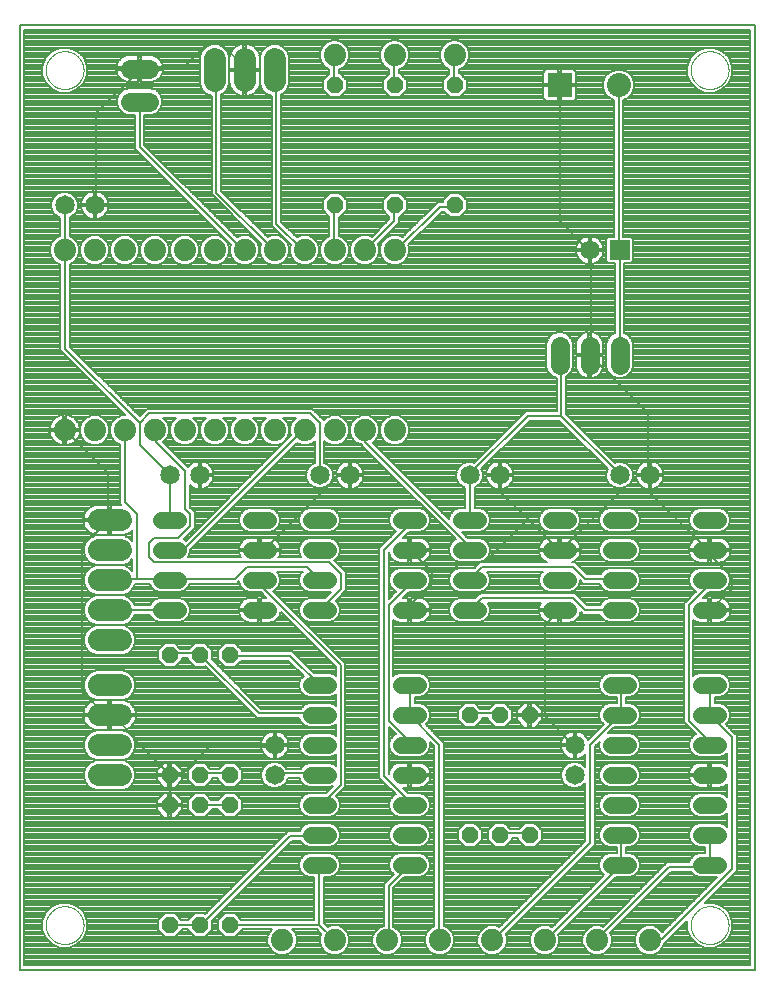
<source format=gtl>
G75*
%MOIN*%
%OFA0B0*%
%FSLAX25Y25*%
%IPPOS*%
%LPD*%
%AMOC8*
5,1,8,0,0,1.08239X$1,22.5*
%
%ADD10C,0.00000*%
%ADD11C,0.00800*%
%ADD12C,0.05600*%
%ADD13R,0.08000X0.08000*%
%ADD14C,0.08000*%
%ADD15OC8,0.05600*%
%ADD16C,0.07400*%
%ADD17C,0.06500*%
%ADD18R,0.06500X0.06500*%
%ADD19C,0.06400*%
%ADD20C,0.07400*%
D10*
X0016400Y0001400D02*
X0246400Y0001400D01*
X0225101Y0016400D02*
X0225103Y0016558D01*
X0225109Y0016716D01*
X0225119Y0016874D01*
X0225133Y0017032D01*
X0225151Y0017189D01*
X0225172Y0017346D01*
X0225198Y0017502D01*
X0225228Y0017658D01*
X0225261Y0017813D01*
X0225299Y0017966D01*
X0225340Y0018119D01*
X0225385Y0018271D01*
X0225434Y0018422D01*
X0225487Y0018571D01*
X0225543Y0018719D01*
X0225603Y0018865D01*
X0225667Y0019010D01*
X0225735Y0019153D01*
X0225806Y0019295D01*
X0225880Y0019435D01*
X0225958Y0019572D01*
X0226040Y0019708D01*
X0226124Y0019842D01*
X0226213Y0019973D01*
X0226304Y0020102D01*
X0226399Y0020229D01*
X0226496Y0020354D01*
X0226597Y0020476D01*
X0226701Y0020595D01*
X0226808Y0020712D01*
X0226918Y0020826D01*
X0227031Y0020937D01*
X0227146Y0021046D01*
X0227264Y0021151D01*
X0227385Y0021253D01*
X0227508Y0021353D01*
X0227634Y0021449D01*
X0227762Y0021542D01*
X0227892Y0021632D01*
X0228025Y0021718D01*
X0228160Y0021802D01*
X0228296Y0021881D01*
X0228435Y0021958D01*
X0228576Y0022030D01*
X0228718Y0022100D01*
X0228862Y0022165D01*
X0229008Y0022227D01*
X0229155Y0022285D01*
X0229304Y0022340D01*
X0229454Y0022391D01*
X0229605Y0022438D01*
X0229757Y0022481D01*
X0229910Y0022520D01*
X0230065Y0022556D01*
X0230220Y0022587D01*
X0230376Y0022615D01*
X0230532Y0022639D01*
X0230689Y0022659D01*
X0230847Y0022675D01*
X0231004Y0022687D01*
X0231163Y0022695D01*
X0231321Y0022699D01*
X0231479Y0022699D01*
X0231637Y0022695D01*
X0231796Y0022687D01*
X0231953Y0022675D01*
X0232111Y0022659D01*
X0232268Y0022639D01*
X0232424Y0022615D01*
X0232580Y0022587D01*
X0232735Y0022556D01*
X0232890Y0022520D01*
X0233043Y0022481D01*
X0233195Y0022438D01*
X0233346Y0022391D01*
X0233496Y0022340D01*
X0233645Y0022285D01*
X0233792Y0022227D01*
X0233938Y0022165D01*
X0234082Y0022100D01*
X0234224Y0022030D01*
X0234365Y0021958D01*
X0234504Y0021881D01*
X0234640Y0021802D01*
X0234775Y0021718D01*
X0234908Y0021632D01*
X0235038Y0021542D01*
X0235166Y0021449D01*
X0235292Y0021353D01*
X0235415Y0021253D01*
X0235536Y0021151D01*
X0235654Y0021046D01*
X0235769Y0020937D01*
X0235882Y0020826D01*
X0235992Y0020712D01*
X0236099Y0020595D01*
X0236203Y0020476D01*
X0236304Y0020354D01*
X0236401Y0020229D01*
X0236496Y0020102D01*
X0236587Y0019973D01*
X0236676Y0019842D01*
X0236760Y0019708D01*
X0236842Y0019572D01*
X0236920Y0019435D01*
X0236994Y0019295D01*
X0237065Y0019153D01*
X0237133Y0019010D01*
X0237197Y0018865D01*
X0237257Y0018719D01*
X0237313Y0018571D01*
X0237366Y0018422D01*
X0237415Y0018271D01*
X0237460Y0018119D01*
X0237501Y0017966D01*
X0237539Y0017813D01*
X0237572Y0017658D01*
X0237602Y0017502D01*
X0237628Y0017346D01*
X0237649Y0017189D01*
X0237667Y0017032D01*
X0237681Y0016874D01*
X0237691Y0016716D01*
X0237697Y0016558D01*
X0237699Y0016400D01*
X0237697Y0016242D01*
X0237691Y0016084D01*
X0237681Y0015926D01*
X0237667Y0015768D01*
X0237649Y0015611D01*
X0237628Y0015454D01*
X0237602Y0015298D01*
X0237572Y0015142D01*
X0237539Y0014987D01*
X0237501Y0014834D01*
X0237460Y0014681D01*
X0237415Y0014529D01*
X0237366Y0014378D01*
X0237313Y0014229D01*
X0237257Y0014081D01*
X0237197Y0013935D01*
X0237133Y0013790D01*
X0237065Y0013647D01*
X0236994Y0013505D01*
X0236920Y0013365D01*
X0236842Y0013228D01*
X0236760Y0013092D01*
X0236676Y0012958D01*
X0236587Y0012827D01*
X0236496Y0012698D01*
X0236401Y0012571D01*
X0236304Y0012446D01*
X0236203Y0012324D01*
X0236099Y0012205D01*
X0235992Y0012088D01*
X0235882Y0011974D01*
X0235769Y0011863D01*
X0235654Y0011754D01*
X0235536Y0011649D01*
X0235415Y0011547D01*
X0235292Y0011447D01*
X0235166Y0011351D01*
X0235038Y0011258D01*
X0234908Y0011168D01*
X0234775Y0011082D01*
X0234640Y0010998D01*
X0234504Y0010919D01*
X0234365Y0010842D01*
X0234224Y0010770D01*
X0234082Y0010700D01*
X0233938Y0010635D01*
X0233792Y0010573D01*
X0233645Y0010515D01*
X0233496Y0010460D01*
X0233346Y0010409D01*
X0233195Y0010362D01*
X0233043Y0010319D01*
X0232890Y0010280D01*
X0232735Y0010244D01*
X0232580Y0010213D01*
X0232424Y0010185D01*
X0232268Y0010161D01*
X0232111Y0010141D01*
X0231953Y0010125D01*
X0231796Y0010113D01*
X0231637Y0010105D01*
X0231479Y0010101D01*
X0231321Y0010101D01*
X0231163Y0010105D01*
X0231004Y0010113D01*
X0230847Y0010125D01*
X0230689Y0010141D01*
X0230532Y0010161D01*
X0230376Y0010185D01*
X0230220Y0010213D01*
X0230065Y0010244D01*
X0229910Y0010280D01*
X0229757Y0010319D01*
X0229605Y0010362D01*
X0229454Y0010409D01*
X0229304Y0010460D01*
X0229155Y0010515D01*
X0229008Y0010573D01*
X0228862Y0010635D01*
X0228718Y0010700D01*
X0228576Y0010770D01*
X0228435Y0010842D01*
X0228296Y0010919D01*
X0228160Y0010998D01*
X0228025Y0011082D01*
X0227892Y0011168D01*
X0227762Y0011258D01*
X0227634Y0011351D01*
X0227508Y0011447D01*
X0227385Y0011547D01*
X0227264Y0011649D01*
X0227146Y0011754D01*
X0227031Y0011863D01*
X0226918Y0011974D01*
X0226808Y0012088D01*
X0226701Y0012205D01*
X0226597Y0012324D01*
X0226496Y0012446D01*
X0226399Y0012571D01*
X0226304Y0012698D01*
X0226213Y0012827D01*
X0226124Y0012958D01*
X0226040Y0013092D01*
X0225958Y0013228D01*
X0225880Y0013365D01*
X0225806Y0013505D01*
X0225735Y0013647D01*
X0225667Y0013790D01*
X0225603Y0013935D01*
X0225543Y0014081D01*
X0225487Y0014229D01*
X0225434Y0014378D01*
X0225385Y0014529D01*
X0225340Y0014681D01*
X0225299Y0014834D01*
X0225261Y0014987D01*
X0225228Y0015142D01*
X0225198Y0015298D01*
X0225172Y0015454D01*
X0225151Y0015611D01*
X0225133Y0015768D01*
X0225119Y0015926D01*
X0225109Y0016084D01*
X0225103Y0016242D01*
X0225101Y0016400D01*
X0010101Y0016400D02*
X0010103Y0016558D01*
X0010109Y0016716D01*
X0010119Y0016874D01*
X0010133Y0017032D01*
X0010151Y0017189D01*
X0010172Y0017346D01*
X0010198Y0017502D01*
X0010228Y0017658D01*
X0010261Y0017813D01*
X0010299Y0017966D01*
X0010340Y0018119D01*
X0010385Y0018271D01*
X0010434Y0018422D01*
X0010487Y0018571D01*
X0010543Y0018719D01*
X0010603Y0018865D01*
X0010667Y0019010D01*
X0010735Y0019153D01*
X0010806Y0019295D01*
X0010880Y0019435D01*
X0010958Y0019572D01*
X0011040Y0019708D01*
X0011124Y0019842D01*
X0011213Y0019973D01*
X0011304Y0020102D01*
X0011399Y0020229D01*
X0011496Y0020354D01*
X0011597Y0020476D01*
X0011701Y0020595D01*
X0011808Y0020712D01*
X0011918Y0020826D01*
X0012031Y0020937D01*
X0012146Y0021046D01*
X0012264Y0021151D01*
X0012385Y0021253D01*
X0012508Y0021353D01*
X0012634Y0021449D01*
X0012762Y0021542D01*
X0012892Y0021632D01*
X0013025Y0021718D01*
X0013160Y0021802D01*
X0013296Y0021881D01*
X0013435Y0021958D01*
X0013576Y0022030D01*
X0013718Y0022100D01*
X0013862Y0022165D01*
X0014008Y0022227D01*
X0014155Y0022285D01*
X0014304Y0022340D01*
X0014454Y0022391D01*
X0014605Y0022438D01*
X0014757Y0022481D01*
X0014910Y0022520D01*
X0015065Y0022556D01*
X0015220Y0022587D01*
X0015376Y0022615D01*
X0015532Y0022639D01*
X0015689Y0022659D01*
X0015847Y0022675D01*
X0016004Y0022687D01*
X0016163Y0022695D01*
X0016321Y0022699D01*
X0016479Y0022699D01*
X0016637Y0022695D01*
X0016796Y0022687D01*
X0016953Y0022675D01*
X0017111Y0022659D01*
X0017268Y0022639D01*
X0017424Y0022615D01*
X0017580Y0022587D01*
X0017735Y0022556D01*
X0017890Y0022520D01*
X0018043Y0022481D01*
X0018195Y0022438D01*
X0018346Y0022391D01*
X0018496Y0022340D01*
X0018645Y0022285D01*
X0018792Y0022227D01*
X0018938Y0022165D01*
X0019082Y0022100D01*
X0019224Y0022030D01*
X0019365Y0021958D01*
X0019504Y0021881D01*
X0019640Y0021802D01*
X0019775Y0021718D01*
X0019908Y0021632D01*
X0020038Y0021542D01*
X0020166Y0021449D01*
X0020292Y0021353D01*
X0020415Y0021253D01*
X0020536Y0021151D01*
X0020654Y0021046D01*
X0020769Y0020937D01*
X0020882Y0020826D01*
X0020992Y0020712D01*
X0021099Y0020595D01*
X0021203Y0020476D01*
X0021304Y0020354D01*
X0021401Y0020229D01*
X0021496Y0020102D01*
X0021587Y0019973D01*
X0021676Y0019842D01*
X0021760Y0019708D01*
X0021842Y0019572D01*
X0021920Y0019435D01*
X0021994Y0019295D01*
X0022065Y0019153D01*
X0022133Y0019010D01*
X0022197Y0018865D01*
X0022257Y0018719D01*
X0022313Y0018571D01*
X0022366Y0018422D01*
X0022415Y0018271D01*
X0022460Y0018119D01*
X0022501Y0017966D01*
X0022539Y0017813D01*
X0022572Y0017658D01*
X0022602Y0017502D01*
X0022628Y0017346D01*
X0022649Y0017189D01*
X0022667Y0017032D01*
X0022681Y0016874D01*
X0022691Y0016716D01*
X0022697Y0016558D01*
X0022699Y0016400D01*
X0022697Y0016242D01*
X0022691Y0016084D01*
X0022681Y0015926D01*
X0022667Y0015768D01*
X0022649Y0015611D01*
X0022628Y0015454D01*
X0022602Y0015298D01*
X0022572Y0015142D01*
X0022539Y0014987D01*
X0022501Y0014834D01*
X0022460Y0014681D01*
X0022415Y0014529D01*
X0022366Y0014378D01*
X0022313Y0014229D01*
X0022257Y0014081D01*
X0022197Y0013935D01*
X0022133Y0013790D01*
X0022065Y0013647D01*
X0021994Y0013505D01*
X0021920Y0013365D01*
X0021842Y0013228D01*
X0021760Y0013092D01*
X0021676Y0012958D01*
X0021587Y0012827D01*
X0021496Y0012698D01*
X0021401Y0012571D01*
X0021304Y0012446D01*
X0021203Y0012324D01*
X0021099Y0012205D01*
X0020992Y0012088D01*
X0020882Y0011974D01*
X0020769Y0011863D01*
X0020654Y0011754D01*
X0020536Y0011649D01*
X0020415Y0011547D01*
X0020292Y0011447D01*
X0020166Y0011351D01*
X0020038Y0011258D01*
X0019908Y0011168D01*
X0019775Y0011082D01*
X0019640Y0010998D01*
X0019504Y0010919D01*
X0019365Y0010842D01*
X0019224Y0010770D01*
X0019082Y0010700D01*
X0018938Y0010635D01*
X0018792Y0010573D01*
X0018645Y0010515D01*
X0018496Y0010460D01*
X0018346Y0010409D01*
X0018195Y0010362D01*
X0018043Y0010319D01*
X0017890Y0010280D01*
X0017735Y0010244D01*
X0017580Y0010213D01*
X0017424Y0010185D01*
X0017268Y0010161D01*
X0017111Y0010141D01*
X0016953Y0010125D01*
X0016796Y0010113D01*
X0016637Y0010105D01*
X0016479Y0010101D01*
X0016321Y0010101D01*
X0016163Y0010105D01*
X0016004Y0010113D01*
X0015847Y0010125D01*
X0015689Y0010141D01*
X0015532Y0010161D01*
X0015376Y0010185D01*
X0015220Y0010213D01*
X0015065Y0010244D01*
X0014910Y0010280D01*
X0014757Y0010319D01*
X0014605Y0010362D01*
X0014454Y0010409D01*
X0014304Y0010460D01*
X0014155Y0010515D01*
X0014008Y0010573D01*
X0013862Y0010635D01*
X0013718Y0010700D01*
X0013576Y0010770D01*
X0013435Y0010842D01*
X0013296Y0010919D01*
X0013160Y0010998D01*
X0013025Y0011082D01*
X0012892Y0011168D01*
X0012762Y0011258D01*
X0012634Y0011351D01*
X0012508Y0011447D01*
X0012385Y0011547D01*
X0012264Y0011649D01*
X0012146Y0011754D01*
X0012031Y0011863D01*
X0011918Y0011974D01*
X0011808Y0012088D01*
X0011701Y0012205D01*
X0011597Y0012324D01*
X0011496Y0012446D01*
X0011399Y0012571D01*
X0011304Y0012698D01*
X0011213Y0012827D01*
X0011124Y0012958D01*
X0011040Y0013092D01*
X0010958Y0013228D01*
X0010880Y0013365D01*
X0010806Y0013505D01*
X0010735Y0013647D01*
X0010667Y0013790D01*
X0010603Y0013935D01*
X0010543Y0014081D01*
X0010487Y0014229D01*
X0010434Y0014378D01*
X0010385Y0014529D01*
X0010340Y0014681D01*
X0010299Y0014834D01*
X0010261Y0014987D01*
X0010228Y0015142D01*
X0010198Y0015298D01*
X0010172Y0015454D01*
X0010151Y0015611D01*
X0010133Y0015768D01*
X0010119Y0015926D01*
X0010109Y0016084D01*
X0010103Y0016242D01*
X0010101Y0016400D01*
X0010101Y0301400D02*
X0010103Y0301558D01*
X0010109Y0301716D01*
X0010119Y0301874D01*
X0010133Y0302032D01*
X0010151Y0302189D01*
X0010172Y0302346D01*
X0010198Y0302502D01*
X0010228Y0302658D01*
X0010261Y0302813D01*
X0010299Y0302966D01*
X0010340Y0303119D01*
X0010385Y0303271D01*
X0010434Y0303422D01*
X0010487Y0303571D01*
X0010543Y0303719D01*
X0010603Y0303865D01*
X0010667Y0304010D01*
X0010735Y0304153D01*
X0010806Y0304295D01*
X0010880Y0304435D01*
X0010958Y0304572D01*
X0011040Y0304708D01*
X0011124Y0304842D01*
X0011213Y0304973D01*
X0011304Y0305102D01*
X0011399Y0305229D01*
X0011496Y0305354D01*
X0011597Y0305476D01*
X0011701Y0305595D01*
X0011808Y0305712D01*
X0011918Y0305826D01*
X0012031Y0305937D01*
X0012146Y0306046D01*
X0012264Y0306151D01*
X0012385Y0306253D01*
X0012508Y0306353D01*
X0012634Y0306449D01*
X0012762Y0306542D01*
X0012892Y0306632D01*
X0013025Y0306718D01*
X0013160Y0306802D01*
X0013296Y0306881D01*
X0013435Y0306958D01*
X0013576Y0307030D01*
X0013718Y0307100D01*
X0013862Y0307165D01*
X0014008Y0307227D01*
X0014155Y0307285D01*
X0014304Y0307340D01*
X0014454Y0307391D01*
X0014605Y0307438D01*
X0014757Y0307481D01*
X0014910Y0307520D01*
X0015065Y0307556D01*
X0015220Y0307587D01*
X0015376Y0307615D01*
X0015532Y0307639D01*
X0015689Y0307659D01*
X0015847Y0307675D01*
X0016004Y0307687D01*
X0016163Y0307695D01*
X0016321Y0307699D01*
X0016479Y0307699D01*
X0016637Y0307695D01*
X0016796Y0307687D01*
X0016953Y0307675D01*
X0017111Y0307659D01*
X0017268Y0307639D01*
X0017424Y0307615D01*
X0017580Y0307587D01*
X0017735Y0307556D01*
X0017890Y0307520D01*
X0018043Y0307481D01*
X0018195Y0307438D01*
X0018346Y0307391D01*
X0018496Y0307340D01*
X0018645Y0307285D01*
X0018792Y0307227D01*
X0018938Y0307165D01*
X0019082Y0307100D01*
X0019224Y0307030D01*
X0019365Y0306958D01*
X0019504Y0306881D01*
X0019640Y0306802D01*
X0019775Y0306718D01*
X0019908Y0306632D01*
X0020038Y0306542D01*
X0020166Y0306449D01*
X0020292Y0306353D01*
X0020415Y0306253D01*
X0020536Y0306151D01*
X0020654Y0306046D01*
X0020769Y0305937D01*
X0020882Y0305826D01*
X0020992Y0305712D01*
X0021099Y0305595D01*
X0021203Y0305476D01*
X0021304Y0305354D01*
X0021401Y0305229D01*
X0021496Y0305102D01*
X0021587Y0304973D01*
X0021676Y0304842D01*
X0021760Y0304708D01*
X0021842Y0304572D01*
X0021920Y0304435D01*
X0021994Y0304295D01*
X0022065Y0304153D01*
X0022133Y0304010D01*
X0022197Y0303865D01*
X0022257Y0303719D01*
X0022313Y0303571D01*
X0022366Y0303422D01*
X0022415Y0303271D01*
X0022460Y0303119D01*
X0022501Y0302966D01*
X0022539Y0302813D01*
X0022572Y0302658D01*
X0022602Y0302502D01*
X0022628Y0302346D01*
X0022649Y0302189D01*
X0022667Y0302032D01*
X0022681Y0301874D01*
X0022691Y0301716D01*
X0022697Y0301558D01*
X0022699Y0301400D01*
X0022697Y0301242D01*
X0022691Y0301084D01*
X0022681Y0300926D01*
X0022667Y0300768D01*
X0022649Y0300611D01*
X0022628Y0300454D01*
X0022602Y0300298D01*
X0022572Y0300142D01*
X0022539Y0299987D01*
X0022501Y0299834D01*
X0022460Y0299681D01*
X0022415Y0299529D01*
X0022366Y0299378D01*
X0022313Y0299229D01*
X0022257Y0299081D01*
X0022197Y0298935D01*
X0022133Y0298790D01*
X0022065Y0298647D01*
X0021994Y0298505D01*
X0021920Y0298365D01*
X0021842Y0298228D01*
X0021760Y0298092D01*
X0021676Y0297958D01*
X0021587Y0297827D01*
X0021496Y0297698D01*
X0021401Y0297571D01*
X0021304Y0297446D01*
X0021203Y0297324D01*
X0021099Y0297205D01*
X0020992Y0297088D01*
X0020882Y0296974D01*
X0020769Y0296863D01*
X0020654Y0296754D01*
X0020536Y0296649D01*
X0020415Y0296547D01*
X0020292Y0296447D01*
X0020166Y0296351D01*
X0020038Y0296258D01*
X0019908Y0296168D01*
X0019775Y0296082D01*
X0019640Y0295998D01*
X0019504Y0295919D01*
X0019365Y0295842D01*
X0019224Y0295770D01*
X0019082Y0295700D01*
X0018938Y0295635D01*
X0018792Y0295573D01*
X0018645Y0295515D01*
X0018496Y0295460D01*
X0018346Y0295409D01*
X0018195Y0295362D01*
X0018043Y0295319D01*
X0017890Y0295280D01*
X0017735Y0295244D01*
X0017580Y0295213D01*
X0017424Y0295185D01*
X0017268Y0295161D01*
X0017111Y0295141D01*
X0016953Y0295125D01*
X0016796Y0295113D01*
X0016637Y0295105D01*
X0016479Y0295101D01*
X0016321Y0295101D01*
X0016163Y0295105D01*
X0016004Y0295113D01*
X0015847Y0295125D01*
X0015689Y0295141D01*
X0015532Y0295161D01*
X0015376Y0295185D01*
X0015220Y0295213D01*
X0015065Y0295244D01*
X0014910Y0295280D01*
X0014757Y0295319D01*
X0014605Y0295362D01*
X0014454Y0295409D01*
X0014304Y0295460D01*
X0014155Y0295515D01*
X0014008Y0295573D01*
X0013862Y0295635D01*
X0013718Y0295700D01*
X0013576Y0295770D01*
X0013435Y0295842D01*
X0013296Y0295919D01*
X0013160Y0295998D01*
X0013025Y0296082D01*
X0012892Y0296168D01*
X0012762Y0296258D01*
X0012634Y0296351D01*
X0012508Y0296447D01*
X0012385Y0296547D01*
X0012264Y0296649D01*
X0012146Y0296754D01*
X0012031Y0296863D01*
X0011918Y0296974D01*
X0011808Y0297088D01*
X0011701Y0297205D01*
X0011597Y0297324D01*
X0011496Y0297446D01*
X0011399Y0297571D01*
X0011304Y0297698D01*
X0011213Y0297827D01*
X0011124Y0297958D01*
X0011040Y0298092D01*
X0010958Y0298228D01*
X0010880Y0298365D01*
X0010806Y0298505D01*
X0010735Y0298647D01*
X0010667Y0298790D01*
X0010603Y0298935D01*
X0010543Y0299081D01*
X0010487Y0299229D01*
X0010434Y0299378D01*
X0010385Y0299529D01*
X0010340Y0299681D01*
X0010299Y0299834D01*
X0010261Y0299987D01*
X0010228Y0300142D01*
X0010198Y0300298D01*
X0010172Y0300454D01*
X0010151Y0300611D01*
X0010133Y0300768D01*
X0010119Y0300926D01*
X0010109Y0301084D01*
X0010103Y0301242D01*
X0010101Y0301400D01*
X0225101Y0301400D02*
X0225103Y0301558D01*
X0225109Y0301716D01*
X0225119Y0301874D01*
X0225133Y0302032D01*
X0225151Y0302189D01*
X0225172Y0302346D01*
X0225198Y0302502D01*
X0225228Y0302658D01*
X0225261Y0302813D01*
X0225299Y0302966D01*
X0225340Y0303119D01*
X0225385Y0303271D01*
X0225434Y0303422D01*
X0225487Y0303571D01*
X0225543Y0303719D01*
X0225603Y0303865D01*
X0225667Y0304010D01*
X0225735Y0304153D01*
X0225806Y0304295D01*
X0225880Y0304435D01*
X0225958Y0304572D01*
X0226040Y0304708D01*
X0226124Y0304842D01*
X0226213Y0304973D01*
X0226304Y0305102D01*
X0226399Y0305229D01*
X0226496Y0305354D01*
X0226597Y0305476D01*
X0226701Y0305595D01*
X0226808Y0305712D01*
X0226918Y0305826D01*
X0227031Y0305937D01*
X0227146Y0306046D01*
X0227264Y0306151D01*
X0227385Y0306253D01*
X0227508Y0306353D01*
X0227634Y0306449D01*
X0227762Y0306542D01*
X0227892Y0306632D01*
X0228025Y0306718D01*
X0228160Y0306802D01*
X0228296Y0306881D01*
X0228435Y0306958D01*
X0228576Y0307030D01*
X0228718Y0307100D01*
X0228862Y0307165D01*
X0229008Y0307227D01*
X0229155Y0307285D01*
X0229304Y0307340D01*
X0229454Y0307391D01*
X0229605Y0307438D01*
X0229757Y0307481D01*
X0229910Y0307520D01*
X0230065Y0307556D01*
X0230220Y0307587D01*
X0230376Y0307615D01*
X0230532Y0307639D01*
X0230689Y0307659D01*
X0230847Y0307675D01*
X0231004Y0307687D01*
X0231163Y0307695D01*
X0231321Y0307699D01*
X0231479Y0307699D01*
X0231637Y0307695D01*
X0231796Y0307687D01*
X0231953Y0307675D01*
X0232111Y0307659D01*
X0232268Y0307639D01*
X0232424Y0307615D01*
X0232580Y0307587D01*
X0232735Y0307556D01*
X0232890Y0307520D01*
X0233043Y0307481D01*
X0233195Y0307438D01*
X0233346Y0307391D01*
X0233496Y0307340D01*
X0233645Y0307285D01*
X0233792Y0307227D01*
X0233938Y0307165D01*
X0234082Y0307100D01*
X0234224Y0307030D01*
X0234365Y0306958D01*
X0234504Y0306881D01*
X0234640Y0306802D01*
X0234775Y0306718D01*
X0234908Y0306632D01*
X0235038Y0306542D01*
X0235166Y0306449D01*
X0235292Y0306353D01*
X0235415Y0306253D01*
X0235536Y0306151D01*
X0235654Y0306046D01*
X0235769Y0305937D01*
X0235882Y0305826D01*
X0235992Y0305712D01*
X0236099Y0305595D01*
X0236203Y0305476D01*
X0236304Y0305354D01*
X0236401Y0305229D01*
X0236496Y0305102D01*
X0236587Y0304973D01*
X0236676Y0304842D01*
X0236760Y0304708D01*
X0236842Y0304572D01*
X0236920Y0304435D01*
X0236994Y0304295D01*
X0237065Y0304153D01*
X0237133Y0304010D01*
X0237197Y0303865D01*
X0237257Y0303719D01*
X0237313Y0303571D01*
X0237366Y0303422D01*
X0237415Y0303271D01*
X0237460Y0303119D01*
X0237501Y0302966D01*
X0237539Y0302813D01*
X0237572Y0302658D01*
X0237602Y0302502D01*
X0237628Y0302346D01*
X0237649Y0302189D01*
X0237667Y0302032D01*
X0237681Y0301874D01*
X0237691Y0301716D01*
X0237697Y0301558D01*
X0237699Y0301400D01*
X0237697Y0301242D01*
X0237691Y0301084D01*
X0237681Y0300926D01*
X0237667Y0300768D01*
X0237649Y0300611D01*
X0237628Y0300454D01*
X0237602Y0300298D01*
X0237572Y0300142D01*
X0237539Y0299987D01*
X0237501Y0299834D01*
X0237460Y0299681D01*
X0237415Y0299529D01*
X0237366Y0299378D01*
X0237313Y0299229D01*
X0237257Y0299081D01*
X0237197Y0298935D01*
X0237133Y0298790D01*
X0237065Y0298647D01*
X0236994Y0298505D01*
X0236920Y0298365D01*
X0236842Y0298228D01*
X0236760Y0298092D01*
X0236676Y0297958D01*
X0236587Y0297827D01*
X0236496Y0297698D01*
X0236401Y0297571D01*
X0236304Y0297446D01*
X0236203Y0297324D01*
X0236099Y0297205D01*
X0235992Y0297088D01*
X0235882Y0296974D01*
X0235769Y0296863D01*
X0235654Y0296754D01*
X0235536Y0296649D01*
X0235415Y0296547D01*
X0235292Y0296447D01*
X0235166Y0296351D01*
X0235038Y0296258D01*
X0234908Y0296168D01*
X0234775Y0296082D01*
X0234640Y0295998D01*
X0234504Y0295919D01*
X0234365Y0295842D01*
X0234224Y0295770D01*
X0234082Y0295700D01*
X0233938Y0295635D01*
X0233792Y0295573D01*
X0233645Y0295515D01*
X0233496Y0295460D01*
X0233346Y0295409D01*
X0233195Y0295362D01*
X0233043Y0295319D01*
X0232890Y0295280D01*
X0232735Y0295244D01*
X0232580Y0295213D01*
X0232424Y0295185D01*
X0232268Y0295161D01*
X0232111Y0295141D01*
X0231953Y0295125D01*
X0231796Y0295113D01*
X0231637Y0295105D01*
X0231479Y0295101D01*
X0231321Y0295101D01*
X0231163Y0295105D01*
X0231004Y0295113D01*
X0230847Y0295125D01*
X0230689Y0295141D01*
X0230532Y0295161D01*
X0230376Y0295185D01*
X0230220Y0295213D01*
X0230065Y0295244D01*
X0229910Y0295280D01*
X0229757Y0295319D01*
X0229605Y0295362D01*
X0229454Y0295409D01*
X0229304Y0295460D01*
X0229155Y0295515D01*
X0229008Y0295573D01*
X0228862Y0295635D01*
X0228718Y0295700D01*
X0228576Y0295770D01*
X0228435Y0295842D01*
X0228296Y0295919D01*
X0228160Y0295998D01*
X0228025Y0296082D01*
X0227892Y0296168D01*
X0227762Y0296258D01*
X0227634Y0296351D01*
X0227508Y0296447D01*
X0227385Y0296547D01*
X0227264Y0296649D01*
X0227146Y0296754D01*
X0227031Y0296863D01*
X0226918Y0296974D01*
X0226808Y0297088D01*
X0226701Y0297205D01*
X0226597Y0297324D01*
X0226496Y0297446D01*
X0226399Y0297571D01*
X0226304Y0297698D01*
X0226213Y0297827D01*
X0226124Y0297958D01*
X0226040Y0298092D01*
X0225958Y0298228D01*
X0225880Y0298365D01*
X0225806Y0298505D01*
X0225735Y0298647D01*
X0225667Y0298790D01*
X0225603Y0298935D01*
X0225543Y0299081D01*
X0225487Y0299229D01*
X0225434Y0299378D01*
X0225385Y0299529D01*
X0225340Y0299681D01*
X0225299Y0299834D01*
X0225261Y0299987D01*
X0225228Y0300142D01*
X0225198Y0300298D01*
X0225172Y0300454D01*
X0225151Y0300611D01*
X0225133Y0300768D01*
X0225119Y0300926D01*
X0225109Y0301084D01*
X0225103Y0301242D01*
X0225101Y0301400D01*
D11*
X0001400Y0316400D02*
X0001400Y0001400D01*
X0246400Y0001400D01*
X0246400Y0316400D01*
X0001400Y0316400D01*
X0003000Y0314800D02*
X0244800Y0314800D01*
X0244800Y0003000D01*
X0003000Y0003000D01*
X0003000Y0314800D01*
X0003000Y0314416D02*
X0244800Y0314416D01*
X0244800Y0313618D02*
X0003000Y0313618D01*
X0003000Y0312819D02*
X0244800Y0312819D01*
X0244800Y0312021D02*
X0003000Y0312021D01*
X0003000Y0311222D02*
X0105238Y0311222D01*
X0105425Y0311300D02*
X0103624Y0310554D01*
X0102246Y0309176D01*
X0101500Y0307375D01*
X0101500Y0305425D01*
X0102246Y0303624D01*
X0103624Y0302246D01*
X0104600Y0301842D01*
X0104600Y0300257D01*
X0102400Y0298057D01*
X0102400Y0294743D01*
X0104743Y0292400D01*
X0108057Y0292400D01*
X0110400Y0294743D01*
X0110400Y0298057D01*
X0108057Y0300400D01*
X0107800Y0300400D01*
X0107800Y0301676D01*
X0109176Y0302246D01*
X0110554Y0303624D01*
X0111300Y0305425D01*
X0111300Y0307375D01*
X0110554Y0309176D01*
X0109176Y0310554D01*
X0107375Y0311300D01*
X0105425Y0311300D01*
X0103494Y0310424D02*
X0003000Y0310424D01*
X0003000Y0309625D02*
X0064521Y0309625D01*
X0063800Y0310200D02*
X0068600Y0310200D01*
X0075800Y0303000D01*
X0075800Y0301400D01*
X0076400Y0301400D01*
X0076800Y0301640D02*
X0081500Y0301640D01*
X0081500Y0301800D02*
X0081500Y0305501D01*
X0081374Y0306294D01*
X0081126Y0307058D01*
X0080762Y0307773D01*
X0080290Y0308422D01*
X0079722Y0308990D01*
X0079073Y0309462D01*
X0078358Y0309826D01*
X0077594Y0310074D01*
X0076801Y0310200D01*
X0076800Y0310200D01*
X0076800Y0301800D01*
X0081500Y0301800D01*
X0081500Y0302439D02*
X0081500Y0302439D01*
X0081500Y0303237D02*
X0081500Y0303237D01*
X0081500Y0304036D02*
X0081500Y0304036D01*
X0081500Y0304834D02*
X0081500Y0304834D01*
X0081479Y0305633D02*
X0081500Y0305633D01*
X0081500Y0306075D02*
X0082246Y0307876D01*
X0083624Y0309254D01*
X0085425Y0310000D01*
X0087375Y0310000D01*
X0089176Y0309254D01*
X0090554Y0307876D01*
X0091300Y0306075D01*
X0091300Y0296725D01*
X0090554Y0294924D01*
X0089176Y0293546D01*
X0088600Y0293308D01*
X0088600Y0250863D01*
X0093825Y0245637D01*
X0095425Y0246300D01*
X0097375Y0246300D01*
X0099176Y0245554D01*
X0100554Y0244176D01*
X0101300Y0242375D01*
X0101300Y0240425D01*
X0100554Y0238624D01*
X0099176Y0237246D01*
X0097375Y0236500D01*
X0095425Y0236500D01*
X0093624Y0237246D01*
X0092246Y0238624D01*
X0091500Y0240425D01*
X0091500Y0242375D01*
X0091811Y0243126D01*
X0085400Y0249537D01*
X0085400Y0292810D01*
X0083624Y0293546D01*
X0082246Y0294924D01*
X0081500Y0296725D01*
X0081500Y0306075D01*
X0081648Y0306431D02*
X0081330Y0306431D01*
X0081039Y0307230D02*
X0081978Y0307230D01*
X0082399Y0308028D02*
X0080576Y0308028D01*
X0079886Y0308827D02*
X0083197Y0308827D01*
X0084521Y0309625D02*
X0078752Y0309625D01*
X0076800Y0309625D02*
X0076000Y0309625D01*
X0075999Y0310200D02*
X0075206Y0310074D01*
X0074442Y0309826D01*
X0073727Y0309462D01*
X0073078Y0308990D01*
X0072510Y0308422D01*
X0072038Y0307773D01*
X0071674Y0307058D01*
X0071426Y0306294D01*
X0071300Y0305501D01*
X0071300Y0301800D01*
X0076000Y0301800D01*
X0076000Y0310200D01*
X0075999Y0310200D01*
X0076000Y0308827D02*
X0076800Y0308827D01*
X0076800Y0308028D02*
X0076000Y0308028D01*
X0076000Y0307230D02*
X0076800Y0307230D01*
X0076800Y0306431D02*
X0076000Y0306431D01*
X0076000Y0305633D02*
X0076800Y0305633D01*
X0076800Y0304834D02*
X0076000Y0304834D01*
X0076000Y0304036D02*
X0076800Y0304036D01*
X0076800Y0303237D02*
X0076000Y0303237D01*
X0076000Y0302439D02*
X0076800Y0302439D01*
X0076800Y0301800D02*
X0076000Y0301800D01*
X0076000Y0301000D01*
X0076800Y0301000D01*
X0076800Y0301800D01*
X0076800Y0301000D02*
X0081500Y0301000D01*
X0081500Y0297299D01*
X0081374Y0296506D01*
X0081126Y0295742D01*
X0080762Y0295027D01*
X0080290Y0294378D01*
X0079722Y0293810D01*
X0079073Y0293338D01*
X0078358Y0292974D01*
X0077594Y0292726D01*
X0076801Y0292600D01*
X0076800Y0292600D01*
X0076800Y0301000D01*
X0076800Y0300842D02*
X0076000Y0300842D01*
X0076000Y0301000D02*
X0076000Y0292600D01*
X0075999Y0292600D01*
X0075206Y0292726D01*
X0074442Y0292974D01*
X0073727Y0293338D01*
X0073078Y0293810D01*
X0072510Y0294378D01*
X0072038Y0295027D01*
X0071674Y0295742D01*
X0071426Y0296506D01*
X0071300Y0297299D01*
X0071300Y0301000D01*
X0076000Y0301000D01*
X0076000Y0301640D02*
X0071300Y0301640D01*
X0071300Y0300842D02*
X0071300Y0300842D01*
X0071300Y0300043D02*
X0071300Y0300043D01*
X0071300Y0299245D02*
X0071300Y0299245D01*
X0071300Y0298446D02*
X0071300Y0298446D01*
X0071300Y0297648D02*
X0071300Y0297648D01*
X0071300Y0296849D02*
X0071371Y0296849D01*
X0071300Y0296725D02*
X0071300Y0306075D01*
X0070554Y0307876D01*
X0069176Y0309254D01*
X0067375Y0310000D01*
X0065425Y0310000D01*
X0063624Y0309254D01*
X0062246Y0307876D01*
X0061500Y0306075D01*
X0061500Y0296725D01*
X0062246Y0294924D01*
X0063624Y0293546D01*
X0065400Y0292810D01*
X0065400Y0259937D01*
X0081928Y0243409D01*
X0081500Y0242375D01*
X0081500Y0240425D01*
X0082246Y0238624D01*
X0083624Y0237246D01*
X0085425Y0236500D01*
X0087375Y0236500D01*
X0089176Y0237246D01*
X0090554Y0238624D01*
X0091300Y0240425D01*
X0091300Y0242375D01*
X0090554Y0244176D01*
X0089176Y0245554D01*
X0087375Y0246300D01*
X0085425Y0246300D01*
X0084108Y0245754D01*
X0068600Y0261263D01*
X0068600Y0293308D01*
X0069176Y0293546D01*
X0070554Y0294924D01*
X0071300Y0296725D01*
X0071573Y0296051D02*
X0071021Y0296051D01*
X0070690Y0295252D02*
X0071923Y0295252D01*
X0072455Y0294454D02*
X0070083Y0294454D01*
X0069285Y0293655D02*
X0073291Y0293655D01*
X0074802Y0292857D02*
X0068600Y0292857D01*
X0068600Y0292058D02*
X0085400Y0292058D01*
X0085400Y0291260D02*
X0068600Y0291260D01*
X0068600Y0290461D02*
X0085400Y0290461D01*
X0085400Y0289663D02*
X0068600Y0289663D01*
X0068600Y0288864D02*
X0085400Y0288864D01*
X0085400Y0288066D02*
X0068600Y0288066D01*
X0068600Y0287267D02*
X0085400Y0287267D01*
X0085400Y0286469D02*
X0068600Y0286469D01*
X0068600Y0285670D02*
X0085400Y0285670D01*
X0085400Y0284872D02*
X0068600Y0284872D01*
X0068600Y0284073D02*
X0085400Y0284073D01*
X0085400Y0283274D02*
X0068600Y0283274D01*
X0068600Y0282476D02*
X0085400Y0282476D01*
X0085400Y0281677D02*
X0068600Y0281677D01*
X0068600Y0280879D02*
X0085400Y0280879D01*
X0085400Y0280080D02*
X0068600Y0280080D01*
X0068600Y0279282D02*
X0085400Y0279282D01*
X0085400Y0278483D02*
X0068600Y0278483D01*
X0068600Y0277685D02*
X0085400Y0277685D01*
X0085400Y0276886D02*
X0068600Y0276886D01*
X0068600Y0276088D02*
X0085400Y0276088D01*
X0085400Y0275289D02*
X0068600Y0275289D01*
X0068600Y0274491D02*
X0085400Y0274491D01*
X0085400Y0273692D02*
X0068600Y0273692D01*
X0068600Y0272894D02*
X0085400Y0272894D01*
X0085400Y0272095D02*
X0068600Y0272095D01*
X0068600Y0271297D02*
X0085400Y0271297D01*
X0085400Y0270498D02*
X0068600Y0270498D01*
X0068600Y0269700D02*
X0085400Y0269700D01*
X0085400Y0268901D02*
X0068600Y0268901D01*
X0068600Y0268103D02*
X0085400Y0268103D01*
X0085400Y0267304D02*
X0068600Y0267304D01*
X0068600Y0266506D02*
X0085400Y0266506D01*
X0085400Y0265707D02*
X0068600Y0265707D01*
X0068600Y0264909D02*
X0085400Y0264909D01*
X0085400Y0264110D02*
X0068600Y0264110D01*
X0068600Y0263312D02*
X0085400Y0263312D01*
X0085400Y0262513D02*
X0068600Y0262513D01*
X0068600Y0261715D02*
X0085400Y0261715D01*
X0085400Y0260916D02*
X0068947Y0260916D01*
X0069745Y0260118D02*
X0085400Y0260118D01*
X0085400Y0259319D02*
X0070544Y0259319D01*
X0071342Y0258521D02*
X0085400Y0258521D01*
X0085400Y0257722D02*
X0072141Y0257722D01*
X0072939Y0256924D02*
X0085400Y0256924D01*
X0085400Y0256125D02*
X0073738Y0256125D01*
X0074536Y0255327D02*
X0085400Y0255327D01*
X0085400Y0254528D02*
X0075335Y0254528D01*
X0076133Y0253730D02*
X0085400Y0253730D01*
X0085400Y0252931D02*
X0076932Y0252931D01*
X0077730Y0252133D02*
X0085400Y0252133D01*
X0085400Y0251334D02*
X0078529Y0251334D01*
X0079327Y0250536D02*
X0085400Y0250536D01*
X0085400Y0249737D02*
X0080126Y0249737D01*
X0080924Y0248939D02*
X0085999Y0248939D01*
X0086797Y0248140D02*
X0081723Y0248140D01*
X0082521Y0247341D02*
X0087596Y0247341D01*
X0088394Y0246543D02*
X0083320Y0246543D01*
X0081190Y0244147D02*
X0080566Y0244147D01*
X0080554Y0244176D02*
X0079176Y0245554D01*
X0077375Y0246300D01*
X0075425Y0246300D01*
X0073825Y0245637D01*
X0043000Y0276463D01*
X0043000Y0286500D01*
X0045475Y0286500D01*
X0047092Y0287170D01*
X0048330Y0288408D01*
X0049000Y0290025D01*
X0049000Y0291775D01*
X0048330Y0293392D01*
X0047092Y0294630D01*
X0045475Y0295300D01*
X0037325Y0295300D01*
X0035708Y0294630D01*
X0034470Y0293392D01*
X0033800Y0291775D01*
X0033800Y0290025D01*
X0034470Y0288408D01*
X0035708Y0287170D01*
X0037325Y0286500D01*
X0039800Y0286500D01*
X0039800Y0275137D01*
X0071811Y0243126D01*
X0071500Y0242375D01*
X0071500Y0240425D01*
X0072246Y0238624D01*
X0073624Y0237246D01*
X0075425Y0236500D01*
X0077375Y0236500D01*
X0079176Y0237246D01*
X0080554Y0238624D01*
X0081300Y0240425D01*
X0081300Y0242375D01*
X0080554Y0244176D01*
X0080391Y0244946D02*
X0079784Y0244946D01*
X0079593Y0245744D02*
X0078716Y0245744D01*
X0078794Y0246543D02*
X0072920Y0246543D01*
X0073718Y0245744D02*
X0074084Y0245744D01*
X0072121Y0247341D02*
X0077996Y0247341D01*
X0077197Y0248140D02*
X0071323Y0248140D01*
X0070524Y0248939D02*
X0076399Y0248939D01*
X0075600Y0249737D02*
X0069726Y0249737D01*
X0068927Y0250536D02*
X0074802Y0250536D01*
X0074003Y0251334D02*
X0068129Y0251334D01*
X0067330Y0252133D02*
X0073205Y0252133D01*
X0072406Y0252931D02*
X0066532Y0252931D01*
X0065733Y0253730D02*
X0071608Y0253730D01*
X0070809Y0254528D02*
X0064935Y0254528D01*
X0064136Y0255327D02*
X0070011Y0255327D01*
X0069212Y0256125D02*
X0063338Y0256125D01*
X0062539Y0256924D02*
X0068414Y0256924D01*
X0067615Y0257722D02*
X0061741Y0257722D01*
X0060942Y0258521D02*
X0066817Y0258521D01*
X0066018Y0259319D02*
X0060144Y0259319D01*
X0059345Y0260118D02*
X0065400Y0260118D01*
X0065400Y0260916D02*
X0058547Y0260916D01*
X0057748Y0261715D02*
X0065400Y0261715D01*
X0065400Y0262513D02*
X0056950Y0262513D01*
X0056151Y0263312D02*
X0065400Y0263312D01*
X0065400Y0264110D02*
X0055352Y0264110D01*
X0054554Y0264909D02*
X0065400Y0264909D01*
X0065400Y0265707D02*
X0053755Y0265707D01*
X0052957Y0266506D02*
X0065400Y0266506D01*
X0065400Y0267304D02*
X0052158Y0267304D01*
X0051360Y0268103D02*
X0065400Y0268103D01*
X0065400Y0268901D02*
X0050561Y0268901D01*
X0049763Y0269700D02*
X0065400Y0269700D01*
X0065400Y0270498D02*
X0048964Y0270498D01*
X0048166Y0271297D02*
X0065400Y0271297D01*
X0065400Y0272095D02*
X0047367Y0272095D01*
X0046569Y0272894D02*
X0065400Y0272894D01*
X0065400Y0273692D02*
X0045770Y0273692D01*
X0044972Y0274491D02*
X0065400Y0274491D01*
X0065400Y0275289D02*
X0044173Y0275289D01*
X0043375Y0276088D02*
X0065400Y0276088D01*
X0065400Y0276886D02*
X0043000Y0276886D01*
X0043000Y0277685D02*
X0065400Y0277685D01*
X0065400Y0278483D02*
X0043000Y0278483D01*
X0043000Y0279282D02*
X0065400Y0279282D01*
X0065400Y0280080D02*
X0043000Y0280080D01*
X0043000Y0280879D02*
X0065400Y0280879D01*
X0065400Y0281677D02*
X0043000Y0281677D01*
X0043000Y0282476D02*
X0065400Y0282476D01*
X0065400Y0283274D02*
X0043000Y0283274D01*
X0043000Y0284073D02*
X0065400Y0284073D01*
X0065400Y0284872D02*
X0043000Y0284872D01*
X0043000Y0285670D02*
X0065400Y0285670D01*
X0065400Y0286469D02*
X0043000Y0286469D01*
X0039800Y0286469D02*
X0003000Y0286469D01*
X0003000Y0287267D02*
X0035610Y0287267D01*
X0034812Y0288066D02*
X0003000Y0288066D01*
X0003000Y0288864D02*
X0034281Y0288864D01*
X0033950Y0289663D02*
X0003000Y0289663D01*
X0003000Y0290461D02*
X0033800Y0290461D01*
X0033800Y0291260D02*
X0003000Y0291260D01*
X0003000Y0292058D02*
X0033917Y0292058D01*
X0034248Y0292857D02*
X0003000Y0292857D01*
X0003000Y0293655D02*
X0034733Y0293655D01*
X0035531Y0294454D02*
X0019226Y0294454D01*
X0017892Y0293901D02*
X0020648Y0295043D01*
X0022757Y0297152D01*
X0023899Y0299908D01*
X0023899Y0302892D01*
X0022757Y0305648D01*
X0020648Y0307757D01*
X0017892Y0308899D01*
X0014908Y0308899D01*
X0012152Y0307757D01*
X0010043Y0305648D01*
X0008901Y0302892D01*
X0008901Y0299908D01*
X0010043Y0297152D01*
X0012152Y0295043D01*
X0014908Y0293901D01*
X0017892Y0293901D01*
X0020857Y0295252D02*
X0037209Y0295252D01*
X0037838Y0297300D02*
X0037123Y0297413D01*
X0036434Y0297637D01*
X0035789Y0297966D01*
X0035203Y0298391D01*
X0034691Y0298903D01*
X0034266Y0299489D01*
X0033937Y0300134D01*
X0033713Y0300823D01*
X0033606Y0301500D01*
X0041000Y0301500D01*
X0041800Y0301500D01*
X0041800Y0302300D01*
X0041000Y0302300D01*
X0041000Y0306500D01*
X0037838Y0306500D01*
X0037123Y0306387D01*
X0036434Y0306163D01*
X0035789Y0305834D01*
X0035203Y0305409D01*
X0034691Y0304897D01*
X0034266Y0304311D01*
X0033937Y0303666D01*
X0033713Y0302977D01*
X0033606Y0302300D01*
X0041000Y0302300D01*
X0041000Y0301500D01*
X0041000Y0297300D01*
X0037838Y0297300D01*
X0036413Y0297648D02*
X0022963Y0297648D01*
X0023293Y0298446D02*
X0035148Y0298446D01*
X0034443Y0299245D02*
X0023624Y0299245D01*
X0023899Y0300043D02*
X0033983Y0300043D01*
X0033710Y0300842D02*
X0023899Y0300842D01*
X0023899Y0301640D02*
X0041000Y0301640D01*
X0041400Y0301400D02*
X0041400Y0301900D01*
X0041400Y0302200D01*
X0055800Y0302200D01*
X0063800Y0310200D01*
X0063197Y0308827D02*
X0018066Y0308827D01*
X0019994Y0308028D02*
X0062399Y0308028D01*
X0061978Y0307230D02*
X0021175Y0307230D01*
X0021974Y0306431D02*
X0037404Y0306431D01*
X0035512Y0305633D02*
X0022764Y0305633D01*
X0023094Y0304834D02*
X0034646Y0304834D01*
X0034126Y0304036D02*
X0023425Y0304036D01*
X0023756Y0303237D02*
X0033798Y0303237D01*
X0033628Y0302439D02*
X0023899Y0302439D01*
X0022454Y0296849D02*
X0061500Y0296849D01*
X0061500Y0297648D02*
X0046387Y0297648D01*
X0046366Y0297637D02*
X0047011Y0297966D01*
X0047597Y0298391D01*
X0048109Y0298903D01*
X0048534Y0299489D01*
X0048863Y0300134D01*
X0049087Y0300823D01*
X0049194Y0301500D01*
X0041800Y0301500D01*
X0041800Y0297300D01*
X0044962Y0297300D01*
X0045677Y0297413D01*
X0046366Y0297637D01*
X0047652Y0298446D02*
X0061500Y0298446D01*
X0061500Y0299245D02*
X0048357Y0299245D01*
X0048817Y0300043D02*
X0061500Y0300043D01*
X0061500Y0300842D02*
X0049090Y0300842D01*
X0049194Y0302300D02*
X0049087Y0302977D01*
X0048863Y0303666D01*
X0048534Y0304311D01*
X0048109Y0304897D01*
X0047597Y0305409D01*
X0047011Y0305834D01*
X0046366Y0306163D01*
X0045677Y0306387D01*
X0044962Y0306500D01*
X0041800Y0306500D01*
X0041800Y0302300D01*
X0049194Y0302300D01*
X0049172Y0302439D02*
X0061500Y0302439D01*
X0061500Y0303237D02*
X0049002Y0303237D01*
X0048674Y0304036D02*
X0061500Y0304036D01*
X0061500Y0304834D02*
X0048154Y0304834D01*
X0047288Y0305633D02*
X0061500Y0305633D01*
X0061648Y0306431D02*
X0045396Y0306431D01*
X0041800Y0306431D02*
X0041000Y0306431D01*
X0041000Y0305633D02*
X0041800Y0305633D01*
X0041800Y0304834D02*
X0041000Y0304834D01*
X0041000Y0304036D02*
X0041800Y0304036D01*
X0041800Y0303237D02*
X0041000Y0303237D01*
X0041000Y0302439D02*
X0041800Y0302439D01*
X0041800Y0301640D02*
X0061500Y0301640D01*
X0066400Y0301400D02*
X0067000Y0301400D01*
X0067000Y0260600D01*
X0086200Y0241400D01*
X0086400Y0241400D01*
X0081904Y0243349D02*
X0080896Y0243349D01*
X0081227Y0242550D02*
X0081573Y0242550D01*
X0081500Y0241752D02*
X0081300Y0241752D01*
X0081300Y0240953D02*
X0081500Y0240953D01*
X0081612Y0240155D02*
X0081188Y0240155D01*
X0080857Y0239356D02*
X0081943Y0239356D01*
X0082312Y0238558D02*
X0080488Y0238558D01*
X0079689Y0237759D02*
X0083111Y0237759D01*
X0084313Y0236961D02*
X0078487Y0236961D01*
X0074313Y0236961D02*
X0068487Y0236961D01*
X0069176Y0237246D02*
X0070554Y0238624D01*
X0071300Y0240425D01*
X0071300Y0242375D01*
X0070554Y0244176D01*
X0069176Y0245554D01*
X0067375Y0246300D01*
X0065425Y0246300D01*
X0063624Y0245554D01*
X0062246Y0244176D01*
X0061500Y0242375D01*
X0061500Y0240425D01*
X0062246Y0238624D01*
X0063624Y0237246D01*
X0065425Y0236500D01*
X0067375Y0236500D01*
X0069176Y0237246D01*
X0069689Y0237759D02*
X0073111Y0237759D01*
X0072312Y0238558D02*
X0070488Y0238558D01*
X0070857Y0239356D02*
X0071943Y0239356D01*
X0071612Y0240155D02*
X0071188Y0240155D01*
X0071300Y0240953D02*
X0071500Y0240953D01*
X0071500Y0241752D02*
X0071300Y0241752D01*
X0071227Y0242550D02*
X0071573Y0242550D01*
X0071588Y0243349D02*
X0070896Y0243349D01*
X0070790Y0244147D02*
X0070566Y0244147D01*
X0069991Y0244946D02*
X0069784Y0244946D01*
X0069193Y0245744D02*
X0068716Y0245744D01*
X0068394Y0246543D02*
X0018200Y0246543D01*
X0018200Y0245958D02*
X0018200Y0252329D01*
X0018921Y0252627D01*
X0020173Y0253879D01*
X0020850Y0255515D01*
X0020850Y0257285D01*
X0020173Y0258921D01*
X0018921Y0260173D01*
X0017285Y0260850D01*
X0015515Y0260850D01*
X0013879Y0260173D01*
X0012627Y0258921D01*
X0011950Y0257285D01*
X0011950Y0255515D01*
X0012627Y0253879D01*
X0013879Y0252627D01*
X0015000Y0252163D01*
X0015000Y0246124D01*
X0013624Y0245554D01*
X0012246Y0244176D01*
X0011500Y0242375D01*
X0011500Y0240425D01*
X0012246Y0238624D01*
X0013624Y0237246D01*
X0015000Y0236676D01*
X0015000Y0207937D01*
X0036637Y0186300D01*
X0035425Y0186300D01*
X0033624Y0185554D01*
X0032246Y0184176D01*
X0031500Y0182375D01*
X0031500Y0180425D01*
X0032246Y0178624D01*
X0033624Y0177246D01*
X0035000Y0176676D01*
X0035000Y0156737D01*
X0035237Y0156500D01*
X0031800Y0156500D01*
X0031800Y0151800D01*
X0031000Y0151800D01*
X0031400Y0151400D01*
X0027000Y0147000D01*
X0026200Y0147000D01*
X0022200Y0143000D01*
X0022200Y0094200D01*
X0029400Y0087000D01*
X0031000Y0087000D01*
X0031400Y0086400D01*
X0031800Y0087000D01*
X0040600Y0078200D01*
X0040600Y0077400D01*
X0051000Y0067000D01*
X0051400Y0066400D01*
X0051800Y0067000D01*
X0055800Y0067000D01*
X0064600Y0075800D01*
X0086200Y0075800D01*
X0086400Y0076400D01*
X0086689Y0076460D02*
X0094600Y0076460D01*
X0094600Y0077196D02*
X0094600Y0075604D01*
X0095209Y0074134D01*
X0096334Y0073009D01*
X0097804Y0072400D01*
X0104996Y0072400D01*
X0106466Y0073009D01*
X0106800Y0073343D01*
X0106800Y0069457D01*
X0106466Y0069791D01*
X0104996Y0070400D01*
X0097804Y0070400D01*
X0096334Y0069791D01*
X0095209Y0068666D01*
X0095182Y0068600D01*
X0090305Y0068600D01*
X0090173Y0068921D01*
X0088921Y0070173D01*
X0087285Y0070850D01*
X0085515Y0070850D01*
X0083879Y0070173D01*
X0082627Y0068921D01*
X0081950Y0067285D01*
X0081950Y0065515D01*
X0082627Y0063879D01*
X0083879Y0062627D01*
X0085515Y0061950D01*
X0087285Y0061950D01*
X0088921Y0062627D01*
X0090173Y0063879D01*
X0090802Y0065400D01*
X0094685Y0065400D01*
X0095209Y0064134D01*
X0096334Y0063009D01*
X0097804Y0062400D01*
X0104996Y0062400D01*
X0105920Y0062783D01*
X0103537Y0060400D01*
X0097804Y0060400D01*
X0096334Y0059791D01*
X0095209Y0058666D01*
X0094600Y0057196D01*
X0094600Y0055604D01*
X0095209Y0054134D01*
X0096334Y0053009D01*
X0097804Y0052400D01*
X0104996Y0052400D01*
X0106466Y0053009D01*
X0107591Y0054134D01*
X0108200Y0055604D01*
X0108200Y0057196D01*
X0107591Y0058666D01*
X0106960Y0059297D01*
X0110000Y0062337D01*
X0110000Y0103663D01*
X0109063Y0104600D01*
X0085892Y0127771D01*
X0086466Y0128009D01*
X0087591Y0129134D01*
X0088200Y0130604D01*
X0088200Y0132196D01*
X0087591Y0133666D01*
X0087057Y0134200D01*
X0095743Y0134200D01*
X0095209Y0133666D01*
X0094600Y0132196D01*
X0094600Y0130604D01*
X0095209Y0129134D01*
X0096334Y0128009D01*
X0097804Y0127400D01*
X0104996Y0127400D01*
X0105237Y0127500D01*
X0103137Y0125400D01*
X0097804Y0125400D01*
X0096334Y0124791D01*
X0095209Y0123666D01*
X0094600Y0122196D01*
X0094600Y0120604D01*
X0095209Y0119134D01*
X0096334Y0118009D01*
X0097804Y0117400D01*
X0104996Y0117400D01*
X0106466Y0118009D01*
X0107591Y0119134D01*
X0108200Y0120604D01*
X0108200Y0122196D01*
X0107591Y0123666D01*
X0106760Y0124497D01*
X0110200Y0127937D01*
X0110200Y0134063D01*
X0109263Y0135000D01*
X0106316Y0137947D01*
X0106466Y0138009D01*
X0107591Y0139134D01*
X0108200Y0140604D01*
X0108200Y0142196D01*
X0107591Y0143666D01*
X0106466Y0144791D01*
X0104996Y0145400D01*
X0097804Y0145400D01*
X0096334Y0144791D01*
X0095209Y0143666D01*
X0094600Y0142196D01*
X0094600Y0140604D01*
X0095209Y0139134D01*
X0095343Y0139000D01*
X0087648Y0139000D01*
X0087792Y0139199D01*
X0088092Y0139788D01*
X0088297Y0140416D01*
X0088389Y0141000D01*
X0081800Y0141000D01*
X0081800Y0141800D01*
X0081000Y0141800D01*
X0081000Y0145600D01*
X0078269Y0145600D01*
X0077616Y0145497D01*
X0076988Y0145292D01*
X0076399Y0144992D01*
X0075864Y0144604D01*
X0075396Y0144136D01*
X0075008Y0143601D01*
X0074708Y0143012D01*
X0074503Y0142384D01*
X0074411Y0141800D01*
X0081000Y0141800D01*
X0081000Y0141000D01*
X0074411Y0141000D01*
X0074503Y0140416D01*
X0074708Y0139788D01*
X0075008Y0139199D01*
X0075152Y0139000D01*
X0057457Y0139000D01*
X0057591Y0139134D01*
X0058200Y0140604D01*
X0058200Y0141537D01*
X0093825Y0177163D01*
X0095425Y0176500D01*
X0097375Y0176500D01*
X0099176Y0177246D01*
X0099800Y0177870D01*
X0099800Y0170554D01*
X0098879Y0170173D01*
X0097627Y0168921D01*
X0096950Y0167285D01*
X0096950Y0165515D01*
X0097627Y0163879D01*
X0098879Y0162627D01*
X0100515Y0161950D01*
X0102285Y0161950D01*
X0103921Y0162627D01*
X0105173Y0163879D01*
X0105850Y0165515D01*
X0105850Y0167285D01*
X0105173Y0168921D01*
X0103921Y0170173D01*
X0103000Y0170554D01*
X0103000Y0177870D01*
X0103624Y0177246D01*
X0105425Y0176500D01*
X0107375Y0176500D01*
X0109176Y0177246D01*
X0110554Y0178624D01*
X0111300Y0180425D01*
X0111300Y0182375D01*
X0110554Y0184176D01*
X0109176Y0185554D01*
X0107375Y0186300D01*
X0105425Y0186300D01*
X0103624Y0185554D01*
X0102767Y0184696D01*
X0099800Y0187663D01*
X0098863Y0188600D01*
X0043937Y0188600D01*
X0041400Y0186063D01*
X0018200Y0209263D01*
X0018200Y0236842D01*
X0019176Y0237246D01*
X0020554Y0238624D01*
X0021300Y0240425D01*
X0021300Y0242375D01*
X0020554Y0244176D01*
X0019176Y0245554D01*
X0018200Y0245958D01*
X0018716Y0245744D02*
X0024084Y0245744D01*
X0023624Y0245554D02*
X0022246Y0244176D01*
X0021500Y0242375D01*
X0021500Y0240425D01*
X0022246Y0238624D01*
X0023624Y0237246D01*
X0025425Y0236500D01*
X0027375Y0236500D01*
X0029176Y0237246D01*
X0030554Y0238624D01*
X0031300Y0240425D01*
X0031300Y0242375D01*
X0030554Y0244176D01*
X0029176Y0245554D01*
X0027375Y0246300D01*
X0025425Y0246300D01*
X0023624Y0245554D01*
X0023016Y0244946D02*
X0019784Y0244946D01*
X0020566Y0244147D02*
X0022234Y0244147D01*
X0021904Y0243349D02*
X0020896Y0243349D01*
X0021227Y0242550D02*
X0021573Y0242550D01*
X0021500Y0241752D02*
X0021300Y0241752D01*
X0021300Y0240953D02*
X0021500Y0240953D01*
X0021612Y0240155D02*
X0021188Y0240155D01*
X0020857Y0239356D02*
X0021943Y0239356D01*
X0022312Y0238558D02*
X0020488Y0238558D01*
X0019689Y0237759D02*
X0023111Y0237759D01*
X0024313Y0236961D02*
X0018487Y0236961D01*
X0018200Y0236162D02*
X0199800Y0236162D01*
X0199800Y0236950D02*
X0199800Y0213700D01*
X0198908Y0213330D01*
X0197670Y0212092D01*
X0197000Y0210475D01*
X0197000Y0202325D01*
X0197670Y0200708D01*
X0198908Y0199470D01*
X0200525Y0198800D01*
X0202275Y0198800D01*
X0203892Y0199470D01*
X0205130Y0200708D01*
X0205800Y0202325D01*
X0205800Y0210475D01*
X0205130Y0212092D01*
X0203892Y0213330D01*
X0203000Y0213700D01*
X0203000Y0236950D01*
X0205147Y0236950D01*
X0205850Y0237653D01*
X0205850Y0245147D01*
X0205147Y0245850D01*
X0202685Y0245850D01*
X0202685Y0291434D01*
X0204031Y0291992D01*
X0205493Y0293454D01*
X0206285Y0295366D01*
X0206285Y0297434D01*
X0205493Y0299346D01*
X0204031Y0300808D01*
X0202119Y0301600D01*
X0200051Y0301600D01*
X0198139Y0300808D01*
X0196677Y0299346D01*
X0195885Y0297434D01*
X0195885Y0295366D01*
X0196677Y0293454D01*
X0198139Y0291992D01*
X0199485Y0291434D01*
X0199485Y0245850D01*
X0197653Y0245850D01*
X0196950Y0245147D01*
X0196950Y0237653D01*
X0197653Y0236950D01*
X0199800Y0236950D01*
X0199800Y0235364D02*
X0018200Y0235364D01*
X0018200Y0234565D02*
X0199800Y0234565D01*
X0199800Y0233767D02*
X0018200Y0233767D01*
X0018200Y0232968D02*
X0199800Y0232968D01*
X0199800Y0232170D02*
X0018200Y0232170D01*
X0018200Y0231371D02*
X0199800Y0231371D01*
X0199800Y0230573D02*
X0018200Y0230573D01*
X0018200Y0229774D02*
X0199800Y0229774D01*
X0199800Y0228976D02*
X0018200Y0228976D01*
X0018200Y0228177D02*
X0199800Y0228177D01*
X0199800Y0227379D02*
X0018200Y0227379D01*
X0018200Y0226580D02*
X0199800Y0226580D01*
X0199800Y0225782D02*
X0018200Y0225782D01*
X0018200Y0224983D02*
X0199800Y0224983D01*
X0199800Y0224185D02*
X0018200Y0224185D01*
X0018200Y0223386D02*
X0199800Y0223386D01*
X0199800Y0222588D02*
X0018200Y0222588D01*
X0018200Y0221789D02*
X0199800Y0221789D01*
X0199800Y0220991D02*
X0018200Y0220991D01*
X0018200Y0220192D02*
X0199800Y0220192D01*
X0199800Y0219394D02*
X0018200Y0219394D01*
X0018200Y0218595D02*
X0199800Y0218595D01*
X0199800Y0217797D02*
X0018200Y0217797D01*
X0018200Y0216998D02*
X0199800Y0216998D01*
X0199800Y0216200D02*
X0018200Y0216200D01*
X0018200Y0215401D02*
X0199800Y0215401D01*
X0199800Y0214603D02*
X0018200Y0214603D01*
X0018200Y0213804D02*
X0180052Y0213804D01*
X0180525Y0214000D02*
X0178908Y0213330D01*
X0177670Y0212092D01*
X0177000Y0210475D01*
X0177000Y0202325D01*
X0177670Y0200708D01*
X0178908Y0199470D01*
X0180400Y0198852D01*
X0180400Y0187800D01*
X0170137Y0187800D01*
X0152923Y0170586D01*
X0152285Y0170850D01*
X0150515Y0170850D01*
X0148879Y0170173D01*
X0147627Y0168921D01*
X0146950Y0167285D01*
X0146950Y0165515D01*
X0147627Y0163879D01*
X0148879Y0162627D01*
X0150000Y0162163D01*
X0150000Y0155400D01*
X0147804Y0155400D01*
X0146334Y0154791D01*
X0145209Y0153666D01*
X0144600Y0152196D01*
X0144600Y0151663D01*
X0119063Y0177199D01*
X0119176Y0177246D01*
X0120554Y0178624D01*
X0121300Y0180425D01*
X0121300Y0182375D01*
X0120554Y0184176D01*
X0119176Y0185554D01*
X0117375Y0186300D01*
X0115425Y0186300D01*
X0113624Y0185554D01*
X0112246Y0184176D01*
X0111500Y0182375D01*
X0111500Y0180425D01*
X0112246Y0178624D01*
X0113624Y0177246D01*
X0115104Y0176633D01*
X0115937Y0175800D01*
X0146767Y0144970D01*
X0146334Y0144791D01*
X0145209Y0143666D01*
X0144600Y0142196D01*
X0144600Y0140604D01*
X0145209Y0139134D01*
X0146334Y0138009D01*
X0147804Y0137400D01*
X0154996Y0137400D01*
X0156466Y0138009D01*
X0157591Y0139134D01*
X0158200Y0140604D01*
X0158200Y0142196D01*
X0157591Y0143666D01*
X0156466Y0144791D01*
X0154996Y0145400D01*
X0150863Y0145400D01*
X0148863Y0147400D01*
X0154996Y0147400D01*
X0156466Y0148009D01*
X0157591Y0149134D01*
X0158200Y0150604D01*
X0158200Y0152196D01*
X0157591Y0153666D01*
X0156466Y0154791D01*
X0154996Y0155400D01*
X0153200Y0155400D01*
X0153200Y0162329D01*
X0153921Y0162627D01*
X0155173Y0163879D01*
X0155850Y0165515D01*
X0155850Y0167285D01*
X0155351Y0168489D01*
X0171463Y0184600D01*
X0181337Y0184600D01*
X0197449Y0168489D01*
X0196950Y0167285D01*
X0196950Y0165515D01*
X0197627Y0163879D01*
X0198879Y0162627D01*
X0200515Y0161950D01*
X0202285Y0161950D01*
X0203921Y0162627D01*
X0205173Y0163879D01*
X0205850Y0165515D01*
X0205850Y0167285D01*
X0205173Y0168921D01*
X0203921Y0170173D01*
X0202285Y0170850D01*
X0200515Y0170850D01*
X0199877Y0170586D01*
X0183600Y0186863D01*
X0183600Y0199349D01*
X0183892Y0199470D01*
X0185130Y0200708D01*
X0185800Y0202325D01*
X0185800Y0210475D01*
X0185130Y0212092D01*
X0183892Y0213330D01*
X0182275Y0214000D01*
X0180525Y0214000D01*
X0178583Y0213005D02*
X0018200Y0213005D01*
X0018200Y0212207D02*
X0177784Y0212207D01*
X0177387Y0211408D02*
X0018200Y0211408D01*
X0018200Y0210610D02*
X0177056Y0210610D01*
X0177000Y0209811D02*
X0018200Y0209811D01*
X0018450Y0209013D02*
X0177000Y0209013D01*
X0177000Y0208214D02*
X0019248Y0208214D01*
X0020047Y0207416D02*
X0177000Y0207416D01*
X0177000Y0206617D02*
X0020845Y0206617D01*
X0021644Y0205819D02*
X0177000Y0205819D01*
X0177000Y0205020D02*
X0022442Y0205020D01*
X0023241Y0204222D02*
X0177000Y0204222D01*
X0177000Y0203423D02*
X0024039Y0203423D01*
X0024838Y0202625D02*
X0177000Y0202625D01*
X0177206Y0201826D02*
X0025636Y0201826D01*
X0026435Y0201028D02*
X0177537Y0201028D01*
X0178148Y0200229D02*
X0027233Y0200229D01*
X0028032Y0199431D02*
X0179002Y0199431D01*
X0180400Y0198632D02*
X0028830Y0198632D01*
X0029629Y0197834D02*
X0180400Y0197834D01*
X0180400Y0197035D02*
X0030427Y0197035D01*
X0031226Y0196237D02*
X0180400Y0196237D01*
X0180400Y0195438D02*
X0032024Y0195438D01*
X0032823Y0194640D02*
X0180400Y0194640D01*
X0180400Y0193841D02*
X0033621Y0193841D01*
X0034420Y0193043D02*
X0180400Y0193043D01*
X0180400Y0192244D02*
X0035219Y0192244D01*
X0036017Y0191446D02*
X0180400Y0191446D01*
X0180400Y0190647D02*
X0036816Y0190647D01*
X0037614Y0189849D02*
X0180400Y0189849D01*
X0180400Y0189050D02*
X0038413Y0189050D01*
X0039211Y0188252D02*
X0043589Y0188252D01*
X0042790Y0187453D02*
X0040010Y0187453D01*
X0040808Y0186655D02*
X0041992Y0186655D01*
X0044600Y0187000D02*
X0041400Y0183800D01*
X0041400Y0176600D01*
X0051000Y0167000D01*
X0051400Y0166400D01*
X0051600Y0166200D01*
X0051600Y0151800D01*
X0051400Y0151400D01*
X0056600Y0155000D02*
X0058200Y0153400D01*
X0058200Y0149400D01*
X0054200Y0145400D01*
X0046200Y0145400D01*
X0044600Y0143800D01*
X0044600Y0139000D01*
X0046200Y0137400D01*
X0104600Y0137400D01*
X0108600Y0133400D01*
X0108600Y0128600D01*
X0101400Y0121400D01*
X0097247Y0125169D02*
X0088493Y0125169D01*
X0087695Y0125968D02*
X0103705Y0125968D01*
X0104504Y0126766D02*
X0086896Y0126766D01*
X0086098Y0127565D02*
X0097406Y0127565D01*
X0095980Y0128363D02*
X0086820Y0128363D01*
X0087602Y0129162D02*
X0095198Y0129162D01*
X0094867Y0129960D02*
X0087933Y0129960D01*
X0088200Y0130759D02*
X0094600Y0130759D01*
X0094600Y0131557D02*
X0088200Y0131557D01*
X0088134Y0132356D02*
X0094666Y0132356D01*
X0094997Y0133154D02*
X0087803Y0133154D01*
X0087304Y0133953D02*
X0095496Y0133953D01*
X0097200Y0135800D02*
X0101200Y0131800D01*
X0101400Y0131400D01*
X0097200Y0135800D02*
X0077200Y0135800D01*
X0073200Y0131800D01*
X0051600Y0131800D01*
X0051400Y0131400D01*
X0051000Y0131800D01*
X0040600Y0131800D01*
X0040600Y0153400D01*
X0036600Y0157400D01*
X0036600Y0181400D01*
X0036400Y0181400D01*
X0032999Y0177871D02*
X0029801Y0177871D01*
X0029176Y0177246D02*
X0030554Y0178624D01*
X0031300Y0180425D01*
X0031300Y0182375D01*
X0030554Y0184176D01*
X0029176Y0185554D01*
X0027375Y0186300D01*
X0025425Y0186300D01*
X0023624Y0185554D01*
X0022246Y0184176D01*
X0021500Y0182375D01*
X0021500Y0180425D01*
X0022246Y0178624D01*
X0023624Y0177246D01*
X0025425Y0176500D01*
X0027375Y0176500D01*
X0029176Y0177246D01*
X0028757Y0177072D02*
X0034043Y0177072D01*
X0035000Y0176274D02*
X0003000Y0176274D01*
X0003000Y0177072D02*
X0013680Y0177072D01*
X0013727Y0177038D02*
X0014442Y0176674D01*
X0015206Y0176426D01*
X0015999Y0176300D01*
X0016000Y0176300D01*
X0016000Y0181000D01*
X0011300Y0181000D01*
X0011300Y0180999D01*
X0011426Y0180206D01*
X0011674Y0179442D01*
X0012038Y0178727D01*
X0012510Y0178078D01*
X0013078Y0177510D01*
X0013727Y0177038D01*
X0012717Y0177871D02*
X0003000Y0177871D01*
X0003000Y0178670D02*
X0012080Y0178670D01*
X0011665Y0179468D02*
X0003000Y0179468D01*
X0003000Y0180267D02*
X0011416Y0180267D01*
X0011300Y0181800D02*
X0016000Y0181800D01*
X0016000Y0186500D01*
X0015999Y0186500D01*
X0015206Y0186374D01*
X0014442Y0186126D01*
X0013727Y0185762D01*
X0013078Y0185290D01*
X0012510Y0184722D01*
X0012038Y0184073D01*
X0011674Y0183358D01*
X0011426Y0182594D01*
X0011300Y0181801D01*
X0011300Y0181800D01*
X0011310Y0181864D02*
X0003000Y0181864D01*
X0003000Y0182662D02*
X0011448Y0182662D01*
X0011726Y0183461D02*
X0003000Y0183461D01*
X0003000Y0184259D02*
X0012173Y0184259D01*
X0012845Y0185058D02*
X0003000Y0185058D01*
X0003000Y0185856D02*
X0013912Y0185856D01*
X0016000Y0185856D02*
X0016800Y0185856D01*
X0016800Y0186500D02*
X0016800Y0181800D01*
X0016000Y0181800D01*
X0016000Y0181000D01*
X0016800Y0181000D01*
X0016800Y0181800D01*
X0021500Y0181800D01*
X0021500Y0181801D01*
X0021374Y0182594D01*
X0021126Y0183358D01*
X0020762Y0184073D01*
X0020290Y0184722D01*
X0019722Y0185290D01*
X0019073Y0185762D01*
X0018358Y0186126D01*
X0017594Y0186374D01*
X0016801Y0186500D01*
X0016800Y0186500D01*
X0016800Y0185058D02*
X0016000Y0185058D01*
X0016000Y0184259D02*
X0016800Y0184259D01*
X0016800Y0183461D02*
X0016000Y0183461D01*
X0016000Y0182662D02*
X0016800Y0182662D01*
X0016800Y0181864D02*
X0016000Y0181864D01*
X0016400Y0181400D02*
X0016600Y0181400D01*
X0031000Y0167000D01*
X0031000Y0151800D01*
X0031000Y0156500D01*
X0027299Y0156500D01*
X0026506Y0156374D01*
X0025742Y0156126D01*
X0025027Y0155762D01*
X0024378Y0155290D01*
X0023810Y0154722D01*
X0023338Y0154073D01*
X0022974Y0153358D01*
X0022726Y0152594D01*
X0022600Y0151801D01*
X0022600Y0151800D01*
X0031000Y0151800D01*
X0031000Y0151000D01*
X0031800Y0151000D01*
X0031800Y0146300D01*
X0035501Y0146300D01*
X0036294Y0146426D01*
X0037058Y0146674D01*
X0037773Y0147038D01*
X0038422Y0147510D01*
X0038990Y0148078D01*
X0039000Y0148091D01*
X0039000Y0144430D01*
X0037876Y0145554D01*
X0036075Y0146300D01*
X0026725Y0146300D01*
X0024924Y0145554D01*
X0023546Y0144176D01*
X0022800Y0142375D01*
X0022800Y0140425D01*
X0023546Y0138624D01*
X0024924Y0137246D01*
X0026725Y0136500D01*
X0036075Y0136500D01*
X0037876Y0137246D01*
X0039000Y0138370D01*
X0039000Y0134430D01*
X0037876Y0135554D01*
X0036075Y0136300D01*
X0026725Y0136300D01*
X0024924Y0135554D01*
X0023546Y0134176D01*
X0022800Y0132375D01*
X0022800Y0130425D01*
X0023546Y0128624D01*
X0024924Y0127246D01*
X0026725Y0126500D01*
X0036075Y0126500D01*
X0037876Y0127246D01*
X0039254Y0128624D01*
X0039907Y0130200D01*
X0044767Y0130200D01*
X0045209Y0129134D01*
X0046334Y0128009D01*
X0047804Y0127400D01*
X0054996Y0127400D01*
X0056466Y0128009D01*
X0057591Y0129134D01*
X0058033Y0130200D01*
X0073863Y0130200D01*
X0074600Y0130937D01*
X0074600Y0130604D01*
X0075209Y0129134D01*
X0076334Y0128009D01*
X0077804Y0127400D01*
X0081737Y0127400D01*
X0083537Y0125600D01*
X0081800Y0125600D01*
X0081800Y0121800D01*
X0081000Y0121800D01*
X0081000Y0125600D01*
X0078269Y0125600D01*
X0077616Y0125497D01*
X0076988Y0125292D01*
X0076399Y0124992D01*
X0075864Y0124604D01*
X0075396Y0124136D01*
X0075008Y0123601D01*
X0074708Y0123012D01*
X0074503Y0122384D01*
X0074411Y0121800D01*
X0081000Y0121800D01*
X0081000Y0121000D01*
X0081800Y0121000D01*
X0081800Y0117200D01*
X0084531Y0117200D01*
X0085184Y0117303D01*
X0085812Y0117508D01*
X0086401Y0117808D01*
X0086936Y0118196D01*
X0087404Y0118664D01*
X0087792Y0119199D01*
X0088092Y0119788D01*
X0088297Y0120416D01*
X0088355Y0120783D01*
X0106800Y0102337D01*
X0106800Y0099457D01*
X0106466Y0099791D01*
X0104996Y0100400D01*
X0099663Y0100400D01*
X0092263Y0107800D01*
X0075400Y0107800D01*
X0075400Y0108057D01*
X0073057Y0110400D01*
X0069743Y0110400D01*
X0067400Y0108057D01*
X0067400Y0104743D01*
X0069743Y0102400D01*
X0073057Y0102400D01*
X0075257Y0104600D01*
X0090937Y0104600D01*
X0096040Y0099497D01*
X0095209Y0098666D01*
X0094600Y0097196D01*
X0094600Y0095604D01*
X0095209Y0094134D01*
X0096334Y0093009D01*
X0097804Y0092400D01*
X0104996Y0092400D01*
X0106466Y0093009D01*
X0106800Y0093343D01*
X0106800Y0089457D01*
X0106466Y0089791D01*
X0104996Y0090400D01*
X0097804Y0090400D01*
X0096334Y0089791D01*
X0095209Y0088666D01*
X0095182Y0088600D01*
X0081863Y0088600D01*
X0065400Y0105063D01*
X0065400Y0108057D01*
X0063057Y0110400D01*
X0059743Y0110400D01*
X0057943Y0108600D01*
X0054857Y0108600D01*
X0053057Y0110400D01*
X0049743Y0110400D01*
X0047400Y0108057D01*
X0047400Y0104743D01*
X0049743Y0102400D01*
X0053057Y0102400D01*
X0055400Y0104743D01*
X0055400Y0105400D01*
X0057400Y0105400D01*
X0057400Y0104743D01*
X0059743Y0102400D01*
X0063057Y0102400D01*
X0063297Y0102640D01*
X0080537Y0085400D01*
X0094685Y0085400D01*
X0095209Y0084134D01*
X0096334Y0083009D01*
X0097804Y0082400D01*
X0104996Y0082400D01*
X0106466Y0083009D01*
X0106800Y0083343D01*
X0106800Y0079457D01*
X0106466Y0079791D01*
X0104996Y0080400D01*
X0097804Y0080400D01*
X0096334Y0079791D01*
X0095209Y0078666D01*
X0094600Y0077196D01*
X0094626Y0077259D02*
X0090972Y0077259D01*
X0090935Y0077489D02*
X0090709Y0078185D01*
X0090377Y0078837D01*
X0089947Y0079429D01*
X0089429Y0079947D01*
X0088837Y0080377D01*
X0088185Y0080709D01*
X0087489Y0080935D01*
X0086766Y0081050D01*
X0086689Y0081050D01*
X0086689Y0076689D01*
X0086111Y0076689D01*
X0086111Y0081050D01*
X0086034Y0081050D01*
X0085311Y0080935D01*
X0084615Y0080709D01*
X0083963Y0080377D01*
X0083371Y0079947D01*
X0082853Y0079429D01*
X0082423Y0078837D01*
X0082091Y0078185D01*
X0081864Y0077489D01*
X0081750Y0076766D01*
X0081750Y0076689D01*
X0086111Y0076689D01*
X0086111Y0076111D01*
X0081750Y0076111D01*
X0081750Y0076034D01*
X0081864Y0075311D01*
X0082091Y0074615D01*
X0082423Y0073963D01*
X0082853Y0073371D01*
X0083371Y0072853D01*
X0083963Y0072423D01*
X0084615Y0072091D01*
X0085311Y0071864D01*
X0086034Y0071750D01*
X0086111Y0071750D01*
X0086111Y0076111D01*
X0086689Y0076111D01*
X0086689Y0076689D01*
X0091050Y0076689D01*
X0091050Y0076766D01*
X0090935Y0077489D01*
X0090751Y0078057D02*
X0094957Y0078057D01*
X0095399Y0078856D02*
X0090364Y0078856D01*
X0089722Y0079654D02*
X0096197Y0079654D01*
X0096722Y0082848D02*
X0038761Y0082848D01*
X0038990Y0083078D02*
X0039462Y0083727D01*
X0039826Y0084442D01*
X0040074Y0085206D01*
X0040200Y0085999D01*
X0040200Y0086000D01*
X0031800Y0086000D01*
X0031800Y0086800D01*
X0031000Y0086800D01*
X0031000Y0091500D01*
X0027299Y0091500D01*
X0026506Y0091374D01*
X0025742Y0091126D01*
X0025027Y0090762D01*
X0024378Y0090290D01*
X0023810Y0089722D01*
X0023338Y0089073D01*
X0022974Y0088358D01*
X0022726Y0087594D01*
X0022600Y0086801D01*
X0022600Y0086800D01*
X0031000Y0086800D01*
X0031000Y0086000D01*
X0031800Y0086000D01*
X0031800Y0081300D01*
X0035501Y0081300D01*
X0036294Y0081426D01*
X0037058Y0081674D01*
X0037773Y0082038D01*
X0038422Y0082510D01*
X0038990Y0083078D01*
X0039404Y0083647D02*
X0095696Y0083647D01*
X0095080Y0084445D02*
X0039827Y0084445D01*
X0040080Y0085244D02*
X0094749Y0085244D01*
X0095779Y0089236D02*
X0081226Y0089236D01*
X0080428Y0090035D02*
X0096923Y0090035D01*
X0097731Y0092430D02*
X0078032Y0092430D01*
X0077234Y0093229D02*
X0096114Y0093229D01*
X0095316Y0094027D02*
X0076435Y0094027D01*
X0075637Y0094826D02*
X0094922Y0094826D01*
X0094600Y0095624D02*
X0074838Y0095624D01*
X0074040Y0096423D02*
X0094600Y0096423D01*
X0094611Y0097221D02*
X0073241Y0097221D01*
X0072443Y0098020D02*
X0094941Y0098020D01*
X0095362Y0098818D02*
X0071644Y0098818D01*
X0070846Y0099617D02*
X0095920Y0099617D01*
X0095122Y0100415D02*
X0070047Y0100415D01*
X0069249Y0101214D02*
X0094323Y0101214D01*
X0093525Y0102012D02*
X0068450Y0102012D01*
X0067652Y0102811D02*
X0069332Y0102811D01*
X0068534Y0103609D02*
X0066853Y0103609D01*
X0066055Y0104408D02*
X0067735Y0104408D01*
X0067400Y0105206D02*
X0065400Y0105206D01*
X0065400Y0106005D02*
X0067400Y0106005D01*
X0067400Y0106803D02*
X0065400Y0106803D01*
X0065400Y0107602D02*
X0067400Y0107602D01*
X0067744Y0108401D02*
X0065056Y0108401D01*
X0064258Y0109199D02*
X0068542Y0109199D01*
X0069341Y0109998D02*
X0063459Y0109998D01*
X0061200Y0107000D02*
X0061400Y0106400D01*
X0062000Y0106200D01*
X0081200Y0087000D01*
X0101200Y0087000D01*
X0101400Y0086400D01*
X0105877Y0090035D02*
X0106800Y0090035D01*
X0106800Y0090833D02*
X0079629Y0090833D01*
X0078831Y0091632D02*
X0106800Y0091632D01*
X0106800Y0092430D02*
X0105069Y0092430D01*
X0106686Y0093229D02*
X0106800Y0093229D01*
X0110000Y0093229D02*
X0121200Y0093229D01*
X0121200Y0094027D02*
X0110000Y0094027D01*
X0110000Y0094826D02*
X0121200Y0094826D01*
X0121200Y0095624D02*
X0110000Y0095624D01*
X0110000Y0096423D02*
X0121200Y0096423D01*
X0121200Y0097221D02*
X0110000Y0097221D01*
X0110000Y0098020D02*
X0121200Y0098020D01*
X0121200Y0098818D02*
X0110000Y0098818D01*
X0110000Y0099617D02*
X0121200Y0099617D01*
X0121200Y0100415D02*
X0110000Y0100415D01*
X0110000Y0101214D02*
X0121200Y0101214D01*
X0121200Y0102012D02*
X0110000Y0102012D01*
X0110000Y0102811D02*
X0121200Y0102811D01*
X0121200Y0103609D02*
X0110000Y0103609D01*
X0109255Y0104408D02*
X0121200Y0104408D01*
X0121200Y0105206D02*
X0108456Y0105206D01*
X0107658Y0106005D02*
X0121200Y0106005D01*
X0121200Y0106803D02*
X0106859Y0106803D01*
X0106061Y0107602D02*
X0121200Y0107602D01*
X0121200Y0108401D02*
X0105262Y0108401D01*
X0104464Y0109199D02*
X0121200Y0109199D01*
X0121200Y0109998D02*
X0103665Y0109998D01*
X0102867Y0110796D02*
X0121200Y0110796D01*
X0121200Y0111595D02*
X0102068Y0111595D01*
X0101270Y0112393D02*
X0121200Y0112393D01*
X0121200Y0113192D02*
X0100471Y0113192D01*
X0099673Y0113990D02*
X0121200Y0113990D01*
X0121200Y0114789D02*
X0098874Y0114789D01*
X0098076Y0115587D02*
X0121200Y0115587D01*
X0121200Y0116386D02*
X0097277Y0116386D01*
X0096479Y0117184D02*
X0121200Y0117184D01*
X0121200Y0117983D02*
X0106402Y0117983D01*
X0107238Y0118781D02*
X0121200Y0118781D01*
X0121200Y0119580D02*
X0107776Y0119580D01*
X0108106Y0120378D02*
X0121200Y0120378D01*
X0121200Y0121177D02*
X0108200Y0121177D01*
X0108200Y0121975D02*
X0121200Y0121975D01*
X0121200Y0122774D02*
X0107961Y0122774D01*
X0107630Y0123572D02*
X0121200Y0123572D01*
X0121200Y0124371D02*
X0106886Y0124371D01*
X0107432Y0125169D02*
X0121200Y0125169D01*
X0121200Y0125968D02*
X0108230Y0125968D01*
X0109029Y0126766D02*
X0121200Y0126766D01*
X0121200Y0127565D02*
X0109828Y0127565D01*
X0110200Y0128363D02*
X0121200Y0128363D01*
X0121200Y0129162D02*
X0110200Y0129162D01*
X0110200Y0129960D02*
X0121200Y0129960D01*
X0121200Y0130759D02*
X0110200Y0130759D01*
X0110200Y0131557D02*
X0121200Y0131557D01*
X0121200Y0132356D02*
X0110200Y0132356D01*
X0110200Y0133154D02*
X0121200Y0133154D01*
X0121200Y0133953D02*
X0110200Y0133953D01*
X0109511Y0134751D02*
X0121200Y0134751D01*
X0121200Y0135550D02*
X0108713Y0135550D01*
X0107914Y0136348D02*
X0121200Y0136348D01*
X0121200Y0137147D02*
X0107116Y0137147D01*
X0106317Y0137945D02*
X0121200Y0137945D01*
X0121200Y0138744D02*
X0107201Y0138744D01*
X0107760Y0139542D02*
X0121200Y0139542D01*
X0121200Y0140341D02*
X0108091Y0140341D01*
X0108200Y0141139D02*
X0121200Y0141139D01*
X0121200Y0141938D02*
X0108200Y0141938D01*
X0107976Y0142737D02*
X0121874Y0142737D01*
X0122137Y0143000D02*
X0121200Y0142063D01*
X0121200Y0065537D01*
X0122137Y0064600D01*
X0126767Y0059970D01*
X0126334Y0059791D01*
X0125209Y0058666D01*
X0124600Y0057196D01*
X0124600Y0055604D01*
X0125209Y0054134D01*
X0126334Y0053009D01*
X0127804Y0052400D01*
X0134996Y0052400D01*
X0136466Y0053009D01*
X0137591Y0054134D01*
X0138200Y0055604D01*
X0138200Y0057196D01*
X0137591Y0058666D01*
X0136466Y0059791D01*
X0134996Y0060400D01*
X0130863Y0060400D01*
X0129063Y0062200D01*
X0131000Y0062200D01*
X0131000Y0066000D01*
X0131800Y0066000D01*
X0131800Y0066800D01*
X0131000Y0066800D01*
X0131000Y0070600D01*
X0128269Y0070600D01*
X0127616Y0070497D01*
X0126988Y0070292D01*
X0126399Y0069992D01*
X0125864Y0069604D01*
X0125396Y0069136D01*
X0125008Y0068601D01*
X0124708Y0068012D01*
X0124503Y0067384D01*
X0124418Y0066845D01*
X0124400Y0066863D01*
X0124400Y0082337D01*
X0126767Y0079970D01*
X0126334Y0079791D01*
X0125209Y0078666D01*
X0124600Y0077196D01*
X0124600Y0075604D01*
X0125209Y0074134D01*
X0126334Y0073009D01*
X0127804Y0072400D01*
X0134996Y0072400D01*
X0136466Y0073009D01*
X0137591Y0074134D01*
X0138200Y0075604D01*
X0138200Y0077196D01*
X0138100Y0077437D01*
X0139600Y0075937D01*
X0139600Y0015958D01*
X0138624Y0015554D01*
X0137246Y0014176D01*
X0136500Y0012375D01*
X0136500Y0010425D01*
X0137246Y0008624D01*
X0138624Y0007246D01*
X0140425Y0006500D01*
X0142375Y0006500D01*
X0144176Y0007246D01*
X0145554Y0008624D01*
X0146300Y0010425D01*
X0146300Y0012375D01*
X0145554Y0014176D01*
X0144176Y0015554D01*
X0142800Y0016124D01*
X0142800Y0077263D01*
X0141863Y0078200D01*
X0136760Y0083303D01*
X0137591Y0084134D01*
X0138200Y0085604D01*
X0138200Y0087196D01*
X0137591Y0088666D01*
X0136466Y0089791D01*
X0134996Y0090400D01*
X0133200Y0090400D01*
X0133200Y0092400D01*
X0134996Y0092400D01*
X0136466Y0093009D01*
X0137591Y0094134D01*
X0138200Y0095604D01*
X0138200Y0097196D01*
X0137591Y0098666D01*
X0136466Y0099791D01*
X0134996Y0100400D01*
X0127804Y0100400D01*
X0126334Y0099791D01*
X0126000Y0099457D01*
X0126000Y0118098D01*
X0126399Y0117808D01*
X0126988Y0117508D01*
X0127616Y0117303D01*
X0128269Y0117200D01*
X0131000Y0117200D01*
X0131000Y0121000D01*
X0131800Y0121000D01*
X0131800Y0121800D01*
X0131000Y0121800D01*
X0131000Y0125600D01*
X0129263Y0125600D01*
X0131063Y0127400D01*
X0134996Y0127400D01*
X0136466Y0128009D01*
X0137591Y0129134D01*
X0138200Y0130604D01*
X0138200Y0132196D01*
X0137591Y0133666D01*
X0136466Y0134791D01*
X0134996Y0135400D01*
X0127804Y0135400D01*
X0126334Y0134791D01*
X0125209Y0133666D01*
X0124600Y0132196D01*
X0124600Y0130604D01*
X0125209Y0129134D01*
X0126334Y0128009D01*
X0126908Y0127771D01*
X0124400Y0125263D01*
X0124400Y0140737D01*
X0124445Y0140783D01*
X0124503Y0140416D01*
X0124708Y0139788D01*
X0125008Y0139199D01*
X0125396Y0138664D01*
X0125864Y0138196D01*
X0126399Y0137808D01*
X0126988Y0137508D01*
X0127616Y0137303D01*
X0128269Y0137200D01*
X0131000Y0137200D01*
X0131000Y0141000D01*
X0131800Y0141000D01*
X0131800Y0141800D01*
X0131000Y0141800D01*
X0131000Y0145600D01*
X0129263Y0145600D01*
X0131063Y0147400D01*
X0134996Y0147400D01*
X0136466Y0148009D01*
X0137591Y0149134D01*
X0138200Y0150604D01*
X0138200Y0152196D01*
X0137591Y0153666D01*
X0136466Y0154791D01*
X0134996Y0155400D01*
X0127804Y0155400D01*
X0126334Y0154791D01*
X0125209Y0153666D01*
X0124600Y0152196D01*
X0124600Y0150604D01*
X0125209Y0149134D01*
X0126334Y0148009D01*
X0126908Y0147771D01*
X0122137Y0143000D01*
X0122672Y0143535D02*
X0107645Y0143535D01*
X0106923Y0144334D02*
X0123471Y0144334D01*
X0124269Y0145132D02*
X0105643Y0145132D01*
X0104996Y0147400D02*
X0106466Y0148009D01*
X0107591Y0149134D01*
X0108200Y0150604D01*
X0108200Y0152196D01*
X0107591Y0153666D01*
X0106466Y0154791D01*
X0104996Y0155400D01*
X0097804Y0155400D01*
X0096334Y0154791D01*
X0095209Y0153666D01*
X0094600Y0152196D01*
X0094600Y0150604D01*
X0095209Y0149134D01*
X0096334Y0148009D01*
X0097804Y0147400D01*
X0104996Y0147400D01*
X0105304Y0147528D02*
X0126665Y0147528D01*
X0126017Y0148326D02*
X0106783Y0148326D01*
X0107581Y0149125D02*
X0125219Y0149125D01*
X0124882Y0149923D02*
X0107918Y0149923D01*
X0108200Y0150722D02*
X0124600Y0150722D01*
X0124600Y0151520D02*
X0108200Y0151520D01*
X0108149Y0152319D02*
X0124651Y0152319D01*
X0124982Y0153117D02*
X0107818Y0153117D01*
X0107341Y0153916D02*
X0125459Y0153916D01*
X0126257Y0154714D02*
X0106543Y0154714D01*
X0109615Y0162091D02*
X0108963Y0162423D01*
X0108371Y0162853D01*
X0107853Y0163371D01*
X0107423Y0163963D01*
X0107091Y0164615D01*
X0106864Y0165311D01*
X0106750Y0166034D01*
X0106750Y0166111D01*
X0111111Y0166111D01*
X0111689Y0166111D01*
X0111689Y0166689D01*
X0116050Y0166689D01*
X0116050Y0166766D01*
X0115935Y0167489D01*
X0115709Y0168185D01*
X0115377Y0168837D01*
X0114947Y0169429D01*
X0114429Y0169947D01*
X0113837Y0170377D01*
X0113185Y0170709D01*
X0112489Y0170935D01*
X0111766Y0171050D01*
X0111689Y0171050D01*
X0111689Y0166689D01*
X0111111Y0166689D01*
X0111111Y0171050D01*
X0111034Y0171050D01*
X0110311Y0170935D01*
X0109615Y0170709D01*
X0108963Y0170377D01*
X0108371Y0169947D01*
X0107853Y0169429D01*
X0107423Y0168837D01*
X0107091Y0168185D01*
X0106864Y0167489D01*
X0106750Y0166766D01*
X0106750Y0166689D01*
X0111111Y0166689D01*
X0111111Y0166111D01*
X0111111Y0161750D01*
X0111034Y0161750D01*
X0110311Y0161864D01*
X0109615Y0162091D01*
X0110199Y0161901D02*
X0078564Y0161901D01*
X0079362Y0162699D02*
X0098807Y0162699D01*
X0098009Y0163498D02*
X0080161Y0163498D01*
X0080959Y0164296D02*
X0097455Y0164296D01*
X0097124Y0165095D02*
X0081758Y0165095D01*
X0082556Y0165893D02*
X0096950Y0165893D01*
X0096950Y0166692D02*
X0083355Y0166692D01*
X0084153Y0167490D02*
X0097035Y0167490D01*
X0097366Y0168289D02*
X0084952Y0168289D01*
X0085750Y0169087D02*
X0097794Y0169087D01*
X0098593Y0169886D02*
X0086549Y0169886D01*
X0087347Y0170684D02*
X0099800Y0170684D01*
X0099800Y0171483D02*
X0088146Y0171483D01*
X0088944Y0172281D02*
X0099800Y0172281D01*
X0099800Y0173080D02*
X0089743Y0173080D01*
X0090541Y0173878D02*
X0099800Y0173878D01*
X0099800Y0174677D02*
X0091340Y0174677D01*
X0092138Y0175475D02*
X0099800Y0175475D01*
X0099800Y0176274D02*
X0092937Y0176274D01*
X0093735Y0177072D02*
X0094043Y0177072D01*
X0091605Y0179468D02*
X0090903Y0179468D01*
X0090807Y0178670D02*
X0090573Y0178670D01*
X0090554Y0178624D02*
X0091300Y0180425D01*
X0091300Y0182375D01*
X0090554Y0184176D01*
X0089330Y0185400D01*
X0093470Y0185400D01*
X0092246Y0184176D01*
X0091500Y0182375D01*
X0091500Y0180425D01*
X0091811Y0179674D01*
X0056697Y0144560D01*
X0056466Y0144791D01*
X0056033Y0144970D01*
X0059800Y0148737D01*
X0059800Y0154063D01*
X0058863Y0155000D01*
X0058200Y0155663D01*
X0058200Y0163024D01*
X0058371Y0162853D01*
X0058963Y0162423D01*
X0059615Y0162091D01*
X0060311Y0161864D01*
X0061034Y0161750D01*
X0061111Y0161750D01*
X0061111Y0166111D01*
X0061689Y0166111D01*
X0061689Y0166689D01*
X0061111Y0166689D01*
X0061111Y0171050D01*
X0061034Y0171050D01*
X0060311Y0170935D01*
X0059615Y0170709D01*
X0058963Y0170377D01*
X0058371Y0169947D01*
X0057853Y0169429D01*
X0057592Y0169070D01*
X0057263Y0169400D01*
X0049296Y0177367D01*
X0050554Y0178624D01*
X0051300Y0180425D01*
X0051300Y0182375D01*
X0050554Y0184176D01*
X0049330Y0185400D01*
X0053470Y0185400D01*
X0052246Y0184176D01*
X0051500Y0182375D01*
X0051500Y0180425D01*
X0052246Y0178624D01*
X0053624Y0177246D01*
X0055425Y0176500D01*
X0057375Y0176500D01*
X0059176Y0177246D01*
X0060554Y0178624D01*
X0061300Y0180425D01*
X0061300Y0182375D01*
X0060554Y0184176D01*
X0059330Y0185400D01*
X0063470Y0185400D01*
X0062246Y0184176D01*
X0061500Y0182375D01*
X0061500Y0180425D01*
X0062246Y0178624D01*
X0063624Y0177246D01*
X0065425Y0176500D01*
X0067375Y0176500D01*
X0069176Y0177246D01*
X0070554Y0178624D01*
X0071300Y0180425D01*
X0071300Y0182375D01*
X0070554Y0184176D01*
X0069330Y0185400D01*
X0073470Y0185400D01*
X0072246Y0184176D01*
X0071500Y0182375D01*
X0071500Y0180425D01*
X0072246Y0178624D01*
X0073624Y0177246D01*
X0075425Y0176500D01*
X0077375Y0176500D01*
X0079176Y0177246D01*
X0080554Y0178624D01*
X0081300Y0180425D01*
X0081300Y0182375D01*
X0080554Y0184176D01*
X0079330Y0185400D01*
X0083470Y0185400D01*
X0082246Y0184176D01*
X0081500Y0182375D01*
X0081500Y0180425D01*
X0082246Y0178624D01*
X0083624Y0177246D01*
X0085425Y0176500D01*
X0087375Y0176500D01*
X0089176Y0177246D01*
X0090554Y0178624D01*
X0090008Y0177871D02*
X0089801Y0177871D01*
X0089210Y0177072D02*
X0088757Y0177072D01*
X0088411Y0176274D02*
X0050389Y0176274D01*
X0051187Y0175475D02*
X0087613Y0175475D01*
X0086814Y0174677D02*
X0051986Y0174677D01*
X0052784Y0173878D02*
X0086016Y0173878D01*
X0085217Y0173080D02*
X0053583Y0173080D01*
X0054381Y0172281D02*
X0084419Y0172281D01*
X0083620Y0171483D02*
X0055180Y0171483D01*
X0055978Y0170684D02*
X0059566Y0170684D01*
X0058310Y0169886D02*
X0056777Y0169886D01*
X0057575Y0169087D02*
X0057605Y0169087D01*
X0056600Y0167800D02*
X0056600Y0155000D01*
X0058350Y0155513D02*
X0067650Y0155513D01*
X0068448Y0156311D02*
X0058200Y0156311D01*
X0058200Y0157110D02*
X0069247Y0157110D01*
X0070045Y0157908D02*
X0058200Y0157908D01*
X0058200Y0158707D02*
X0070844Y0158707D01*
X0071643Y0159505D02*
X0058200Y0159505D01*
X0058200Y0160304D02*
X0072441Y0160304D01*
X0073240Y0161102D02*
X0058200Y0161102D01*
X0058200Y0161901D02*
X0060199Y0161901D01*
X0061111Y0161901D02*
X0061689Y0161901D01*
X0061689Y0161750D02*
X0061766Y0161750D01*
X0062489Y0161864D01*
X0063185Y0162091D01*
X0063837Y0162423D01*
X0064429Y0162853D01*
X0064947Y0163371D01*
X0065377Y0163963D01*
X0065709Y0164615D01*
X0065935Y0165311D01*
X0066050Y0166034D01*
X0066050Y0166111D01*
X0061689Y0166111D01*
X0061689Y0161750D01*
X0062601Y0161901D02*
X0074038Y0161901D01*
X0074837Y0162699D02*
X0064217Y0162699D01*
X0065039Y0163498D02*
X0075635Y0163498D01*
X0076434Y0164296D02*
X0065547Y0164296D01*
X0065865Y0165095D02*
X0077232Y0165095D01*
X0078031Y0165893D02*
X0066028Y0165893D01*
X0066050Y0166689D02*
X0066050Y0166766D01*
X0065935Y0167489D01*
X0065709Y0168185D01*
X0065377Y0168837D01*
X0064947Y0169429D01*
X0064429Y0169947D01*
X0063837Y0170377D01*
X0063185Y0170709D01*
X0062489Y0170935D01*
X0061766Y0171050D01*
X0061689Y0171050D01*
X0061689Y0166689D01*
X0066050Y0166689D01*
X0066050Y0166692D02*
X0078829Y0166692D01*
X0079628Y0167490D02*
X0065935Y0167490D01*
X0065656Y0168289D02*
X0080426Y0168289D01*
X0081225Y0169087D02*
X0065195Y0169087D01*
X0064490Y0169886D02*
X0082023Y0169886D01*
X0082822Y0170684D02*
X0063234Y0170684D01*
X0061689Y0170684D02*
X0061111Y0170684D01*
X0061111Y0169886D02*
X0061689Y0169886D01*
X0061689Y0169087D02*
X0061111Y0169087D01*
X0061111Y0168289D02*
X0061689Y0168289D01*
X0061689Y0167490D02*
X0061111Y0167490D01*
X0061111Y0166692D02*
X0061689Y0166692D01*
X0061689Y0165893D02*
X0061111Y0165893D01*
X0061111Y0165095D02*
X0061689Y0165095D01*
X0061689Y0164296D02*
X0061111Y0164296D01*
X0061111Y0163498D02*
X0061689Y0163498D01*
X0061689Y0162699D02*
X0061111Y0162699D01*
X0058583Y0162699D02*
X0058200Y0162699D01*
X0056600Y0167800D02*
X0047000Y0177400D01*
X0047000Y0181400D01*
X0046400Y0181400D01*
X0050903Y0179468D02*
X0051897Y0179468D01*
X0052227Y0178670D02*
X0050573Y0178670D01*
X0049801Y0177871D02*
X0052999Y0177871D01*
X0054043Y0177072D02*
X0049590Y0177072D01*
X0051234Y0180267D02*
X0051566Y0180267D01*
X0051500Y0181065D02*
X0051300Y0181065D01*
X0051300Y0181864D02*
X0051500Y0181864D01*
X0051619Y0182662D02*
X0051181Y0182662D01*
X0050850Y0183461D02*
X0051950Y0183461D01*
X0052329Y0184259D02*
X0050471Y0184259D01*
X0049672Y0185058D02*
X0053128Y0185058D01*
X0058757Y0177072D02*
X0064043Y0177072D01*
X0062999Y0177871D02*
X0059801Y0177871D01*
X0060573Y0178670D02*
X0062227Y0178670D01*
X0061897Y0179468D02*
X0060903Y0179468D01*
X0061234Y0180267D02*
X0061566Y0180267D01*
X0061500Y0181065D02*
X0061300Y0181065D01*
X0061300Y0181864D02*
X0061500Y0181864D01*
X0061619Y0182662D02*
X0061181Y0182662D01*
X0060850Y0183461D02*
X0061950Y0183461D01*
X0062329Y0184259D02*
X0060471Y0184259D01*
X0059672Y0185058D02*
X0063128Y0185058D01*
X0068757Y0177072D02*
X0074043Y0177072D01*
X0072999Y0177871D02*
X0069801Y0177871D01*
X0070573Y0178670D02*
X0072227Y0178670D01*
X0071897Y0179468D02*
X0070903Y0179468D01*
X0071234Y0180267D02*
X0071566Y0180267D01*
X0071500Y0181065D02*
X0071300Y0181065D01*
X0071300Y0181864D02*
X0071500Y0181864D01*
X0071619Y0182662D02*
X0071181Y0182662D01*
X0070850Y0183461D02*
X0071950Y0183461D01*
X0072329Y0184259D02*
X0070471Y0184259D01*
X0069672Y0185058D02*
X0073128Y0185058D01*
X0078757Y0177072D02*
X0084043Y0177072D01*
X0082999Y0177871D02*
X0079801Y0177871D01*
X0080573Y0178670D02*
X0082227Y0178670D01*
X0081897Y0179468D02*
X0080903Y0179468D01*
X0081234Y0180267D02*
X0081566Y0180267D01*
X0081500Y0181065D02*
X0081300Y0181065D01*
X0081300Y0181864D02*
X0081500Y0181864D01*
X0081619Y0182662D02*
X0081181Y0182662D01*
X0080850Y0183461D02*
X0081950Y0183461D01*
X0082329Y0184259D02*
X0080471Y0184259D01*
X0079672Y0185058D02*
X0083128Y0185058D01*
X0089672Y0185058D02*
X0093128Y0185058D01*
X0092329Y0184259D02*
X0090471Y0184259D01*
X0090850Y0183461D02*
X0091950Y0183461D01*
X0091619Y0182662D02*
X0091181Y0182662D01*
X0091300Y0181864D02*
X0091500Y0181864D01*
X0091500Y0181065D02*
X0091300Y0181065D01*
X0091234Y0180267D02*
X0091566Y0180267D01*
X0095800Y0181400D02*
X0096400Y0181400D01*
X0095800Y0181400D02*
X0055800Y0141400D01*
X0051400Y0141400D01*
X0056195Y0145132D02*
X0057269Y0145132D01*
X0056993Y0145931D02*
X0058068Y0145931D01*
X0057792Y0146729D02*
X0058866Y0146729D01*
X0058590Y0147528D02*
X0059665Y0147528D01*
X0059389Y0148326D02*
X0060463Y0148326D01*
X0059800Y0149125D02*
X0061262Y0149125D01*
X0062060Y0149923D02*
X0059800Y0149923D01*
X0059800Y0150722D02*
X0062859Y0150722D01*
X0063657Y0151520D02*
X0059800Y0151520D01*
X0059800Y0152319D02*
X0064456Y0152319D01*
X0065254Y0153117D02*
X0059800Y0153117D01*
X0059800Y0153916D02*
X0066053Y0153916D01*
X0066851Y0154714D02*
X0059149Y0154714D01*
X0064989Y0148326D02*
X0076017Y0148326D01*
X0076334Y0148009D02*
X0075209Y0149134D01*
X0074600Y0150604D01*
X0074600Y0152196D01*
X0075209Y0153666D01*
X0076334Y0154791D01*
X0077804Y0155400D01*
X0084996Y0155400D01*
X0086466Y0154791D01*
X0087591Y0153666D01*
X0088200Y0152196D01*
X0088200Y0150604D01*
X0087591Y0149134D01*
X0086466Y0148009D01*
X0084996Y0147400D01*
X0077804Y0147400D01*
X0076334Y0148009D01*
X0077496Y0147528D02*
X0064190Y0147528D01*
X0063392Y0146729D02*
X0125866Y0146729D01*
X0125068Y0145931D02*
X0062593Y0145931D01*
X0061795Y0145132D02*
X0076673Y0145132D01*
X0075594Y0144334D02*
X0060996Y0144334D01*
X0060198Y0143535D02*
X0074974Y0143535D01*
X0074618Y0142737D02*
X0059399Y0142737D01*
X0058601Y0141938D02*
X0074433Y0141938D01*
X0074528Y0140341D02*
X0058091Y0140341D01*
X0058200Y0141139D02*
X0081000Y0141139D01*
X0081400Y0141400D02*
X0082800Y0141400D01*
X0107600Y0166200D01*
X0110800Y0166200D01*
X0111400Y0166400D01*
X0111689Y0166111D02*
X0111689Y0161750D01*
X0111766Y0161750D01*
X0112489Y0161864D01*
X0113185Y0162091D01*
X0113837Y0162423D01*
X0114429Y0162853D01*
X0114947Y0163371D01*
X0115377Y0163963D01*
X0115709Y0164615D01*
X0115935Y0165311D01*
X0116050Y0166034D01*
X0116050Y0166111D01*
X0111689Y0166111D01*
X0111689Y0165893D02*
X0111111Y0165893D01*
X0111111Y0165095D02*
X0111689Y0165095D01*
X0111689Y0164296D02*
X0111111Y0164296D01*
X0111111Y0163498D02*
X0111689Y0163498D01*
X0111689Y0162699D02*
X0111111Y0162699D01*
X0111111Y0161901D02*
X0111689Y0161901D01*
X0112601Y0161901D02*
X0129836Y0161901D01*
X0129038Y0162699D02*
X0114217Y0162699D01*
X0115039Y0163498D02*
X0128239Y0163498D01*
X0127441Y0164296D02*
X0115547Y0164296D01*
X0115865Y0165095D02*
X0126642Y0165095D01*
X0125844Y0165893D02*
X0116028Y0165893D01*
X0116050Y0166692D02*
X0125045Y0166692D01*
X0124247Y0167490D02*
X0115935Y0167490D01*
X0115656Y0168289D02*
X0123448Y0168289D01*
X0122650Y0169087D02*
X0115195Y0169087D01*
X0114490Y0169886D02*
X0121851Y0169886D01*
X0121053Y0170684D02*
X0113234Y0170684D01*
X0111689Y0170684D02*
X0111111Y0170684D01*
X0111111Y0169886D02*
X0111689Y0169886D01*
X0111689Y0169087D02*
X0111111Y0169087D01*
X0111111Y0168289D02*
X0111689Y0168289D01*
X0111689Y0167490D02*
X0111111Y0167490D01*
X0111111Y0166692D02*
X0111689Y0166692D01*
X0109566Y0170684D02*
X0103000Y0170684D01*
X0103000Y0171483D02*
X0120254Y0171483D01*
X0119456Y0172281D02*
X0103000Y0172281D01*
X0103000Y0173080D02*
X0118657Y0173080D01*
X0117859Y0173878D02*
X0103000Y0173878D01*
X0103000Y0174677D02*
X0117060Y0174677D01*
X0116262Y0175475D02*
X0103000Y0175475D01*
X0103000Y0176274D02*
X0115463Y0176274D01*
X0116600Y0177400D02*
X0116600Y0181400D01*
X0116400Y0181400D01*
X0116600Y0177400D02*
X0151000Y0143000D01*
X0151000Y0141400D01*
X0151400Y0141400D01*
X0154937Y0137400D02*
X0152937Y0135400D01*
X0147804Y0135400D01*
X0146334Y0134791D01*
X0145209Y0133666D01*
X0144600Y0132196D01*
X0144600Y0130604D01*
X0145209Y0129134D01*
X0146334Y0128009D01*
X0147804Y0127400D01*
X0154996Y0127400D01*
X0156466Y0128009D01*
X0157591Y0129134D01*
X0158200Y0130604D01*
X0158200Y0132196D01*
X0157591Y0133666D01*
X0157057Y0134200D01*
X0175743Y0134200D01*
X0175209Y0133666D01*
X0174600Y0132196D01*
X0174600Y0130604D01*
X0175209Y0129134D01*
X0176334Y0128009D01*
X0177804Y0127400D01*
X0184996Y0127400D01*
X0186466Y0128009D01*
X0187591Y0129134D01*
X0188200Y0130604D01*
X0188200Y0131337D01*
X0189337Y0130200D01*
X0194767Y0130200D01*
X0195209Y0129134D01*
X0196334Y0128009D01*
X0197804Y0127400D01*
X0204996Y0127400D01*
X0206466Y0128009D01*
X0207591Y0129134D01*
X0208200Y0130604D01*
X0208200Y0132196D01*
X0207591Y0133666D01*
X0206466Y0134791D01*
X0204996Y0135400D01*
X0197804Y0135400D01*
X0196334Y0134791D01*
X0195209Y0133666D01*
X0195099Y0133400D01*
X0190663Y0133400D01*
X0187600Y0136463D01*
X0186663Y0137400D01*
X0185481Y0137400D01*
X0185812Y0137508D01*
X0186401Y0137808D01*
X0186936Y0138196D01*
X0187404Y0138664D01*
X0187792Y0139199D01*
X0188092Y0139788D01*
X0188297Y0140416D01*
X0188389Y0141000D01*
X0181800Y0141000D01*
X0181800Y0141800D01*
X0181000Y0141800D01*
X0181000Y0145600D01*
X0178269Y0145600D01*
X0177616Y0145497D01*
X0176988Y0145292D01*
X0176399Y0144992D01*
X0175864Y0144604D01*
X0175396Y0144136D01*
X0175008Y0143601D01*
X0174708Y0143012D01*
X0174503Y0142384D01*
X0174411Y0141800D01*
X0181000Y0141800D01*
X0181000Y0141000D01*
X0174411Y0141000D01*
X0174503Y0140416D01*
X0174708Y0139788D01*
X0175008Y0139199D01*
X0175396Y0138664D01*
X0175864Y0138196D01*
X0176399Y0137808D01*
X0176988Y0137508D01*
X0177319Y0137400D01*
X0154937Y0137400D01*
X0154684Y0137147D02*
X0124400Y0137147D01*
X0124400Y0137945D02*
X0126209Y0137945D01*
X0125338Y0138744D02*
X0124400Y0138744D01*
X0124400Y0139542D02*
X0124833Y0139542D01*
X0124528Y0140341D02*
X0124400Y0140341D01*
X0122800Y0141400D02*
X0122800Y0066200D01*
X0130800Y0058200D01*
X0130800Y0056600D01*
X0131400Y0056400D01*
X0130773Y0060490D02*
X0139600Y0060490D01*
X0139600Y0061288D02*
X0129974Y0061288D01*
X0129176Y0062087D02*
X0139600Y0062087D01*
X0139600Y0062885D02*
X0136508Y0062885D01*
X0136401Y0062808D02*
X0136936Y0063196D01*
X0137404Y0063664D01*
X0137792Y0064199D01*
X0138092Y0064788D01*
X0138297Y0065416D01*
X0138389Y0066000D01*
X0131800Y0066000D01*
X0131800Y0062200D01*
X0134531Y0062200D01*
X0135184Y0062303D01*
X0135812Y0062508D01*
X0136401Y0062808D01*
X0137418Y0063684D02*
X0139600Y0063684D01*
X0139600Y0064482D02*
X0137937Y0064482D01*
X0138253Y0065281D02*
X0139600Y0065281D01*
X0139600Y0066079D02*
X0131800Y0066079D01*
X0131800Y0066800D02*
X0138389Y0066800D01*
X0138297Y0067384D01*
X0138092Y0068012D01*
X0137792Y0068601D01*
X0137404Y0069136D01*
X0136936Y0069604D01*
X0136401Y0069992D01*
X0135812Y0070292D01*
X0135184Y0070497D01*
X0134531Y0070600D01*
X0131800Y0070600D01*
X0131800Y0066800D01*
X0131800Y0066878D02*
X0131000Y0066878D01*
X0131000Y0067676D02*
X0131800Y0067676D01*
X0131800Y0068475D02*
X0131000Y0068475D01*
X0131000Y0069273D02*
X0131800Y0069273D01*
X0131800Y0070072D02*
X0131000Y0070072D01*
X0127641Y0072468D02*
X0124400Y0072468D01*
X0124400Y0073266D02*
X0126077Y0073266D01*
X0125279Y0074065D02*
X0124400Y0074065D01*
X0124400Y0074863D02*
X0124907Y0074863D01*
X0124600Y0075662D02*
X0124400Y0075662D01*
X0124400Y0076460D02*
X0124600Y0076460D01*
X0124626Y0077259D02*
X0124400Y0077259D01*
X0124400Y0078057D02*
X0124957Y0078057D01*
X0125399Y0078856D02*
X0124400Y0078856D01*
X0124400Y0079654D02*
X0126197Y0079654D01*
X0126285Y0080453D02*
X0124400Y0080453D01*
X0124400Y0081251D02*
X0125486Y0081251D01*
X0124688Y0082050D02*
X0124400Y0082050D01*
X0124400Y0084600D02*
X0124400Y0123000D01*
X0130800Y0129400D01*
X0130800Y0131000D01*
X0131400Y0131400D01*
X0130429Y0126766D02*
X0154704Y0126766D01*
X0154937Y0127000D02*
X0153337Y0125400D01*
X0147804Y0125400D01*
X0146334Y0124791D01*
X0145209Y0123666D01*
X0144600Y0122196D01*
X0144600Y0120604D01*
X0145209Y0119134D01*
X0146334Y0118009D01*
X0147804Y0117400D01*
X0154996Y0117400D01*
X0156466Y0118009D01*
X0157591Y0119134D01*
X0158200Y0120604D01*
X0158200Y0122196D01*
X0157591Y0123666D01*
X0157457Y0123800D01*
X0175152Y0123800D01*
X0175008Y0123601D01*
X0174708Y0123012D01*
X0174503Y0122384D01*
X0174411Y0121800D01*
X0181000Y0121800D01*
X0181000Y0121000D01*
X0181800Y0121000D01*
X0181800Y0117200D01*
X0184531Y0117200D01*
X0185184Y0117303D01*
X0185812Y0117508D01*
X0186401Y0117808D01*
X0186936Y0118196D01*
X0187404Y0118664D01*
X0187792Y0119199D01*
X0188092Y0119788D01*
X0188297Y0120416D01*
X0188355Y0120783D01*
X0189337Y0119800D01*
X0194933Y0119800D01*
X0195209Y0119134D01*
X0196334Y0118009D01*
X0197804Y0117400D01*
X0204996Y0117400D01*
X0206466Y0118009D01*
X0207591Y0119134D01*
X0208200Y0120604D01*
X0208200Y0122196D01*
X0207591Y0123666D01*
X0206466Y0124791D01*
X0204996Y0125400D01*
X0197804Y0125400D01*
X0196334Y0124791D01*
X0195209Y0123666D01*
X0194933Y0123000D01*
X0190663Y0123000D01*
X0187600Y0126063D01*
X0186663Y0127000D01*
X0154937Y0127000D01*
X0155393Y0127565D02*
X0177406Y0127565D01*
X0175980Y0128363D02*
X0156820Y0128363D01*
X0157602Y0129162D02*
X0175198Y0129162D01*
X0174867Y0129960D02*
X0157933Y0129960D01*
X0158200Y0130759D02*
X0174600Y0130759D01*
X0174600Y0131557D02*
X0158200Y0131557D01*
X0158134Y0132356D02*
X0174666Y0132356D01*
X0174997Y0133154D02*
X0157803Y0133154D01*
X0157304Y0133953D02*
X0175496Y0133953D01*
X0176209Y0137945D02*
X0156312Y0137945D01*
X0156400Y0137400D02*
X0170800Y0151800D01*
X0162000Y0160600D01*
X0162000Y0166200D01*
X0161400Y0166400D01*
X0161689Y0166689D02*
X0166050Y0166689D01*
X0166050Y0166766D01*
X0165935Y0167489D01*
X0165709Y0168185D01*
X0165377Y0168837D01*
X0164947Y0169429D01*
X0164429Y0169947D01*
X0163837Y0170377D01*
X0163185Y0170709D01*
X0162489Y0170935D01*
X0161766Y0171050D01*
X0161689Y0171050D01*
X0161689Y0166689D01*
X0161689Y0166111D01*
X0166050Y0166111D01*
X0166050Y0166034D01*
X0165935Y0165311D01*
X0165709Y0164615D01*
X0165377Y0163963D01*
X0164947Y0163371D01*
X0164429Y0162853D01*
X0163837Y0162423D01*
X0163185Y0162091D01*
X0162489Y0161864D01*
X0161766Y0161750D01*
X0161689Y0161750D01*
X0161689Y0166111D01*
X0161111Y0166111D01*
X0161111Y0161750D01*
X0161034Y0161750D01*
X0160311Y0161864D01*
X0159615Y0162091D01*
X0158963Y0162423D01*
X0158371Y0162853D01*
X0157853Y0163371D01*
X0157423Y0163963D01*
X0157091Y0164615D01*
X0156864Y0165311D01*
X0156750Y0166034D01*
X0156750Y0166111D01*
X0161111Y0166111D01*
X0161111Y0166689D01*
X0161111Y0171050D01*
X0161034Y0171050D01*
X0160311Y0170935D01*
X0159615Y0170709D01*
X0158963Y0170377D01*
X0158371Y0169947D01*
X0157853Y0169429D01*
X0157423Y0168837D01*
X0157091Y0168185D01*
X0156864Y0167489D01*
X0156750Y0166766D01*
X0156750Y0166689D01*
X0161111Y0166689D01*
X0161689Y0166689D01*
X0161689Y0166692D02*
X0161111Y0166692D01*
X0161111Y0167490D02*
X0161689Y0167490D01*
X0161689Y0168289D02*
X0161111Y0168289D01*
X0161111Y0169087D02*
X0161689Y0169087D01*
X0161689Y0169886D02*
X0161111Y0169886D01*
X0161111Y0170684D02*
X0161689Y0170684D01*
X0163234Y0170684D02*
X0195253Y0170684D01*
X0196051Y0169886D02*
X0164490Y0169886D01*
X0165195Y0169087D02*
X0196850Y0169087D01*
X0197366Y0168289D02*
X0165656Y0168289D01*
X0165935Y0167490D02*
X0197035Y0167490D01*
X0196950Y0166692D02*
X0166050Y0166692D01*
X0166028Y0165893D02*
X0196950Y0165893D01*
X0197124Y0165095D02*
X0165865Y0165095D01*
X0165547Y0164296D02*
X0197455Y0164296D01*
X0198009Y0163498D02*
X0165039Y0163498D01*
X0164217Y0162699D02*
X0198807Y0162699D01*
X0201200Y0160600D02*
X0211600Y0160600D01*
X0230800Y0141400D01*
X0231400Y0141400D01*
X0231600Y0141400D01*
X0231600Y0139800D01*
X0238800Y0132600D01*
X0238800Y0128600D01*
X0231600Y0121400D01*
X0231400Y0121400D01*
X0231800Y0121177D02*
X0244800Y0121177D01*
X0244800Y0121975D02*
X0238361Y0121975D01*
X0238389Y0121800D02*
X0238297Y0122384D01*
X0238092Y0123012D01*
X0237792Y0123601D01*
X0237404Y0124136D01*
X0236936Y0124604D01*
X0236401Y0124992D01*
X0235812Y0125292D01*
X0235184Y0125497D01*
X0234531Y0125600D01*
X0231800Y0125600D01*
X0231800Y0121800D01*
X0231000Y0121800D01*
X0231000Y0125600D01*
X0229263Y0125600D01*
X0231063Y0127400D01*
X0234996Y0127400D01*
X0236466Y0128009D01*
X0237591Y0129134D01*
X0238200Y0130604D01*
X0238200Y0132196D01*
X0237591Y0133666D01*
X0236466Y0134791D01*
X0234996Y0135400D01*
X0227804Y0135400D01*
X0226334Y0134791D01*
X0225209Y0133666D01*
X0224600Y0132196D01*
X0224600Y0130604D01*
X0225209Y0129134D01*
X0226334Y0128009D01*
X0226908Y0127771D01*
X0223737Y0124600D01*
X0222800Y0123663D01*
X0222800Y0083937D01*
X0223737Y0083000D01*
X0223737Y0083000D01*
X0226767Y0079970D01*
X0226334Y0079791D01*
X0225209Y0078666D01*
X0224600Y0077196D01*
X0224600Y0075604D01*
X0225209Y0074134D01*
X0226334Y0073009D01*
X0227804Y0072400D01*
X0234996Y0072400D01*
X0236466Y0073009D01*
X0237200Y0073743D01*
X0237200Y0069340D01*
X0236936Y0069604D01*
X0236401Y0069992D01*
X0235812Y0070292D01*
X0235184Y0070497D01*
X0234531Y0070600D01*
X0231800Y0070600D01*
X0231800Y0066800D01*
X0231000Y0066800D01*
X0231000Y0070600D01*
X0228269Y0070600D01*
X0227616Y0070497D01*
X0226988Y0070292D01*
X0226399Y0069992D01*
X0225864Y0069604D01*
X0225396Y0069136D01*
X0225008Y0068601D01*
X0224708Y0068012D01*
X0224503Y0067384D01*
X0224411Y0066800D01*
X0231000Y0066800D01*
X0231000Y0066000D01*
X0231800Y0066000D01*
X0231800Y0062200D01*
X0234531Y0062200D01*
X0235184Y0062303D01*
X0235812Y0062508D01*
X0236401Y0062808D01*
X0236936Y0063196D01*
X0237200Y0063460D01*
X0237200Y0059057D01*
X0236466Y0059791D01*
X0234996Y0060400D01*
X0227804Y0060400D01*
X0226334Y0059791D01*
X0225209Y0058666D01*
X0224600Y0057196D01*
X0224600Y0055604D01*
X0225209Y0054134D01*
X0226334Y0053009D01*
X0227804Y0052400D01*
X0234996Y0052400D01*
X0236466Y0053009D01*
X0237200Y0053743D01*
X0237200Y0049057D01*
X0236466Y0049791D01*
X0234996Y0050400D01*
X0227804Y0050400D01*
X0226334Y0049791D01*
X0225209Y0048666D01*
X0224600Y0047196D01*
X0224600Y0045604D01*
X0225209Y0044134D01*
X0226334Y0043009D01*
X0227804Y0042400D01*
X0230000Y0042400D01*
X0230000Y0040400D01*
X0227804Y0040400D01*
X0226334Y0039791D01*
X0225209Y0038666D01*
X0224685Y0037400D01*
X0217337Y0037400D01*
X0195838Y0015901D01*
X0194875Y0016300D01*
X0192925Y0016300D01*
X0191124Y0015554D01*
X0189746Y0014176D01*
X0189000Y0012375D01*
X0189000Y0010425D01*
X0189746Y0008624D01*
X0191124Y0007246D01*
X0192925Y0006500D01*
X0194875Y0006500D01*
X0196676Y0007246D01*
X0198054Y0008624D01*
X0198800Y0010425D01*
X0198800Y0012375D01*
X0198225Y0013762D01*
X0218663Y0034200D01*
X0225182Y0034200D01*
X0225209Y0034134D01*
X0226334Y0033009D01*
X0227804Y0032400D01*
X0233937Y0032400D01*
X0215601Y0014063D01*
X0215554Y0014176D01*
X0214176Y0015554D01*
X0212375Y0016300D01*
X0210425Y0016300D01*
X0208624Y0015554D01*
X0207246Y0014176D01*
X0206500Y0012375D01*
X0206500Y0010425D01*
X0207246Y0008624D01*
X0208624Y0007246D01*
X0210425Y0006500D01*
X0212375Y0006500D01*
X0214176Y0007246D01*
X0215554Y0008624D01*
X0216207Y0010200D01*
X0216263Y0010200D01*
X0217200Y0011137D01*
X0223901Y0017838D01*
X0223901Y0014908D01*
X0225043Y0012152D01*
X0227152Y0010043D01*
X0229908Y0008901D01*
X0232892Y0008901D01*
X0235648Y0010043D01*
X0237757Y0012152D01*
X0238899Y0014908D01*
X0238899Y0017892D01*
X0237757Y0020648D01*
X0235648Y0022757D01*
X0232892Y0023899D01*
X0229962Y0023899D01*
X0240400Y0034337D01*
X0240400Y0079663D01*
X0239463Y0080600D01*
X0236760Y0083303D01*
X0237591Y0084134D01*
X0238200Y0085604D01*
X0238200Y0087196D01*
X0237591Y0088666D01*
X0236466Y0089791D01*
X0234996Y0090400D01*
X0233200Y0090400D01*
X0233200Y0092400D01*
X0234996Y0092400D01*
X0236466Y0093009D01*
X0237591Y0094134D01*
X0238200Y0095604D01*
X0238200Y0097196D01*
X0237591Y0098666D01*
X0236466Y0099791D01*
X0234996Y0100400D01*
X0227804Y0100400D01*
X0226334Y0099791D01*
X0226000Y0099457D01*
X0226000Y0118098D01*
X0226399Y0117808D01*
X0226988Y0117508D01*
X0227616Y0117303D01*
X0228269Y0117200D01*
X0231000Y0117200D01*
X0231000Y0121000D01*
X0231800Y0121000D01*
X0231800Y0121800D01*
X0238389Y0121800D01*
X0238389Y0121000D02*
X0231800Y0121000D01*
X0231800Y0117200D01*
X0234531Y0117200D01*
X0235184Y0117303D01*
X0235812Y0117508D01*
X0236401Y0117808D01*
X0236936Y0118196D01*
X0237404Y0118664D01*
X0237792Y0119199D01*
X0238092Y0119788D01*
X0238297Y0120416D01*
X0238389Y0121000D01*
X0238284Y0120378D02*
X0244800Y0120378D01*
X0244800Y0119580D02*
X0237986Y0119580D01*
X0237489Y0118781D02*
X0244800Y0118781D01*
X0244800Y0117983D02*
X0236642Y0117983D01*
X0231800Y0117983D02*
X0231000Y0117983D01*
X0231000Y0118781D02*
X0231800Y0118781D01*
X0231800Y0119580D02*
X0231000Y0119580D01*
X0231000Y0120378D02*
X0231800Y0120378D01*
X0231800Y0121975D02*
X0231000Y0121975D01*
X0231000Y0122774D02*
X0231800Y0122774D01*
X0231800Y0123572D02*
X0231000Y0123572D01*
X0231000Y0124371D02*
X0231800Y0124371D01*
X0231800Y0125169D02*
X0231000Y0125169D01*
X0229630Y0125968D02*
X0244800Y0125968D01*
X0244800Y0126766D02*
X0230429Y0126766D01*
X0230800Y0129400D02*
X0224400Y0123000D01*
X0224400Y0084600D01*
X0230800Y0078200D01*
X0230800Y0076600D01*
X0231400Y0076400D01*
X0235159Y0072468D02*
X0237200Y0072468D01*
X0237200Y0073266D02*
X0236723Y0073266D01*
X0237200Y0071669D02*
X0193200Y0071669D01*
X0193200Y0072468D02*
X0197641Y0072468D01*
X0197804Y0072400D02*
X0204996Y0072400D01*
X0206466Y0073009D01*
X0207591Y0074134D01*
X0208200Y0075604D01*
X0208200Y0077196D01*
X0207591Y0078666D01*
X0206466Y0079791D01*
X0204996Y0080400D01*
X0197804Y0080400D01*
X0197563Y0080300D01*
X0199663Y0082400D01*
X0204996Y0082400D01*
X0206466Y0083009D01*
X0207591Y0084134D01*
X0208200Y0085604D01*
X0208200Y0087196D01*
X0207591Y0088666D01*
X0206466Y0089791D01*
X0204996Y0090400D01*
X0203600Y0090400D01*
X0203600Y0092400D01*
X0204996Y0092400D01*
X0206466Y0093009D01*
X0207591Y0094134D01*
X0208200Y0095604D01*
X0208200Y0097196D01*
X0207591Y0098666D01*
X0206466Y0099791D01*
X0204996Y0100400D01*
X0197804Y0100400D01*
X0196334Y0099791D01*
X0195209Y0098666D01*
X0194600Y0097196D01*
X0194600Y0095604D01*
X0195209Y0094134D01*
X0196334Y0093009D01*
X0197804Y0092400D01*
X0200400Y0092400D01*
X0200400Y0090400D01*
X0197804Y0090400D01*
X0196334Y0089791D01*
X0195209Y0088666D01*
X0194600Y0087196D01*
X0194600Y0085604D01*
X0195209Y0084134D01*
X0196040Y0083303D01*
X0190937Y0078200D01*
X0190762Y0078024D01*
X0190709Y0078185D01*
X0190377Y0078837D01*
X0189947Y0079429D01*
X0189429Y0079947D01*
X0188837Y0080377D01*
X0188185Y0080709D01*
X0187489Y0080935D01*
X0186766Y0081050D01*
X0186689Y0081050D01*
X0186689Y0076689D01*
X0186111Y0076689D01*
X0186111Y0081050D01*
X0186034Y0081050D01*
X0185311Y0080935D01*
X0184615Y0080709D01*
X0183963Y0080377D01*
X0183371Y0079947D01*
X0182853Y0079429D01*
X0182423Y0078837D01*
X0182091Y0078185D01*
X0181864Y0077489D01*
X0181750Y0076766D01*
X0181750Y0076689D01*
X0186111Y0076689D01*
X0186111Y0076111D01*
X0186689Y0076111D01*
X0186689Y0071750D01*
X0186766Y0071750D01*
X0187489Y0071864D01*
X0188185Y0072091D01*
X0188837Y0072423D01*
X0189429Y0072853D01*
X0189947Y0073371D01*
X0190000Y0073444D01*
X0190000Y0069093D01*
X0188921Y0070173D01*
X0187285Y0070850D01*
X0185515Y0070850D01*
X0183879Y0070173D01*
X0182627Y0068921D01*
X0181950Y0067285D01*
X0181950Y0065515D01*
X0182627Y0063879D01*
X0183879Y0062627D01*
X0185515Y0061950D01*
X0187285Y0061950D01*
X0188921Y0062627D01*
X0190000Y0063707D01*
X0190000Y0044463D01*
X0161262Y0015725D01*
X0159875Y0016300D01*
X0157925Y0016300D01*
X0156124Y0015554D01*
X0154746Y0014176D01*
X0154000Y0012375D01*
X0154000Y0010425D01*
X0154746Y0008624D01*
X0156124Y0007246D01*
X0157925Y0006500D01*
X0159875Y0006500D01*
X0161676Y0007246D01*
X0163054Y0008624D01*
X0163800Y0010425D01*
X0163800Y0012375D01*
X0163401Y0013338D01*
X0193200Y0043137D01*
X0193200Y0075937D01*
X0194700Y0077437D01*
X0194600Y0077196D01*
X0194600Y0075604D01*
X0195209Y0074134D01*
X0196334Y0073009D01*
X0197804Y0072400D01*
X0196077Y0073266D02*
X0193200Y0073266D01*
X0193200Y0074065D02*
X0195279Y0074065D01*
X0194907Y0074863D02*
X0193200Y0074863D01*
X0193200Y0075662D02*
X0194600Y0075662D01*
X0194600Y0076460D02*
X0193723Y0076460D01*
X0194521Y0077259D02*
X0194626Y0077259D01*
X0191600Y0076600D02*
X0191600Y0043800D01*
X0159600Y0011800D01*
X0158900Y0011400D01*
X0163369Y0009385D02*
X0171931Y0009385D01*
X0172246Y0008624D02*
X0173624Y0007246D01*
X0175425Y0006500D01*
X0177375Y0006500D01*
X0179176Y0007246D01*
X0180554Y0008624D01*
X0181300Y0010425D01*
X0181300Y0012375D01*
X0180930Y0013267D01*
X0200063Y0032400D01*
X0204996Y0032400D01*
X0206466Y0033009D01*
X0207591Y0034134D01*
X0208200Y0035604D01*
X0208200Y0037196D01*
X0207591Y0038666D01*
X0206466Y0039791D01*
X0204996Y0040400D01*
X0203600Y0040400D01*
X0203600Y0042400D01*
X0204996Y0042400D01*
X0206466Y0043009D01*
X0207591Y0044134D01*
X0208200Y0045604D01*
X0208200Y0047196D01*
X0207591Y0048666D01*
X0206466Y0049791D01*
X0204996Y0050400D01*
X0197804Y0050400D01*
X0196334Y0049791D01*
X0195209Y0048666D01*
X0194600Y0047196D01*
X0194600Y0045604D01*
X0195209Y0044134D01*
X0196334Y0043009D01*
X0197804Y0042400D01*
X0200400Y0042400D01*
X0200400Y0040400D01*
X0197804Y0040400D01*
X0196334Y0039791D01*
X0195209Y0038666D01*
X0194600Y0037196D01*
X0194600Y0035604D01*
X0195209Y0034134D01*
X0196240Y0033103D01*
X0178833Y0015696D01*
X0177375Y0016300D01*
X0175425Y0016300D01*
X0173624Y0015554D01*
X0172246Y0014176D01*
X0171500Y0012375D01*
X0171500Y0010425D01*
X0172246Y0008624D01*
X0172284Y0008587D02*
X0163016Y0008587D01*
X0162218Y0007788D02*
X0173082Y0007788D01*
X0174243Y0006990D02*
X0161057Y0006990D01*
X0156743Y0006990D02*
X0143557Y0006990D01*
X0144718Y0007788D02*
X0155582Y0007788D01*
X0154784Y0008587D02*
X0145516Y0008587D01*
X0145869Y0009385D02*
X0154431Y0009385D01*
X0154100Y0010184D02*
X0146200Y0010184D01*
X0146300Y0010982D02*
X0154000Y0010982D01*
X0154000Y0011781D02*
X0146300Y0011781D01*
X0146215Y0012579D02*
X0154085Y0012579D01*
X0154415Y0013378D02*
X0145885Y0013378D01*
X0145553Y0014176D02*
X0154747Y0014176D01*
X0155545Y0014975D02*
X0144755Y0014975D01*
X0143646Y0015773D02*
X0156654Y0015773D01*
X0161146Y0015773D02*
X0161310Y0015773D01*
X0162109Y0016572D02*
X0142800Y0016572D01*
X0142800Y0017370D02*
X0162908Y0017370D01*
X0163706Y0018169D02*
X0142800Y0018169D01*
X0142800Y0018967D02*
X0164505Y0018967D01*
X0165303Y0019766D02*
X0142800Y0019766D01*
X0142800Y0020564D02*
X0166102Y0020564D01*
X0166900Y0021363D02*
X0142800Y0021363D01*
X0142800Y0022161D02*
X0167699Y0022161D01*
X0168497Y0022960D02*
X0142800Y0022960D01*
X0142800Y0023758D02*
X0169296Y0023758D01*
X0170094Y0024557D02*
X0142800Y0024557D01*
X0142800Y0025355D02*
X0170893Y0025355D01*
X0171691Y0026154D02*
X0142800Y0026154D01*
X0142800Y0026952D02*
X0172490Y0026952D01*
X0173288Y0027751D02*
X0142800Y0027751D01*
X0142800Y0028549D02*
X0174087Y0028549D01*
X0174885Y0029348D02*
X0142800Y0029348D01*
X0142800Y0030146D02*
X0175684Y0030146D01*
X0176482Y0030945D02*
X0142800Y0030945D01*
X0142800Y0031743D02*
X0177281Y0031743D01*
X0178079Y0032542D02*
X0142800Y0032542D01*
X0142800Y0033340D02*
X0178878Y0033340D01*
X0179676Y0034139D02*
X0142800Y0034139D01*
X0142800Y0034937D02*
X0180475Y0034937D01*
X0181273Y0035736D02*
X0142800Y0035736D01*
X0142800Y0036534D02*
X0182072Y0036534D01*
X0182870Y0037333D02*
X0142800Y0037333D01*
X0142800Y0038132D02*
X0183669Y0038132D01*
X0184467Y0038930D02*
X0142800Y0038930D01*
X0142800Y0039729D02*
X0185266Y0039729D01*
X0186064Y0040527D02*
X0142800Y0040527D01*
X0142800Y0041326D02*
X0186863Y0041326D01*
X0187661Y0042124D02*
X0142800Y0042124D01*
X0142800Y0042923D02*
X0149221Y0042923D01*
X0149743Y0042400D02*
X0153057Y0042400D01*
X0155400Y0044743D01*
X0155400Y0048057D01*
X0153057Y0050400D01*
X0149743Y0050400D01*
X0147400Y0048057D01*
X0147400Y0044743D01*
X0149743Y0042400D01*
X0148422Y0043721D02*
X0142800Y0043721D01*
X0142800Y0044520D02*
X0147624Y0044520D01*
X0147400Y0045318D02*
X0142800Y0045318D01*
X0142800Y0046117D02*
X0147400Y0046117D01*
X0147400Y0046915D02*
X0142800Y0046915D01*
X0142800Y0047714D02*
X0147400Y0047714D01*
X0147855Y0048512D02*
X0142800Y0048512D01*
X0142800Y0049311D02*
X0148654Y0049311D01*
X0149452Y0050109D02*
X0142800Y0050109D01*
X0142800Y0050908D02*
X0190000Y0050908D01*
X0190000Y0051706D02*
X0142800Y0051706D01*
X0142800Y0052505D02*
X0190000Y0052505D01*
X0190000Y0053303D02*
X0142800Y0053303D01*
X0142800Y0054102D02*
X0190000Y0054102D01*
X0190000Y0054900D02*
X0142800Y0054900D01*
X0142800Y0055699D02*
X0190000Y0055699D01*
X0190000Y0056497D02*
X0142800Y0056497D01*
X0142800Y0057296D02*
X0190000Y0057296D01*
X0190000Y0058094D02*
X0142800Y0058094D01*
X0142800Y0058893D02*
X0190000Y0058893D01*
X0190000Y0059691D02*
X0142800Y0059691D01*
X0142800Y0060490D02*
X0190000Y0060490D01*
X0190000Y0061288D02*
X0142800Y0061288D01*
X0142800Y0062087D02*
X0185184Y0062087D01*
X0183621Y0062885D02*
X0142800Y0062885D01*
X0142800Y0063684D02*
X0182823Y0063684D01*
X0182378Y0064482D02*
X0142800Y0064482D01*
X0142800Y0065281D02*
X0182047Y0065281D01*
X0181950Y0066079D02*
X0142800Y0066079D01*
X0142800Y0066878D02*
X0181950Y0066878D01*
X0182112Y0067676D02*
X0142800Y0067676D01*
X0142800Y0068475D02*
X0182443Y0068475D01*
X0182980Y0069273D02*
X0142800Y0069273D01*
X0142800Y0070072D02*
X0183779Y0070072D01*
X0184615Y0072091D02*
X0185311Y0071864D01*
X0186034Y0071750D01*
X0186111Y0071750D01*
X0186111Y0076111D01*
X0181750Y0076111D01*
X0181750Y0076034D01*
X0181864Y0075311D01*
X0182091Y0074615D01*
X0182423Y0073963D01*
X0182853Y0073371D01*
X0183371Y0072853D01*
X0183963Y0072423D01*
X0184615Y0072091D01*
X0183902Y0072468D02*
X0142800Y0072468D01*
X0142800Y0073266D02*
X0182958Y0073266D01*
X0182371Y0074065D02*
X0142800Y0074065D01*
X0142800Y0074863D02*
X0182010Y0074863D01*
X0181809Y0075662D02*
X0142800Y0075662D01*
X0142800Y0076460D02*
X0186111Y0076460D01*
X0186000Y0076600D02*
X0186400Y0076400D01*
X0186000Y0076600D02*
X0176400Y0086200D01*
X0176400Y0116600D01*
X0181200Y0121400D01*
X0181400Y0121400D01*
X0181000Y0121177D02*
X0158200Y0121177D01*
X0158200Y0121975D02*
X0174439Y0121975D01*
X0174630Y0122774D02*
X0157961Y0122774D01*
X0157630Y0123572D02*
X0174993Y0123572D01*
X0174411Y0121000D02*
X0174503Y0120416D01*
X0174708Y0119788D01*
X0175008Y0119199D01*
X0175396Y0118664D01*
X0175864Y0118196D01*
X0176399Y0117808D01*
X0176988Y0117508D01*
X0177616Y0117303D01*
X0178269Y0117200D01*
X0181000Y0117200D01*
X0181000Y0121000D01*
X0174411Y0121000D01*
X0174516Y0120378D02*
X0158106Y0120378D01*
X0157776Y0119580D02*
X0174814Y0119580D01*
X0175311Y0118781D02*
X0157238Y0118781D01*
X0156402Y0117983D02*
X0176158Y0117983D01*
X0181000Y0117983D02*
X0181800Y0117983D01*
X0181800Y0118781D02*
X0181000Y0118781D01*
X0181000Y0119580D02*
X0181800Y0119580D01*
X0181800Y0120378D02*
X0181000Y0120378D01*
X0186642Y0117983D02*
X0196398Y0117983D01*
X0195562Y0118781D02*
X0187489Y0118781D01*
X0187986Y0119580D02*
X0195024Y0119580D01*
X0195170Y0123572D02*
X0190090Y0123572D01*
X0189292Y0124371D02*
X0195914Y0124371D01*
X0197247Y0125169D02*
X0188493Y0125169D01*
X0187695Y0125968D02*
X0225105Y0125968D01*
X0225904Y0126766D02*
X0186896Y0126766D01*
X0187600Y0126063D02*
X0187600Y0126063D01*
X0186000Y0125400D02*
X0155600Y0125400D01*
X0151600Y0121400D01*
X0151400Y0121400D01*
X0153905Y0125968D02*
X0129630Y0125968D01*
X0131000Y0125169D02*
X0131800Y0125169D01*
X0131800Y0125600D02*
X0131800Y0121800D01*
X0138389Y0121800D01*
X0138297Y0122384D01*
X0138092Y0123012D01*
X0137792Y0123601D01*
X0137404Y0124136D01*
X0136936Y0124604D01*
X0136401Y0124992D01*
X0135812Y0125292D01*
X0135184Y0125497D01*
X0134531Y0125600D01*
X0131800Y0125600D01*
X0131800Y0124371D02*
X0131000Y0124371D01*
X0131000Y0123572D02*
X0131800Y0123572D01*
X0131600Y0123000D02*
X0138800Y0130200D01*
X0138800Y0134200D01*
X0145200Y0134200D01*
X0148400Y0137400D01*
X0156400Y0137400D01*
X0157201Y0138744D02*
X0175338Y0138744D01*
X0174833Y0139542D02*
X0157760Y0139542D01*
X0158091Y0140341D02*
X0174528Y0140341D01*
X0174433Y0141938D02*
X0158200Y0141938D01*
X0158200Y0141139D02*
X0181000Y0141139D01*
X0181200Y0141400D02*
X0181400Y0141400D01*
X0182000Y0141400D01*
X0201200Y0160600D01*
X0203993Y0162699D02*
X0208583Y0162699D01*
X0208371Y0162853D02*
X0208963Y0162423D01*
X0209615Y0162091D01*
X0210311Y0161864D01*
X0211034Y0161750D01*
X0211111Y0161750D01*
X0211111Y0166111D01*
X0211689Y0166111D01*
X0211689Y0166689D01*
X0216050Y0166689D01*
X0216050Y0166766D01*
X0215935Y0167489D01*
X0215709Y0168185D01*
X0215377Y0168837D01*
X0214947Y0169429D01*
X0214429Y0169947D01*
X0213837Y0170377D01*
X0213185Y0170709D01*
X0212489Y0170935D01*
X0211766Y0171050D01*
X0211689Y0171050D01*
X0211689Y0166689D01*
X0211111Y0166689D01*
X0211111Y0171050D01*
X0211034Y0171050D01*
X0210311Y0170935D01*
X0209615Y0170709D01*
X0208963Y0170377D01*
X0208371Y0169947D01*
X0207853Y0169429D01*
X0207423Y0168837D01*
X0207091Y0168185D01*
X0206864Y0167489D01*
X0206750Y0166766D01*
X0206750Y0166689D01*
X0211111Y0166689D01*
X0211111Y0166111D01*
X0206750Y0166111D01*
X0206750Y0166034D01*
X0206864Y0165311D01*
X0207091Y0164615D01*
X0207423Y0163963D01*
X0207853Y0163371D01*
X0208371Y0162853D01*
X0207761Y0163498D02*
X0204791Y0163498D01*
X0205345Y0164296D02*
X0207253Y0164296D01*
X0206935Y0165095D02*
X0205676Y0165095D01*
X0205850Y0165893D02*
X0206772Y0165893D01*
X0206750Y0166692D02*
X0205850Y0166692D01*
X0205765Y0167490D02*
X0206865Y0167490D01*
X0207144Y0168289D02*
X0205434Y0168289D01*
X0205006Y0169087D02*
X0207605Y0169087D01*
X0208310Y0169886D02*
X0204207Y0169886D01*
X0202685Y0170684D02*
X0209566Y0170684D01*
X0211111Y0170684D02*
X0211689Y0170684D01*
X0211689Y0169886D02*
X0211111Y0169886D01*
X0211111Y0169087D02*
X0211689Y0169087D01*
X0211689Y0168289D02*
X0211111Y0168289D01*
X0211111Y0167490D02*
X0211689Y0167490D01*
X0211689Y0166692D02*
X0211111Y0166692D01*
X0211000Y0167000D02*
X0211400Y0166400D01*
X0211600Y0166200D01*
X0211600Y0160600D01*
X0211689Y0161750D02*
X0211766Y0161750D01*
X0212489Y0161864D01*
X0213185Y0162091D01*
X0213837Y0162423D01*
X0214429Y0162853D01*
X0214947Y0163371D01*
X0215377Y0163963D01*
X0215709Y0164615D01*
X0215935Y0165311D01*
X0216050Y0166034D01*
X0216050Y0166111D01*
X0211689Y0166111D01*
X0211689Y0161750D01*
X0211689Y0161901D02*
X0211111Y0161901D01*
X0211111Y0162699D02*
X0211689Y0162699D01*
X0211689Y0163498D02*
X0211111Y0163498D01*
X0211111Y0164296D02*
X0211689Y0164296D01*
X0211689Y0165095D02*
X0211111Y0165095D01*
X0211111Y0165893D02*
X0211689Y0165893D01*
X0211000Y0167000D02*
X0211000Y0187000D01*
X0191800Y0206200D01*
X0191400Y0206400D01*
X0191800Y0207000D01*
X0191800Y0241400D01*
X0191400Y0241400D01*
X0191000Y0241400D01*
X0181400Y0251000D01*
X0181400Y0296400D01*
X0181800Y0296051D02*
X0195885Y0296051D01*
X0195885Y0296849D02*
X0186800Y0296849D01*
X0186800Y0296800D02*
X0186800Y0300584D01*
X0186705Y0300940D01*
X0186520Y0301260D01*
X0186260Y0301520D01*
X0185940Y0301705D01*
X0185584Y0301800D01*
X0181800Y0301800D01*
X0181800Y0296800D01*
X0186800Y0296800D01*
X0186800Y0296000D02*
X0181800Y0296000D01*
X0181800Y0296800D01*
X0181000Y0296800D01*
X0181000Y0301800D01*
X0177216Y0301800D01*
X0176860Y0301705D01*
X0176540Y0301520D01*
X0176280Y0301260D01*
X0176095Y0300940D01*
X0176000Y0300584D01*
X0176000Y0296800D01*
X0181000Y0296800D01*
X0181000Y0296000D01*
X0181800Y0296000D01*
X0181800Y0291000D01*
X0185584Y0291000D01*
X0185940Y0291095D01*
X0186260Y0291280D01*
X0186520Y0291540D01*
X0186705Y0291860D01*
X0186800Y0292216D01*
X0186800Y0296000D01*
X0186800Y0295252D02*
X0195932Y0295252D01*
X0196263Y0294454D02*
X0186800Y0294454D01*
X0186800Y0293655D02*
X0196594Y0293655D01*
X0197274Y0292857D02*
X0186800Y0292857D01*
X0186758Y0292058D02*
X0198073Y0292058D01*
X0199485Y0291260D02*
X0186225Y0291260D01*
X0181800Y0291260D02*
X0181000Y0291260D01*
X0181000Y0291000D02*
X0181000Y0296000D01*
X0176000Y0296000D01*
X0176000Y0292216D01*
X0176095Y0291860D01*
X0176280Y0291540D01*
X0176540Y0291280D01*
X0176860Y0291095D01*
X0177216Y0291000D01*
X0181000Y0291000D01*
X0181000Y0292058D02*
X0181800Y0292058D01*
X0181800Y0292857D02*
X0181000Y0292857D01*
X0181000Y0293655D02*
X0181800Y0293655D01*
X0181800Y0294454D02*
X0181000Y0294454D01*
X0181000Y0295252D02*
X0181800Y0295252D01*
X0181000Y0296051D02*
X0150400Y0296051D01*
X0150400Y0296849D02*
X0176000Y0296849D01*
X0176000Y0297648D02*
X0150400Y0297648D01*
X0150400Y0298057D02*
X0148057Y0300400D01*
X0147800Y0300400D01*
X0147800Y0301676D01*
X0149176Y0302246D01*
X0150554Y0303624D01*
X0151300Y0305425D01*
X0151300Y0307375D01*
X0150554Y0309176D01*
X0149176Y0310554D01*
X0147375Y0311300D01*
X0145425Y0311300D01*
X0143624Y0310554D01*
X0142246Y0309176D01*
X0141500Y0307375D01*
X0141500Y0305425D01*
X0142246Y0303624D01*
X0143624Y0302246D01*
X0144600Y0301842D01*
X0144600Y0300257D01*
X0142400Y0298057D01*
X0142400Y0294743D01*
X0144743Y0292400D01*
X0148057Y0292400D01*
X0150400Y0294743D01*
X0150400Y0298057D01*
X0150011Y0298446D02*
X0176000Y0298446D01*
X0176000Y0299245D02*
X0149212Y0299245D01*
X0148414Y0300043D02*
X0176000Y0300043D01*
X0176069Y0300842D02*
X0147800Y0300842D01*
X0147800Y0301640D02*
X0176748Y0301640D01*
X0181000Y0301640D02*
X0181800Y0301640D01*
X0181800Y0300842D02*
X0181000Y0300842D01*
X0181000Y0300043D02*
X0181800Y0300043D01*
X0181800Y0299245D02*
X0181000Y0299245D01*
X0181000Y0298446D02*
X0181800Y0298446D01*
X0181800Y0297648D02*
X0181000Y0297648D01*
X0181000Y0296849D02*
X0181800Y0296849D01*
X0186800Y0297648D02*
X0195973Y0297648D01*
X0196304Y0298446D02*
X0186800Y0298446D01*
X0186800Y0299245D02*
X0196635Y0299245D01*
X0197374Y0300043D02*
X0186800Y0300043D01*
X0186731Y0300842D02*
X0198220Y0300842D01*
X0201085Y0296400D02*
X0201085Y0241715D01*
X0201400Y0241400D01*
X0201400Y0206400D01*
X0205413Y0211408D02*
X0244800Y0211408D01*
X0244800Y0210610D02*
X0205744Y0210610D01*
X0205800Y0209811D02*
X0244800Y0209811D01*
X0244800Y0209013D02*
X0205800Y0209013D01*
X0205800Y0208214D02*
X0244800Y0208214D01*
X0244800Y0207416D02*
X0205800Y0207416D01*
X0205800Y0206617D02*
X0244800Y0206617D01*
X0244800Y0205819D02*
X0205800Y0205819D01*
X0205800Y0205020D02*
X0244800Y0205020D01*
X0244800Y0204222D02*
X0205800Y0204222D01*
X0205800Y0203423D02*
X0244800Y0203423D01*
X0244800Y0202625D02*
X0205800Y0202625D01*
X0205594Y0201826D02*
X0244800Y0201826D01*
X0244800Y0201028D02*
X0205263Y0201028D01*
X0204652Y0200229D02*
X0244800Y0200229D01*
X0244800Y0199431D02*
X0203798Y0199431D01*
X0199002Y0199431D02*
X0194038Y0199431D01*
X0193811Y0199266D02*
X0194397Y0199691D01*
X0194909Y0200203D01*
X0195334Y0200789D01*
X0195663Y0201434D01*
X0195887Y0202123D01*
X0196000Y0202838D01*
X0196000Y0206000D01*
X0191800Y0206000D01*
X0191800Y0206800D01*
X0191000Y0206800D01*
X0191000Y0214194D01*
X0190323Y0214087D01*
X0189634Y0213863D01*
X0188989Y0213534D01*
X0188403Y0213109D01*
X0187891Y0212597D01*
X0187466Y0212011D01*
X0187137Y0211366D01*
X0186913Y0210677D01*
X0186800Y0209962D01*
X0186800Y0206800D01*
X0191000Y0206800D01*
X0191000Y0206000D01*
X0186800Y0206000D01*
X0186800Y0202838D01*
X0186913Y0202123D01*
X0187137Y0201434D01*
X0187466Y0200789D01*
X0187891Y0200203D01*
X0188403Y0199691D01*
X0188989Y0199266D01*
X0189634Y0198937D01*
X0190323Y0198713D01*
X0191000Y0198606D01*
X0191000Y0206000D01*
X0191800Y0206000D01*
X0191800Y0198606D01*
X0192477Y0198713D01*
X0193166Y0198937D01*
X0193811Y0199266D01*
X0194928Y0200229D02*
X0198148Y0200229D01*
X0197537Y0201028D02*
X0195456Y0201028D01*
X0195790Y0201826D02*
X0197206Y0201826D01*
X0197000Y0202625D02*
X0195966Y0202625D01*
X0196000Y0203423D02*
X0197000Y0203423D01*
X0197000Y0204222D02*
X0196000Y0204222D01*
X0196000Y0205020D02*
X0197000Y0205020D01*
X0197000Y0205819D02*
X0196000Y0205819D01*
X0196000Y0206800D02*
X0196000Y0209962D01*
X0195887Y0210677D01*
X0195663Y0211366D01*
X0195334Y0212011D01*
X0194909Y0212597D01*
X0194397Y0213109D01*
X0193811Y0213534D01*
X0193166Y0213863D01*
X0192477Y0214087D01*
X0191800Y0214194D01*
X0191800Y0206800D01*
X0196000Y0206800D01*
X0196000Y0207416D02*
X0197000Y0207416D01*
X0197000Y0208214D02*
X0196000Y0208214D01*
X0196000Y0209013D02*
X0197000Y0209013D01*
X0197000Y0209811D02*
X0196000Y0209811D01*
X0195897Y0210610D02*
X0197056Y0210610D01*
X0197387Y0211408D02*
X0195641Y0211408D01*
X0195192Y0212207D02*
X0197784Y0212207D01*
X0198583Y0213005D02*
X0194500Y0213005D01*
X0193282Y0213804D02*
X0199800Y0213804D01*
X0203000Y0213804D02*
X0244800Y0213804D01*
X0244800Y0213005D02*
X0204217Y0213005D01*
X0205016Y0212207D02*
X0244800Y0212207D01*
X0244800Y0214603D02*
X0203000Y0214603D01*
X0203000Y0215401D02*
X0244800Y0215401D01*
X0244800Y0216200D02*
X0203000Y0216200D01*
X0203000Y0216998D02*
X0244800Y0216998D01*
X0244800Y0217797D02*
X0203000Y0217797D01*
X0203000Y0218595D02*
X0244800Y0218595D01*
X0244800Y0219394D02*
X0203000Y0219394D01*
X0203000Y0220192D02*
X0244800Y0220192D01*
X0244800Y0220991D02*
X0203000Y0220991D01*
X0203000Y0221789D02*
X0244800Y0221789D01*
X0244800Y0222588D02*
X0203000Y0222588D01*
X0203000Y0223386D02*
X0244800Y0223386D01*
X0244800Y0224185D02*
X0203000Y0224185D01*
X0203000Y0224983D02*
X0244800Y0224983D01*
X0244800Y0225782D02*
X0203000Y0225782D01*
X0203000Y0226580D02*
X0244800Y0226580D01*
X0244800Y0227379D02*
X0203000Y0227379D01*
X0203000Y0228177D02*
X0244800Y0228177D01*
X0244800Y0228976D02*
X0203000Y0228976D01*
X0203000Y0229774D02*
X0244800Y0229774D01*
X0244800Y0230573D02*
X0203000Y0230573D01*
X0203000Y0231371D02*
X0244800Y0231371D01*
X0244800Y0232170D02*
X0203000Y0232170D01*
X0203000Y0232968D02*
X0244800Y0232968D01*
X0244800Y0233767D02*
X0203000Y0233767D01*
X0203000Y0234565D02*
X0244800Y0234565D01*
X0244800Y0235364D02*
X0203000Y0235364D01*
X0203000Y0236162D02*
X0244800Y0236162D01*
X0244800Y0236961D02*
X0205158Y0236961D01*
X0205850Y0237759D02*
X0244800Y0237759D01*
X0244800Y0238558D02*
X0205850Y0238558D01*
X0205850Y0239356D02*
X0244800Y0239356D01*
X0244800Y0240155D02*
X0205850Y0240155D01*
X0205850Y0240953D02*
X0244800Y0240953D01*
X0244800Y0241752D02*
X0205850Y0241752D01*
X0205850Y0242550D02*
X0244800Y0242550D01*
X0244800Y0243349D02*
X0205850Y0243349D01*
X0205850Y0244147D02*
X0244800Y0244147D01*
X0244800Y0244946D02*
X0205850Y0244946D01*
X0205253Y0245744D02*
X0244800Y0245744D01*
X0244800Y0246543D02*
X0202685Y0246543D01*
X0202685Y0247341D02*
X0244800Y0247341D01*
X0244800Y0248140D02*
X0202685Y0248140D01*
X0202685Y0248939D02*
X0244800Y0248939D01*
X0244800Y0249737D02*
X0202685Y0249737D01*
X0202685Y0250536D02*
X0244800Y0250536D01*
X0244800Y0251334D02*
X0202685Y0251334D01*
X0202685Y0252133D02*
X0244800Y0252133D01*
X0244800Y0252931D02*
X0202685Y0252931D01*
X0202685Y0253730D02*
X0244800Y0253730D01*
X0244800Y0254528D02*
X0202685Y0254528D01*
X0202685Y0255327D02*
X0244800Y0255327D01*
X0244800Y0256125D02*
X0202685Y0256125D01*
X0202685Y0256924D02*
X0244800Y0256924D01*
X0244800Y0257722D02*
X0202685Y0257722D01*
X0202685Y0258521D02*
X0244800Y0258521D01*
X0244800Y0259319D02*
X0202685Y0259319D01*
X0202685Y0260118D02*
X0244800Y0260118D01*
X0244800Y0260916D02*
X0202685Y0260916D01*
X0202685Y0261715D02*
X0244800Y0261715D01*
X0244800Y0262513D02*
X0202685Y0262513D01*
X0202685Y0263312D02*
X0244800Y0263312D01*
X0244800Y0264110D02*
X0202685Y0264110D01*
X0202685Y0264909D02*
X0244800Y0264909D01*
X0244800Y0265707D02*
X0202685Y0265707D01*
X0202685Y0266506D02*
X0244800Y0266506D01*
X0244800Y0267304D02*
X0202685Y0267304D01*
X0202685Y0268103D02*
X0244800Y0268103D01*
X0244800Y0268901D02*
X0202685Y0268901D01*
X0202685Y0269700D02*
X0244800Y0269700D01*
X0244800Y0270498D02*
X0202685Y0270498D01*
X0202685Y0271297D02*
X0244800Y0271297D01*
X0244800Y0272095D02*
X0202685Y0272095D01*
X0202685Y0272894D02*
X0244800Y0272894D01*
X0244800Y0273692D02*
X0202685Y0273692D01*
X0202685Y0274491D02*
X0244800Y0274491D01*
X0244800Y0275289D02*
X0202685Y0275289D01*
X0202685Y0276088D02*
X0244800Y0276088D01*
X0244800Y0276886D02*
X0202685Y0276886D01*
X0202685Y0277685D02*
X0244800Y0277685D01*
X0244800Y0278483D02*
X0202685Y0278483D01*
X0202685Y0279282D02*
X0244800Y0279282D01*
X0244800Y0280080D02*
X0202685Y0280080D01*
X0202685Y0280879D02*
X0244800Y0280879D01*
X0244800Y0281677D02*
X0202685Y0281677D01*
X0202685Y0282476D02*
X0244800Y0282476D01*
X0244800Y0283274D02*
X0202685Y0283274D01*
X0202685Y0284073D02*
X0244800Y0284073D01*
X0244800Y0284872D02*
X0202685Y0284872D01*
X0202685Y0285670D02*
X0244800Y0285670D01*
X0244800Y0286469D02*
X0202685Y0286469D01*
X0202685Y0287267D02*
X0244800Y0287267D01*
X0244800Y0288066D02*
X0202685Y0288066D01*
X0202685Y0288864D02*
X0244800Y0288864D01*
X0244800Y0289663D02*
X0202685Y0289663D01*
X0202685Y0290461D02*
X0244800Y0290461D01*
X0244800Y0291260D02*
X0202685Y0291260D01*
X0204097Y0292058D02*
X0244800Y0292058D01*
X0244800Y0292857D02*
X0204896Y0292857D01*
X0205577Y0293655D02*
X0244800Y0293655D01*
X0244800Y0294454D02*
X0234226Y0294454D01*
X0232892Y0293901D02*
X0235648Y0295043D01*
X0237757Y0297152D01*
X0238899Y0299908D01*
X0238899Y0302892D01*
X0237757Y0305648D01*
X0235648Y0307757D01*
X0232892Y0308899D01*
X0229908Y0308899D01*
X0227152Y0307757D01*
X0225043Y0305648D01*
X0223901Y0302892D01*
X0223901Y0299908D01*
X0225043Y0297152D01*
X0227152Y0295043D01*
X0229908Y0293901D01*
X0232892Y0293901D01*
X0228574Y0294454D02*
X0205907Y0294454D01*
X0206238Y0295252D02*
X0226943Y0295252D01*
X0226144Y0296051D02*
X0206285Y0296051D01*
X0206285Y0296849D02*
X0225346Y0296849D01*
X0224837Y0297648D02*
X0206197Y0297648D01*
X0205866Y0298446D02*
X0224507Y0298446D01*
X0224176Y0299245D02*
X0205535Y0299245D01*
X0204796Y0300043D02*
X0223901Y0300043D01*
X0223901Y0300842D02*
X0203950Y0300842D01*
X0199485Y0290461D02*
X0088600Y0290461D01*
X0088600Y0289663D02*
X0199485Y0289663D01*
X0199485Y0288864D02*
X0088600Y0288864D01*
X0088600Y0288066D02*
X0199485Y0288066D01*
X0199485Y0287267D02*
X0088600Y0287267D01*
X0088600Y0286469D02*
X0199485Y0286469D01*
X0199485Y0285670D02*
X0088600Y0285670D01*
X0088600Y0284872D02*
X0199485Y0284872D01*
X0199485Y0284073D02*
X0088600Y0284073D01*
X0088600Y0283274D02*
X0199485Y0283274D01*
X0199485Y0282476D02*
X0088600Y0282476D01*
X0088600Y0281677D02*
X0199485Y0281677D01*
X0199485Y0280879D02*
X0088600Y0280879D01*
X0088600Y0280080D02*
X0199485Y0280080D01*
X0199485Y0279282D02*
X0088600Y0279282D01*
X0088600Y0278483D02*
X0199485Y0278483D01*
X0199485Y0277685D02*
X0088600Y0277685D01*
X0088600Y0276886D02*
X0199485Y0276886D01*
X0199485Y0276088D02*
X0088600Y0276088D01*
X0088600Y0275289D02*
X0199485Y0275289D01*
X0199485Y0274491D02*
X0088600Y0274491D01*
X0088600Y0273692D02*
X0199485Y0273692D01*
X0199485Y0272894D02*
X0088600Y0272894D01*
X0088600Y0272095D02*
X0199485Y0272095D01*
X0199485Y0271297D02*
X0088600Y0271297D01*
X0088600Y0270498D02*
X0199485Y0270498D01*
X0199485Y0269700D02*
X0088600Y0269700D01*
X0088600Y0268901D02*
X0199485Y0268901D01*
X0199485Y0268103D02*
X0088600Y0268103D01*
X0088600Y0267304D02*
X0199485Y0267304D01*
X0199485Y0266506D02*
X0088600Y0266506D01*
X0088600Y0265707D02*
X0199485Y0265707D01*
X0199485Y0264909D02*
X0088600Y0264909D01*
X0088600Y0264110D02*
X0199485Y0264110D01*
X0199485Y0263312D02*
X0088600Y0263312D01*
X0088600Y0262513D02*
X0199485Y0262513D01*
X0199485Y0261715D02*
X0088600Y0261715D01*
X0088600Y0260916D02*
X0199485Y0260916D01*
X0199485Y0260118D02*
X0148339Y0260118D01*
X0148057Y0260400D02*
X0144743Y0260400D01*
X0142400Y0258057D01*
X0142400Y0257400D01*
X0140737Y0257400D01*
X0128975Y0245637D01*
X0127375Y0246300D01*
X0125425Y0246300D01*
X0123624Y0245554D01*
X0122246Y0244176D01*
X0121500Y0242375D01*
X0121500Y0240425D01*
X0122246Y0238624D01*
X0123624Y0237246D01*
X0125425Y0236500D01*
X0127375Y0236500D01*
X0129176Y0237246D01*
X0130554Y0238624D01*
X0131300Y0240425D01*
X0131300Y0242375D01*
X0130989Y0243126D01*
X0142063Y0254200D01*
X0142943Y0254200D01*
X0144743Y0252400D01*
X0148057Y0252400D01*
X0150400Y0254743D01*
X0150400Y0258057D01*
X0148057Y0260400D01*
X0149138Y0259319D02*
X0199485Y0259319D01*
X0199485Y0258521D02*
X0149936Y0258521D01*
X0150400Y0257722D02*
X0199485Y0257722D01*
X0199485Y0256924D02*
X0150400Y0256924D01*
X0150400Y0256125D02*
X0199485Y0256125D01*
X0199485Y0255327D02*
X0150400Y0255327D01*
X0150185Y0254528D02*
X0199485Y0254528D01*
X0199485Y0253730D02*
X0149386Y0253730D01*
X0148588Y0252931D02*
X0199485Y0252931D01*
X0199485Y0252133D02*
X0139995Y0252133D01*
X0140794Y0252931D02*
X0144212Y0252931D01*
X0143414Y0253730D02*
X0141592Y0253730D01*
X0141400Y0255800D02*
X0127000Y0241400D01*
X0126400Y0241400D01*
X0130857Y0239356D02*
X0187222Y0239356D01*
X0187091Y0239615D02*
X0187423Y0238963D01*
X0187853Y0238371D01*
X0188371Y0237853D01*
X0188963Y0237423D01*
X0189615Y0237091D01*
X0190311Y0236864D01*
X0191034Y0236750D01*
X0191111Y0236750D01*
X0191111Y0241111D01*
X0191689Y0241111D01*
X0191689Y0241689D01*
X0196050Y0241689D01*
X0196050Y0241766D01*
X0195935Y0242489D01*
X0195709Y0243185D01*
X0195377Y0243837D01*
X0194947Y0244429D01*
X0194429Y0244947D01*
X0193837Y0245377D01*
X0193185Y0245709D01*
X0192489Y0245935D01*
X0191766Y0246050D01*
X0191689Y0246050D01*
X0191689Y0241689D01*
X0191111Y0241689D01*
X0191111Y0246050D01*
X0191034Y0246050D01*
X0190311Y0245935D01*
X0189615Y0245709D01*
X0188963Y0245377D01*
X0188371Y0244947D01*
X0187853Y0244429D01*
X0187423Y0243837D01*
X0187091Y0243185D01*
X0186864Y0242489D01*
X0186750Y0241766D01*
X0186750Y0241689D01*
X0191111Y0241689D01*
X0191111Y0241111D01*
X0186750Y0241111D01*
X0186750Y0241034D01*
X0186864Y0240311D01*
X0187091Y0239615D01*
X0186915Y0240155D02*
X0131188Y0240155D01*
X0131300Y0240953D02*
X0186763Y0240953D01*
X0186750Y0241752D02*
X0131300Y0241752D01*
X0131227Y0242550D02*
X0186884Y0242550D01*
X0187174Y0243349D02*
X0131212Y0243349D01*
X0132010Y0244147D02*
X0187648Y0244147D01*
X0188370Y0244946D02*
X0132809Y0244946D01*
X0133607Y0245744D02*
X0189723Y0245744D01*
X0191111Y0245744D02*
X0191689Y0245744D01*
X0191689Y0244946D02*
X0191111Y0244946D01*
X0191111Y0244147D02*
X0191689Y0244147D01*
X0191689Y0243349D02*
X0191111Y0243349D01*
X0191111Y0242550D02*
X0191689Y0242550D01*
X0191689Y0241752D02*
X0191111Y0241752D01*
X0191111Y0240953D02*
X0191689Y0240953D01*
X0191689Y0241111D02*
X0191689Y0236750D01*
X0191766Y0236750D01*
X0192489Y0236864D01*
X0193185Y0237091D01*
X0193837Y0237423D01*
X0194429Y0237853D01*
X0194947Y0238371D01*
X0195377Y0238963D01*
X0195709Y0239615D01*
X0195935Y0240311D01*
X0196050Y0241034D01*
X0196050Y0241111D01*
X0191689Y0241111D01*
X0191689Y0240155D02*
X0191111Y0240155D01*
X0191111Y0239356D02*
X0191689Y0239356D01*
X0191689Y0238558D02*
X0191111Y0238558D01*
X0191111Y0237759D02*
X0191689Y0237759D01*
X0191689Y0236961D02*
X0191111Y0236961D01*
X0190015Y0236961D02*
X0128487Y0236961D01*
X0129689Y0237759D02*
X0188500Y0237759D01*
X0187717Y0238558D02*
X0130487Y0238558D01*
X0124313Y0236961D02*
X0118487Y0236961D01*
X0119176Y0237246D02*
X0117375Y0236500D01*
X0115425Y0236500D01*
X0113624Y0237246D01*
X0112246Y0238624D01*
X0111500Y0240425D01*
X0111500Y0242375D01*
X0112246Y0244176D01*
X0113624Y0245554D01*
X0115425Y0246300D01*
X0117375Y0246300D01*
X0118692Y0245754D01*
X0124600Y0251663D01*
X0124600Y0252543D01*
X0122400Y0254743D01*
X0122400Y0258057D01*
X0124743Y0260400D01*
X0128057Y0260400D01*
X0130400Y0258057D01*
X0130400Y0254743D01*
X0128057Y0252400D01*
X0127800Y0252400D01*
X0127800Y0250337D01*
X0120872Y0243409D01*
X0121300Y0242375D01*
X0121300Y0240425D01*
X0120554Y0238624D01*
X0119176Y0237246D01*
X0119689Y0237759D02*
X0123111Y0237759D01*
X0122312Y0238558D02*
X0120487Y0238558D01*
X0120857Y0239356D02*
X0121943Y0239356D01*
X0121612Y0240155D02*
X0121188Y0240155D01*
X0121300Y0240953D02*
X0121500Y0240953D01*
X0121500Y0241752D02*
X0121300Y0241752D01*
X0121227Y0242550D02*
X0121573Y0242550D01*
X0121904Y0243349D02*
X0120896Y0243349D01*
X0121610Y0244147D02*
X0122234Y0244147D01*
X0122409Y0244946D02*
X0123016Y0244946D01*
X0123207Y0245744D02*
X0124084Y0245744D01*
X0124006Y0246543D02*
X0129880Y0246543D01*
X0129082Y0245744D02*
X0128716Y0245744D01*
X0130679Y0247341D02*
X0124804Y0247341D01*
X0125603Y0248140D02*
X0131477Y0248140D01*
X0132276Y0248939D02*
X0126401Y0248939D01*
X0127200Y0249737D02*
X0133074Y0249737D01*
X0133873Y0250536D02*
X0127800Y0250536D01*
X0127800Y0251334D02*
X0134671Y0251334D01*
X0135470Y0252133D02*
X0127800Y0252133D01*
X0128588Y0252931D02*
X0136268Y0252931D01*
X0137067Y0253730D02*
X0129386Y0253730D01*
X0130185Y0254528D02*
X0137865Y0254528D01*
X0138664Y0255327D02*
X0130400Y0255327D01*
X0130400Y0256125D02*
X0139462Y0256125D01*
X0140261Y0256924D02*
X0130400Y0256924D01*
X0130400Y0257722D02*
X0142400Y0257722D01*
X0142864Y0258521D02*
X0129936Y0258521D01*
X0129138Y0259319D02*
X0143662Y0259319D01*
X0144461Y0260118D02*
X0128339Y0260118D01*
X0124461Y0260118D02*
X0108339Y0260118D01*
X0108057Y0260400D02*
X0104743Y0260400D01*
X0102400Y0258057D01*
X0102400Y0254743D01*
X0104600Y0252543D01*
X0104600Y0245958D01*
X0103624Y0245554D01*
X0102246Y0244176D01*
X0101500Y0242375D01*
X0101500Y0240425D01*
X0102246Y0238624D01*
X0103624Y0237246D01*
X0105425Y0236500D01*
X0107375Y0236500D01*
X0109176Y0237246D01*
X0110554Y0238624D01*
X0111300Y0240425D01*
X0111300Y0242375D01*
X0110554Y0244176D01*
X0109176Y0245554D01*
X0107800Y0246124D01*
X0107800Y0252400D01*
X0108057Y0252400D01*
X0110400Y0254743D01*
X0110400Y0258057D01*
X0108057Y0260400D01*
X0109138Y0259319D02*
X0123662Y0259319D01*
X0122864Y0258521D02*
X0109936Y0258521D01*
X0110400Y0257722D02*
X0122400Y0257722D01*
X0122400Y0256924D02*
X0110400Y0256924D01*
X0110400Y0256125D02*
X0122400Y0256125D01*
X0122400Y0255327D02*
X0110400Y0255327D01*
X0110185Y0254528D02*
X0122615Y0254528D01*
X0123414Y0253730D02*
X0109386Y0253730D01*
X0108588Y0252931D02*
X0124212Y0252931D01*
X0124600Y0252133D02*
X0107800Y0252133D01*
X0107800Y0251334D02*
X0124271Y0251334D01*
X0123473Y0250536D02*
X0107800Y0250536D01*
X0107800Y0249737D02*
X0122674Y0249737D01*
X0121876Y0248939D02*
X0107800Y0248939D01*
X0107800Y0248140D02*
X0121077Y0248140D01*
X0120279Y0247341D02*
X0107800Y0247341D01*
X0107800Y0246543D02*
X0119480Y0246543D01*
X0116600Y0241400D02*
X0116400Y0241400D01*
X0116600Y0241400D02*
X0126200Y0251000D01*
X0126200Y0255800D01*
X0126400Y0256400D01*
X0135204Y0247341D02*
X0199485Y0247341D01*
X0199485Y0246543D02*
X0134406Y0246543D01*
X0136003Y0248140D02*
X0199485Y0248140D01*
X0199485Y0248939D02*
X0136801Y0248939D01*
X0137600Y0249737D02*
X0199485Y0249737D01*
X0199485Y0250536D02*
X0138398Y0250536D01*
X0139197Y0251334D02*
X0199485Y0251334D01*
X0197547Y0245744D02*
X0193077Y0245744D01*
X0194430Y0244946D02*
X0196950Y0244946D01*
X0196950Y0244147D02*
X0195152Y0244147D01*
X0195626Y0243349D02*
X0196950Y0243349D01*
X0196950Y0242550D02*
X0195916Y0242550D01*
X0196050Y0241752D02*
X0196950Y0241752D01*
X0196950Y0240953D02*
X0196037Y0240953D01*
X0195885Y0240155D02*
X0196950Y0240155D01*
X0196950Y0239356D02*
X0195578Y0239356D01*
X0195083Y0238558D02*
X0196950Y0238558D01*
X0196950Y0237759D02*
X0194300Y0237759D01*
X0192785Y0236961D02*
X0197642Y0236961D01*
X0191800Y0213804D02*
X0191000Y0213804D01*
X0191000Y0213005D02*
X0191800Y0213005D01*
X0191800Y0212207D02*
X0191000Y0212207D01*
X0191000Y0211408D02*
X0191800Y0211408D01*
X0191800Y0210610D02*
X0191000Y0210610D01*
X0191000Y0209811D02*
X0191800Y0209811D01*
X0191800Y0209013D02*
X0191000Y0209013D01*
X0191000Y0208214D02*
X0191800Y0208214D01*
X0191800Y0207416D02*
X0191000Y0207416D01*
X0191000Y0206617D02*
X0185800Y0206617D01*
X0185800Y0205819D02*
X0186800Y0205819D01*
X0186800Y0205020D02*
X0185800Y0205020D01*
X0185800Y0204222D02*
X0186800Y0204222D01*
X0186800Y0203423D02*
X0185800Y0203423D01*
X0185800Y0202625D02*
X0186834Y0202625D01*
X0187010Y0201826D02*
X0185594Y0201826D01*
X0185263Y0201028D02*
X0187344Y0201028D01*
X0187872Y0200229D02*
X0184652Y0200229D01*
X0183798Y0199431D02*
X0188762Y0199431D01*
X0190834Y0198632D02*
X0183600Y0198632D01*
X0183600Y0197834D02*
X0244800Y0197834D01*
X0244800Y0198632D02*
X0191966Y0198632D01*
X0191800Y0198632D02*
X0191000Y0198632D01*
X0191000Y0199431D02*
X0191800Y0199431D01*
X0191800Y0200229D02*
X0191000Y0200229D01*
X0191000Y0201028D02*
X0191800Y0201028D01*
X0191800Y0201826D02*
X0191000Y0201826D01*
X0191000Y0202625D02*
X0191800Y0202625D01*
X0191800Y0203423D02*
X0191000Y0203423D01*
X0191000Y0204222D02*
X0191800Y0204222D01*
X0191800Y0205020D02*
X0191000Y0205020D01*
X0191000Y0205819D02*
X0191800Y0205819D01*
X0191800Y0206617D02*
X0197000Y0206617D01*
X0189518Y0213804D02*
X0182748Y0213804D01*
X0184217Y0213005D02*
X0188300Y0213005D01*
X0187608Y0212207D02*
X0185016Y0212207D01*
X0185413Y0211408D02*
X0187159Y0211408D01*
X0186903Y0210610D02*
X0185744Y0210610D01*
X0185800Y0209811D02*
X0186800Y0209811D01*
X0186800Y0209013D02*
X0185800Y0209013D01*
X0185800Y0208214D02*
X0186800Y0208214D01*
X0186800Y0207416D02*
X0185800Y0207416D01*
X0182000Y0206200D02*
X0181400Y0206400D01*
X0182000Y0206200D02*
X0182000Y0186200D01*
X0170800Y0186200D01*
X0151600Y0167000D01*
X0151400Y0166400D01*
X0151600Y0166200D01*
X0151600Y0151800D01*
X0151400Y0151400D01*
X0150000Y0155513D02*
X0140750Y0155513D01*
X0139952Y0156311D02*
X0150000Y0156311D01*
X0150000Y0157110D02*
X0139153Y0157110D01*
X0138354Y0157908D02*
X0150000Y0157908D01*
X0150000Y0158707D02*
X0137556Y0158707D01*
X0136757Y0159505D02*
X0150000Y0159505D01*
X0150000Y0160304D02*
X0135959Y0160304D01*
X0135160Y0161102D02*
X0150000Y0161102D01*
X0150000Y0161901D02*
X0134362Y0161901D01*
X0133563Y0162699D02*
X0148807Y0162699D01*
X0148009Y0163498D02*
X0132765Y0163498D01*
X0131966Y0164296D02*
X0147455Y0164296D01*
X0147124Y0165095D02*
X0131168Y0165095D01*
X0130369Y0165893D02*
X0146950Y0165893D01*
X0146950Y0166692D02*
X0129571Y0166692D01*
X0128772Y0167490D02*
X0147035Y0167490D01*
X0147366Y0168289D02*
X0127974Y0168289D01*
X0127175Y0169087D02*
X0147794Y0169087D01*
X0148593Y0169886D02*
X0126377Y0169886D01*
X0125578Y0170684D02*
X0150115Y0170684D01*
X0152685Y0170684D02*
X0153022Y0170684D01*
X0153820Y0171483D02*
X0124780Y0171483D01*
X0123981Y0172281D02*
X0154619Y0172281D01*
X0155417Y0173080D02*
X0123183Y0173080D01*
X0122384Y0173878D02*
X0156216Y0173878D01*
X0157014Y0174677D02*
X0121586Y0174677D01*
X0120787Y0175475D02*
X0157813Y0175475D01*
X0158611Y0176274D02*
X0119989Y0176274D01*
X0119190Y0177072D02*
X0124043Y0177072D01*
X0123624Y0177246D02*
X0125425Y0176500D01*
X0127375Y0176500D01*
X0129176Y0177246D01*
X0130554Y0178624D01*
X0131300Y0180425D01*
X0131300Y0182375D01*
X0130554Y0184176D01*
X0129176Y0185554D01*
X0127375Y0186300D01*
X0125425Y0186300D01*
X0123624Y0185554D01*
X0122246Y0184176D01*
X0121500Y0182375D01*
X0121500Y0180425D01*
X0122246Y0178624D01*
X0123624Y0177246D01*
X0122999Y0177871D02*
X0119801Y0177871D01*
X0120573Y0178670D02*
X0122227Y0178670D01*
X0121897Y0179468D02*
X0120903Y0179468D01*
X0121234Y0180267D02*
X0121566Y0180267D01*
X0121500Y0181065D02*
X0121300Y0181065D01*
X0121300Y0181864D02*
X0121500Y0181864D01*
X0121619Y0182662D02*
X0121181Y0182662D01*
X0120850Y0183461D02*
X0121950Y0183461D01*
X0122329Y0184259D02*
X0120471Y0184259D01*
X0119672Y0185058D02*
X0123128Y0185058D01*
X0124354Y0185856D02*
X0118446Y0185856D01*
X0114354Y0185856D02*
X0108446Y0185856D01*
X0109672Y0185058D02*
X0113128Y0185058D01*
X0112329Y0184259D02*
X0110471Y0184259D01*
X0110850Y0183461D02*
X0111950Y0183461D01*
X0111619Y0182662D02*
X0111181Y0182662D01*
X0111300Y0181864D02*
X0111500Y0181864D01*
X0111500Y0181065D02*
X0111300Y0181065D01*
X0111234Y0180267D02*
X0111566Y0180267D01*
X0111897Y0179468D02*
X0110903Y0179468D01*
X0110573Y0178670D02*
X0112227Y0178670D01*
X0112999Y0177871D02*
X0109801Y0177871D01*
X0108757Y0177072D02*
X0114043Y0177072D01*
X0108310Y0169886D02*
X0104207Y0169886D01*
X0105006Y0169087D02*
X0107605Y0169087D01*
X0107144Y0168289D02*
X0105434Y0168289D01*
X0105765Y0167490D02*
X0106865Y0167490D01*
X0106750Y0166692D02*
X0105850Y0166692D01*
X0105850Y0165893D02*
X0106772Y0165893D01*
X0106935Y0165095D02*
X0105676Y0165095D01*
X0105345Y0164296D02*
X0107253Y0164296D01*
X0107761Y0163498D02*
X0104791Y0163498D01*
X0103993Y0162699D02*
X0108583Y0162699D01*
X0101400Y0166400D02*
X0101400Y0183800D01*
X0098200Y0187000D01*
X0044600Y0187000D01*
X0041400Y0183800D02*
X0016600Y0208600D01*
X0016600Y0241400D01*
X0016400Y0241400D01*
X0016600Y0241400D02*
X0016600Y0255800D01*
X0016400Y0256400D01*
X0019774Y0259319D02*
X0022773Y0259319D01*
X0022853Y0259429D02*
X0022423Y0258837D01*
X0022091Y0258185D01*
X0021864Y0257489D01*
X0021750Y0256766D01*
X0021750Y0256689D01*
X0026111Y0256689D01*
X0026111Y0261050D01*
X0026034Y0261050D01*
X0025311Y0260935D01*
X0024615Y0260709D01*
X0023963Y0260377D01*
X0023371Y0259947D01*
X0022853Y0259429D01*
X0023606Y0260118D02*
X0018976Y0260118D01*
X0020338Y0258521D02*
X0022262Y0258521D01*
X0021940Y0257722D02*
X0020669Y0257722D01*
X0020850Y0256924D02*
X0021775Y0256924D01*
X0021750Y0256111D02*
X0021750Y0256034D01*
X0021864Y0255311D01*
X0022091Y0254615D01*
X0022423Y0253963D01*
X0022853Y0253371D01*
X0023371Y0252853D01*
X0023963Y0252423D01*
X0024615Y0252091D01*
X0025311Y0251864D01*
X0026034Y0251750D01*
X0026111Y0251750D01*
X0026111Y0256111D01*
X0026689Y0256111D01*
X0026689Y0256689D01*
X0031050Y0256689D01*
X0031050Y0256766D01*
X0030935Y0257489D01*
X0030709Y0258185D01*
X0030377Y0258837D01*
X0029947Y0259429D01*
X0029429Y0259947D01*
X0028837Y0260377D01*
X0028185Y0260709D01*
X0027489Y0260935D01*
X0026766Y0261050D01*
X0026689Y0261050D01*
X0026689Y0256689D01*
X0026111Y0256689D01*
X0026111Y0256111D01*
X0021750Y0256111D01*
X0021862Y0255327D02*
X0020772Y0255327D01*
X0020850Y0256125D02*
X0026111Y0256125D01*
X0026400Y0256400D02*
X0027000Y0256600D01*
X0027000Y0287000D01*
X0041400Y0301400D01*
X0041000Y0300842D02*
X0041800Y0300842D01*
X0041800Y0300043D02*
X0041000Y0300043D01*
X0041000Y0299245D02*
X0041800Y0299245D01*
X0041800Y0298446D02*
X0041000Y0298446D01*
X0041000Y0297648D02*
X0041800Y0297648D01*
X0045591Y0295252D02*
X0062110Y0295252D01*
X0061779Y0296051D02*
X0021656Y0296051D01*
X0013574Y0294454D02*
X0003000Y0294454D01*
X0003000Y0295252D02*
X0011943Y0295252D01*
X0011144Y0296051D02*
X0003000Y0296051D01*
X0003000Y0296849D02*
X0010346Y0296849D01*
X0009837Y0297648D02*
X0003000Y0297648D01*
X0003000Y0298446D02*
X0009507Y0298446D01*
X0009176Y0299245D02*
X0003000Y0299245D01*
X0003000Y0300043D02*
X0008901Y0300043D01*
X0008901Y0300842D02*
X0003000Y0300842D01*
X0003000Y0301640D02*
X0008901Y0301640D01*
X0008901Y0302439D02*
X0003000Y0302439D01*
X0003000Y0303237D02*
X0009044Y0303237D01*
X0009375Y0304036D02*
X0003000Y0304036D01*
X0003000Y0304834D02*
X0009706Y0304834D01*
X0010036Y0305633D02*
X0003000Y0305633D01*
X0003000Y0306431D02*
X0010826Y0306431D01*
X0011625Y0307230D02*
X0003000Y0307230D01*
X0003000Y0308028D02*
X0012806Y0308028D01*
X0014734Y0308827D02*
X0003000Y0308827D01*
X0003000Y0285670D02*
X0039800Y0285670D01*
X0039800Y0284872D02*
X0003000Y0284872D01*
X0003000Y0284073D02*
X0039800Y0284073D01*
X0039800Y0283274D02*
X0003000Y0283274D01*
X0003000Y0282476D02*
X0039800Y0282476D01*
X0039800Y0281677D02*
X0003000Y0281677D01*
X0003000Y0280879D02*
X0039800Y0280879D01*
X0039800Y0280080D02*
X0003000Y0280080D01*
X0003000Y0279282D02*
X0039800Y0279282D01*
X0039800Y0278483D02*
X0003000Y0278483D01*
X0003000Y0277685D02*
X0039800Y0277685D01*
X0039800Y0276886D02*
X0003000Y0276886D01*
X0003000Y0276088D02*
X0039800Y0276088D01*
X0039800Y0275289D02*
X0003000Y0275289D01*
X0003000Y0274491D02*
X0040446Y0274491D01*
X0041245Y0273692D02*
X0003000Y0273692D01*
X0003000Y0272894D02*
X0042043Y0272894D01*
X0042842Y0272095D02*
X0003000Y0272095D01*
X0003000Y0271297D02*
X0043640Y0271297D01*
X0044439Y0270498D02*
X0003000Y0270498D01*
X0003000Y0269700D02*
X0045237Y0269700D01*
X0046036Y0268901D02*
X0003000Y0268901D01*
X0003000Y0268103D02*
X0046834Y0268103D01*
X0047633Y0267304D02*
X0003000Y0267304D01*
X0003000Y0266506D02*
X0048431Y0266506D01*
X0049230Y0265707D02*
X0003000Y0265707D01*
X0003000Y0264909D02*
X0050029Y0264909D01*
X0050827Y0264110D02*
X0003000Y0264110D01*
X0003000Y0263312D02*
X0051626Y0263312D01*
X0052424Y0262513D02*
X0003000Y0262513D01*
X0003000Y0261715D02*
X0053223Y0261715D01*
X0054021Y0260916D02*
X0027548Y0260916D01*
X0026689Y0260916D02*
X0026111Y0260916D01*
X0026111Y0260118D02*
X0026689Y0260118D01*
X0026689Y0259319D02*
X0026111Y0259319D01*
X0026111Y0258521D02*
X0026689Y0258521D01*
X0026689Y0257722D02*
X0026111Y0257722D01*
X0026111Y0256924D02*
X0026689Y0256924D01*
X0026689Y0256125D02*
X0058812Y0256125D01*
X0058014Y0256924D02*
X0031025Y0256924D01*
X0031050Y0256111D02*
X0026689Y0256111D01*
X0026689Y0251750D01*
X0026766Y0251750D01*
X0027489Y0251864D01*
X0028185Y0252091D01*
X0028837Y0252423D01*
X0029429Y0252853D01*
X0029947Y0253371D01*
X0030377Y0253963D01*
X0030709Y0254615D01*
X0030935Y0255311D01*
X0031050Y0256034D01*
X0031050Y0256111D01*
X0030938Y0255327D02*
X0059611Y0255327D01*
X0060409Y0254528D02*
X0030665Y0254528D01*
X0030208Y0253730D02*
X0061208Y0253730D01*
X0062006Y0252931D02*
X0029507Y0252931D01*
X0028267Y0252133D02*
X0062805Y0252133D01*
X0063603Y0251334D02*
X0018200Y0251334D01*
X0018200Y0250536D02*
X0064402Y0250536D01*
X0065200Y0249737D02*
X0018200Y0249737D01*
X0018200Y0248939D02*
X0065999Y0248939D01*
X0066797Y0248140D02*
X0018200Y0248140D01*
X0018200Y0247341D02*
X0067596Y0247341D01*
X0064084Y0245744D02*
X0058716Y0245744D01*
X0059176Y0245554D02*
X0057375Y0246300D01*
X0055425Y0246300D01*
X0053624Y0245554D01*
X0052246Y0244176D01*
X0051500Y0242375D01*
X0051500Y0240425D01*
X0052246Y0238624D01*
X0053624Y0237246D01*
X0055425Y0236500D01*
X0057375Y0236500D01*
X0059176Y0237246D01*
X0060554Y0238624D01*
X0061300Y0240425D01*
X0061300Y0242375D01*
X0060554Y0244176D01*
X0059176Y0245554D01*
X0059784Y0244946D02*
X0063016Y0244946D01*
X0062234Y0244147D02*
X0060566Y0244147D01*
X0060896Y0243349D02*
X0061904Y0243349D01*
X0061573Y0242550D02*
X0061227Y0242550D01*
X0061300Y0241752D02*
X0061500Y0241752D01*
X0061500Y0240953D02*
X0061300Y0240953D01*
X0061188Y0240155D02*
X0061612Y0240155D01*
X0061943Y0239356D02*
X0060857Y0239356D01*
X0060487Y0238558D02*
X0062312Y0238558D01*
X0063111Y0237759D02*
X0059689Y0237759D01*
X0058487Y0236961D02*
X0064313Y0236961D01*
X0054313Y0236961D02*
X0048487Y0236961D01*
X0049176Y0237246D02*
X0050554Y0238624D01*
X0051300Y0240425D01*
X0051300Y0242375D01*
X0050554Y0244176D01*
X0049176Y0245554D01*
X0047375Y0246300D01*
X0045425Y0246300D01*
X0043624Y0245554D01*
X0042246Y0244176D01*
X0041500Y0242375D01*
X0041500Y0240425D01*
X0042246Y0238624D01*
X0043624Y0237246D01*
X0045425Y0236500D01*
X0047375Y0236500D01*
X0049176Y0237246D01*
X0049689Y0237759D02*
X0053111Y0237759D01*
X0052312Y0238558D02*
X0050487Y0238558D01*
X0050857Y0239356D02*
X0051943Y0239356D01*
X0051612Y0240155D02*
X0051188Y0240155D01*
X0051300Y0240953D02*
X0051500Y0240953D01*
X0051500Y0241752D02*
X0051300Y0241752D01*
X0051227Y0242550D02*
X0051573Y0242550D01*
X0051904Y0243349D02*
X0050896Y0243349D01*
X0050566Y0244147D02*
X0052234Y0244147D01*
X0053016Y0244946D02*
X0049784Y0244946D01*
X0048716Y0245744D02*
X0054084Y0245744D01*
X0044084Y0245744D02*
X0038716Y0245744D01*
X0039176Y0245554D02*
X0037375Y0246300D01*
X0035425Y0246300D01*
X0033624Y0245554D01*
X0032246Y0244176D01*
X0031500Y0242375D01*
X0031500Y0240425D01*
X0032246Y0238624D01*
X0033624Y0237246D01*
X0035425Y0236500D01*
X0037375Y0236500D01*
X0039176Y0237246D01*
X0040554Y0238624D01*
X0041300Y0240425D01*
X0041300Y0242375D01*
X0040554Y0244176D01*
X0039176Y0245554D01*
X0039784Y0244946D02*
X0043016Y0244946D01*
X0042234Y0244147D02*
X0040566Y0244147D01*
X0040896Y0243349D02*
X0041904Y0243349D01*
X0041573Y0242550D02*
X0041227Y0242550D01*
X0041300Y0241752D02*
X0041500Y0241752D01*
X0041500Y0240953D02*
X0041300Y0240953D01*
X0041188Y0240155D02*
X0041612Y0240155D01*
X0041943Y0239356D02*
X0040857Y0239356D01*
X0040488Y0238558D02*
X0042312Y0238558D01*
X0043111Y0237759D02*
X0039689Y0237759D01*
X0038487Y0236961D02*
X0044313Y0236961D01*
X0034313Y0236961D02*
X0028487Y0236961D01*
X0029689Y0237759D02*
X0033111Y0237759D01*
X0032312Y0238558D02*
X0030487Y0238558D01*
X0030857Y0239356D02*
X0031943Y0239356D01*
X0031612Y0240155D02*
X0031188Y0240155D01*
X0031300Y0240953D02*
X0031500Y0240953D01*
X0031500Y0241752D02*
X0031300Y0241752D01*
X0031227Y0242550D02*
X0031573Y0242550D01*
X0031904Y0243349D02*
X0030896Y0243349D01*
X0030566Y0244147D02*
X0032234Y0244147D01*
X0033016Y0244946D02*
X0029784Y0244946D01*
X0028716Y0245744D02*
X0034084Y0245744D01*
X0026689Y0252133D02*
X0026111Y0252133D01*
X0026111Y0252931D02*
X0026689Y0252931D01*
X0026689Y0253730D02*
X0026111Y0253730D01*
X0026111Y0254528D02*
X0026689Y0254528D01*
X0026689Y0255327D02*
X0026111Y0255327D01*
X0024533Y0252133D02*
X0018200Y0252133D01*
X0019224Y0252931D02*
X0023293Y0252931D01*
X0022592Y0253730D02*
X0020023Y0253730D01*
X0020441Y0254528D02*
X0022135Y0254528D01*
X0025252Y0260916D02*
X0003000Y0260916D01*
X0003000Y0260118D02*
X0013824Y0260118D01*
X0013026Y0259319D02*
X0003000Y0259319D01*
X0003000Y0258521D02*
X0012462Y0258521D01*
X0012131Y0257722D02*
X0003000Y0257722D01*
X0003000Y0256924D02*
X0011950Y0256924D01*
X0011950Y0256125D02*
X0003000Y0256125D01*
X0003000Y0255327D02*
X0012028Y0255327D01*
X0012359Y0254528D02*
X0003000Y0254528D01*
X0003000Y0253730D02*
X0012777Y0253730D01*
X0013576Y0252931D02*
X0003000Y0252931D01*
X0003000Y0252133D02*
X0015000Y0252133D01*
X0015000Y0251334D02*
X0003000Y0251334D01*
X0003000Y0250536D02*
X0015000Y0250536D01*
X0015000Y0249737D02*
X0003000Y0249737D01*
X0003000Y0248939D02*
X0015000Y0248939D01*
X0015000Y0248140D02*
X0003000Y0248140D01*
X0003000Y0247341D02*
X0015000Y0247341D01*
X0015000Y0246543D02*
X0003000Y0246543D01*
X0003000Y0245744D02*
X0014084Y0245744D01*
X0013016Y0244946D02*
X0003000Y0244946D01*
X0003000Y0244147D02*
X0012234Y0244147D01*
X0011904Y0243349D02*
X0003000Y0243349D01*
X0003000Y0242550D02*
X0011573Y0242550D01*
X0011500Y0241752D02*
X0003000Y0241752D01*
X0003000Y0240953D02*
X0011500Y0240953D01*
X0011612Y0240155D02*
X0003000Y0240155D01*
X0003000Y0239356D02*
X0011943Y0239356D01*
X0012312Y0238558D02*
X0003000Y0238558D01*
X0003000Y0237759D02*
X0013111Y0237759D01*
X0014313Y0236961D02*
X0003000Y0236961D01*
X0003000Y0236162D02*
X0015000Y0236162D01*
X0015000Y0235364D02*
X0003000Y0235364D01*
X0003000Y0234565D02*
X0015000Y0234565D01*
X0015000Y0233767D02*
X0003000Y0233767D01*
X0003000Y0232968D02*
X0015000Y0232968D01*
X0015000Y0232170D02*
X0003000Y0232170D01*
X0003000Y0231371D02*
X0015000Y0231371D01*
X0015000Y0230573D02*
X0003000Y0230573D01*
X0003000Y0229774D02*
X0015000Y0229774D01*
X0015000Y0228976D02*
X0003000Y0228976D01*
X0003000Y0228177D02*
X0015000Y0228177D01*
X0015000Y0227379D02*
X0003000Y0227379D01*
X0003000Y0226580D02*
X0015000Y0226580D01*
X0015000Y0225782D02*
X0003000Y0225782D01*
X0003000Y0224983D02*
X0015000Y0224983D01*
X0015000Y0224185D02*
X0003000Y0224185D01*
X0003000Y0223386D02*
X0015000Y0223386D01*
X0015000Y0222588D02*
X0003000Y0222588D01*
X0003000Y0221789D02*
X0015000Y0221789D01*
X0015000Y0220991D02*
X0003000Y0220991D01*
X0003000Y0220192D02*
X0015000Y0220192D01*
X0015000Y0219394D02*
X0003000Y0219394D01*
X0003000Y0218595D02*
X0015000Y0218595D01*
X0015000Y0217797D02*
X0003000Y0217797D01*
X0003000Y0216998D02*
X0015000Y0216998D01*
X0015000Y0216200D02*
X0003000Y0216200D01*
X0003000Y0215401D02*
X0015000Y0215401D01*
X0015000Y0214603D02*
X0003000Y0214603D01*
X0003000Y0213804D02*
X0015000Y0213804D01*
X0015000Y0213005D02*
X0003000Y0213005D01*
X0003000Y0212207D02*
X0015000Y0212207D01*
X0015000Y0211408D02*
X0003000Y0211408D01*
X0003000Y0210610D02*
X0015000Y0210610D01*
X0015000Y0209811D02*
X0003000Y0209811D01*
X0003000Y0209013D02*
X0015000Y0209013D01*
X0015000Y0208214D02*
X0003000Y0208214D01*
X0003000Y0207416D02*
X0015521Y0207416D01*
X0016320Y0206617D02*
X0003000Y0206617D01*
X0003000Y0205819D02*
X0017118Y0205819D01*
X0017917Y0205020D02*
X0003000Y0205020D01*
X0003000Y0204222D02*
X0018715Y0204222D01*
X0019514Y0203423D02*
X0003000Y0203423D01*
X0003000Y0202625D02*
X0020312Y0202625D01*
X0021111Y0201826D02*
X0003000Y0201826D01*
X0003000Y0201028D02*
X0021909Y0201028D01*
X0022708Y0200229D02*
X0003000Y0200229D01*
X0003000Y0199431D02*
X0023506Y0199431D01*
X0024305Y0198632D02*
X0003000Y0198632D01*
X0003000Y0197834D02*
X0025103Y0197834D01*
X0025902Y0197035D02*
X0003000Y0197035D01*
X0003000Y0196237D02*
X0026700Y0196237D01*
X0027499Y0195438D02*
X0003000Y0195438D01*
X0003000Y0194640D02*
X0028298Y0194640D01*
X0029096Y0193841D02*
X0003000Y0193841D01*
X0003000Y0193043D02*
X0029895Y0193043D01*
X0030693Y0192244D02*
X0003000Y0192244D01*
X0003000Y0191446D02*
X0031492Y0191446D01*
X0032290Y0190647D02*
X0003000Y0190647D01*
X0003000Y0189849D02*
X0033089Y0189849D01*
X0033887Y0189050D02*
X0003000Y0189050D01*
X0003000Y0188252D02*
X0034686Y0188252D01*
X0035484Y0187453D02*
X0003000Y0187453D01*
X0003000Y0186655D02*
X0036283Y0186655D01*
X0034354Y0185856D02*
X0028446Y0185856D01*
X0029672Y0185058D02*
X0033128Y0185058D01*
X0032329Y0184259D02*
X0030471Y0184259D01*
X0030850Y0183461D02*
X0031950Y0183461D01*
X0031619Y0182662D02*
X0031181Y0182662D01*
X0031300Y0181864D02*
X0031500Y0181864D01*
X0031500Y0181065D02*
X0031300Y0181065D01*
X0031234Y0180267D02*
X0031566Y0180267D01*
X0031897Y0179468D02*
X0030903Y0179468D01*
X0030573Y0178670D02*
X0032227Y0178670D01*
X0035000Y0175475D02*
X0003000Y0175475D01*
X0003000Y0174677D02*
X0035000Y0174677D01*
X0035000Y0173878D02*
X0003000Y0173878D01*
X0003000Y0173080D02*
X0035000Y0173080D01*
X0035000Y0172281D02*
X0003000Y0172281D01*
X0003000Y0171483D02*
X0035000Y0171483D01*
X0035000Y0170684D02*
X0003000Y0170684D01*
X0003000Y0169886D02*
X0035000Y0169886D01*
X0035000Y0169087D02*
X0003000Y0169087D01*
X0003000Y0168289D02*
X0035000Y0168289D01*
X0035000Y0167490D02*
X0003000Y0167490D01*
X0003000Y0166692D02*
X0035000Y0166692D01*
X0035000Y0165893D02*
X0003000Y0165893D01*
X0003000Y0165095D02*
X0035000Y0165095D01*
X0035000Y0164296D02*
X0003000Y0164296D01*
X0003000Y0163498D02*
X0035000Y0163498D01*
X0035000Y0162699D02*
X0003000Y0162699D01*
X0003000Y0161901D02*
X0035000Y0161901D01*
X0035000Y0161102D02*
X0003000Y0161102D01*
X0003000Y0160304D02*
X0035000Y0160304D01*
X0035000Y0159505D02*
X0003000Y0159505D01*
X0003000Y0158707D02*
X0035000Y0158707D01*
X0035000Y0157908D02*
X0003000Y0157908D01*
X0003000Y0157110D02*
X0035000Y0157110D01*
X0031800Y0156311D02*
X0031000Y0156311D01*
X0031000Y0155513D02*
X0031800Y0155513D01*
X0031800Y0154714D02*
X0031000Y0154714D01*
X0031000Y0153916D02*
X0031800Y0153916D01*
X0031800Y0153117D02*
X0031000Y0153117D01*
X0031000Y0152319D02*
X0031800Y0152319D01*
X0031000Y0151520D02*
X0003000Y0151520D01*
X0003000Y0150722D02*
X0022644Y0150722D01*
X0022600Y0150999D02*
X0022726Y0150206D01*
X0022974Y0149442D01*
X0023338Y0148727D01*
X0023810Y0148078D01*
X0024378Y0147510D01*
X0025027Y0147038D01*
X0025742Y0146674D01*
X0026506Y0146426D01*
X0027299Y0146300D01*
X0031000Y0146300D01*
X0031000Y0151000D01*
X0022600Y0151000D01*
X0022600Y0150999D01*
X0022817Y0149923D02*
X0003000Y0149923D01*
X0003000Y0149125D02*
X0023136Y0149125D01*
X0023629Y0148326D02*
X0003000Y0148326D01*
X0003000Y0147528D02*
X0024360Y0147528D01*
X0025634Y0146729D02*
X0003000Y0146729D01*
X0003000Y0145931D02*
X0025833Y0145931D01*
X0024502Y0145132D02*
X0003000Y0145132D01*
X0003000Y0144334D02*
X0023704Y0144334D01*
X0023281Y0143535D02*
X0003000Y0143535D01*
X0003000Y0142737D02*
X0022950Y0142737D01*
X0022800Y0141938D02*
X0003000Y0141938D01*
X0003000Y0141139D02*
X0022800Y0141139D01*
X0022835Y0140341D02*
X0003000Y0140341D01*
X0003000Y0139542D02*
X0023166Y0139542D01*
X0023496Y0138744D02*
X0003000Y0138744D01*
X0003000Y0137945D02*
X0024225Y0137945D01*
X0025163Y0137147D02*
X0003000Y0137147D01*
X0003000Y0136348D02*
X0039000Y0136348D01*
X0039000Y0135550D02*
X0037880Y0135550D01*
X0038678Y0134751D02*
X0039000Y0134751D01*
X0039000Y0137147D02*
X0037636Y0137147D01*
X0038575Y0137945D02*
X0039000Y0137945D01*
X0040600Y0131800D02*
X0031800Y0131800D01*
X0031400Y0131400D01*
X0026725Y0126300D02*
X0024924Y0125554D01*
X0023546Y0124176D01*
X0022800Y0122375D01*
X0022800Y0120425D01*
X0023546Y0118624D01*
X0024924Y0117246D01*
X0026725Y0116500D01*
X0036075Y0116500D01*
X0037876Y0117246D01*
X0039254Y0118624D01*
X0039741Y0119800D01*
X0044933Y0119800D01*
X0045209Y0119134D01*
X0046334Y0118009D01*
X0047804Y0117400D01*
X0054996Y0117400D01*
X0056466Y0118009D01*
X0057591Y0119134D01*
X0058200Y0120604D01*
X0058200Y0122196D01*
X0057591Y0123666D01*
X0056466Y0124791D01*
X0054996Y0125400D01*
X0047804Y0125400D01*
X0046334Y0124791D01*
X0045209Y0123666D01*
X0044933Y0123000D01*
X0039741Y0123000D01*
X0039254Y0124176D01*
X0037876Y0125554D01*
X0036075Y0126300D01*
X0026725Y0126300D01*
X0026082Y0126766D02*
X0003000Y0126766D01*
X0003000Y0125968D02*
X0025923Y0125968D01*
X0024540Y0125169D02*
X0003000Y0125169D01*
X0003000Y0124371D02*
X0023741Y0124371D01*
X0023296Y0123572D02*
X0003000Y0123572D01*
X0003000Y0122774D02*
X0022965Y0122774D01*
X0022800Y0121975D02*
X0003000Y0121975D01*
X0003000Y0121177D02*
X0022800Y0121177D01*
X0022820Y0120378D02*
X0003000Y0120378D01*
X0003000Y0119580D02*
X0023150Y0119580D01*
X0023481Y0118781D02*
X0003000Y0118781D01*
X0003000Y0117983D02*
X0024188Y0117983D01*
X0025074Y0117184D02*
X0003000Y0117184D01*
X0003000Y0116386D02*
X0092752Y0116386D01*
X0093550Y0115587D02*
X0037796Y0115587D01*
X0037876Y0115554D02*
X0036075Y0116300D01*
X0026725Y0116300D01*
X0024924Y0115554D01*
X0023546Y0114176D01*
X0022800Y0112375D01*
X0022800Y0110425D01*
X0023546Y0108624D01*
X0024924Y0107246D01*
X0026725Y0106500D01*
X0036075Y0106500D01*
X0037876Y0107246D01*
X0039254Y0108624D01*
X0040000Y0110425D01*
X0040000Y0112375D01*
X0039254Y0114176D01*
X0037876Y0115554D01*
X0038641Y0114789D02*
X0094349Y0114789D01*
X0095147Y0113990D02*
X0039331Y0113990D01*
X0039662Y0113192D02*
X0095946Y0113192D01*
X0096744Y0112393D02*
X0039992Y0112393D01*
X0040000Y0111595D02*
X0097543Y0111595D01*
X0098341Y0110796D02*
X0040000Y0110796D01*
X0039823Y0109998D02*
X0049341Y0109998D01*
X0048542Y0109199D02*
X0039492Y0109199D01*
X0039030Y0108401D02*
X0047744Y0108401D01*
X0047400Y0107602D02*
X0038232Y0107602D01*
X0036807Y0106803D02*
X0047400Y0106803D01*
X0047400Y0106005D02*
X0003000Y0106005D01*
X0003000Y0106803D02*
X0025993Y0106803D01*
X0024568Y0107602D02*
X0003000Y0107602D01*
X0003000Y0108401D02*
X0023770Y0108401D01*
X0023308Y0109199D02*
X0003000Y0109199D01*
X0003000Y0109998D02*
X0022977Y0109998D01*
X0022800Y0110796D02*
X0003000Y0110796D01*
X0003000Y0111595D02*
X0022800Y0111595D01*
X0022808Y0112393D02*
X0003000Y0112393D01*
X0003000Y0113192D02*
X0023138Y0113192D01*
X0023469Y0113990D02*
X0003000Y0113990D01*
X0003000Y0114789D02*
X0024159Y0114789D01*
X0025004Y0115587D02*
X0003000Y0115587D01*
X0003000Y0105206D02*
X0047400Y0105206D01*
X0047735Y0104408D02*
X0003000Y0104408D01*
X0003000Y0103609D02*
X0048534Y0103609D01*
X0049332Y0102811D02*
X0003000Y0102811D01*
X0003000Y0102012D02*
X0063925Y0102012D01*
X0064723Y0101214D02*
X0036282Y0101214D01*
X0036075Y0101300D02*
X0026725Y0101300D01*
X0024924Y0100554D01*
X0023546Y0099176D01*
X0022800Y0097375D01*
X0022800Y0095425D01*
X0023546Y0093624D01*
X0024924Y0092246D01*
X0026725Y0091500D01*
X0036075Y0091500D01*
X0037876Y0092246D01*
X0039254Y0093624D01*
X0040000Y0095425D01*
X0040000Y0097375D01*
X0039254Y0099176D01*
X0037876Y0100554D01*
X0036075Y0101300D01*
X0038014Y0100415D02*
X0065522Y0100415D01*
X0066320Y0099617D02*
X0038813Y0099617D01*
X0039402Y0098818D02*
X0067119Y0098818D01*
X0067917Y0098020D02*
X0039733Y0098020D01*
X0040000Y0097221D02*
X0068716Y0097221D01*
X0069514Y0096423D02*
X0040000Y0096423D01*
X0040000Y0095624D02*
X0070313Y0095624D01*
X0071111Y0094826D02*
X0039752Y0094826D01*
X0039421Y0094027D02*
X0071910Y0094027D01*
X0072708Y0093229D02*
X0038858Y0093229D01*
X0038060Y0092430D02*
X0073507Y0092430D01*
X0074305Y0091632D02*
X0036393Y0091632D01*
X0036294Y0091374D02*
X0035501Y0091500D01*
X0031800Y0091500D01*
X0031800Y0086800D01*
X0040200Y0086800D01*
X0040200Y0086801D01*
X0040074Y0087594D01*
X0039826Y0088358D01*
X0039462Y0089073D01*
X0038990Y0089722D01*
X0038422Y0090290D01*
X0037773Y0090762D01*
X0037058Y0091126D01*
X0036294Y0091374D01*
X0037633Y0090833D02*
X0075104Y0090833D01*
X0075902Y0090035D02*
X0038678Y0090035D01*
X0039343Y0089236D02*
X0076701Y0089236D01*
X0077500Y0088438D02*
X0039786Y0088438D01*
X0040060Y0087639D02*
X0078298Y0087639D01*
X0079097Y0086841D02*
X0040194Y0086841D01*
X0037789Y0082050D02*
X0106800Y0082050D01*
X0106800Y0082848D02*
X0106078Y0082848D01*
X0106800Y0081251D02*
X0036193Y0081251D01*
X0036075Y0081300D02*
X0026725Y0081300D01*
X0024924Y0080554D01*
X0023546Y0079176D01*
X0022800Y0077375D01*
X0022800Y0075425D01*
X0023546Y0073624D01*
X0024924Y0072246D01*
X0026725Y0071500D01*
X0036075Y0071500D01*
X0037876Y0072246D01*
X0039254Y0073624D01*
X0040000Y0075425D01*
X0040000Y0077375D01*
X0039254Y0079176D01*
X0037876Y0080554D01*
X0036075Y0081300D01*
X0037977Y0080453D02*
X0084111Y0080453D01*
X0083078Y0079654D02*
X0038776Y0079654D01*
X0039387Y0078856D02*
X0082436Y0078856D01*
X0082049Y0078057D02*
X0039717Y0078057D01*
X0040000Y0077259D02*
X0081828Y0077259D01*
X0081809Y0075662D02*
X0040000Y0075662D01*
X0040000Y0076460D02*
X0086111Y0076460D01*
X0086689Y0076111D02*
X0086689Y0071750D01*
X0086766Y0071750D01*
X0087489Y0071864D01*
X0088185Y0072091D01*
X0088837Y0072423D01*
X0089429Y0072853D01*
X0089947Y0073371D01*
X0090377Y0073963D01*
X0090709Y0074615D01*
X0090935Y0075311D01*
X0091050Y0076034D01*
X0091050Y0076111D01*
X0086689Y0076111D01*
X0086689Y0075662D02*
X0086111Y0075662D01*
X0086111Y0074863D02*
X0086689Y0074863D01*
X0086689Y0074065D02*
X0086111Y0074065D01*
X0086111Y0073266D02*
X0086689Y0073266D01*
X0086689Y0072468D02*
X0086111Y0072468D01*
X0083902Y0072468D02*
X0038097Y0072468D01*
X0038896Y0073266D02*
X0082958Y0073266D01*
X0082371Y0074065D02*
X0039436Y0074065D01*
X0039767Y0074863D02*
X0082010Y0074863D01*
X0086111Y0077259D02*
X0086689Y0077259D01*
X0086689Y0078057D02*
X0086111Y0078057D01*
X0086111Y0078856D02*
X0086689Y0078856D01*
X0086689Y0079654D02*
X0086111Y0079654D01*
X0086111Y0080453D02*
X0086689Y0080453D01*
X0088689Y0080453D02*
X0106800Y0080453D01*
X0106800Y0079654D02*
X0106603Y0079654D01*
X0110000Y0079654D02*
X0121200Y0079654D01*
X0121200Y0078856D02*
X0110000Y0078856D01*
X0110000Y0078057D02*
X0121200Y0078057D01*
X0121200Y0077259D02*
X0110000Y0077259D01*
X0110000Y0076460D02*
X0121200Y0076460D01*
X0121200Y0075662D02*
X0110000Y0075662D01*
X0110000Y0074863D02*
X0121200Y0074863D01*
X0121200Y0074065D02*
X0110000Y0074065D01*
X0110000Y0073266D02*
X0121200Y0073266D01*
X0121200Y0072468D02*
X0110000Y0072468D01*
X0110000Y0071669D02*
X0121200Y0071669D01*
X0121200Y0070870D02*
X0110000Y0070870D01*
X0110000Y0070072D02*
X0121200Y0070072D01*
X0121200Y0069273D02*
X0110000Y0069273D01*
X0110000Y0068475D02*
X0121200Y0068475D01*
X0121200Y0067676D02*
X0110000Y0067676D01*
X0110000Y0066878D02*
X0121200Y0066878D01*
X0121200Y0066079D02*
X0110000Y0066079D01*
X0110000Y0065281D02*
X0121456Y0065281D01*
X0122255Y0064482D02*
X0110000Y0064482D01*
X0110000Y0063684D02*
X0123053Y0063684D01*
X0123852Y0062885D02*
X0110000Y0062885D01*
X0109750Y0062087D02*
X0124650Y0062087D01*
X0125449Y0061288D02*
X0108951Y0061288D01*
X0108153Y0060490D02*
X0126247Y0060490D01*
X0126234Y0059691D02*
X0107354Y0059691D01*
X0107364Y0058893D02*
X0125436Y0058893D01*
X0124972Y0058094D02*
X0107828Y0058094D01*
X0108159Y0057296D02*
X0124641Y0057296D01*
X0124600Y0056497D02*
X0108200Y0056497D01*
X0108200Y0055699D02*
X0124600Y0055699D01*
X0124892Y0054900D02*
X0107908Y0054900D01*
X0107559Y0054102D02*
X0125241Y0054102D01*
X0126040Y0053303D02*
X0106760Y0053303D01*
X0105248Y0052505D02*
X0127552Y0052505D01*
X0127804Y0050400D02*
X0126334Y0049791D01*
X0125209Y0048666D01*
X0124600Y0047196D01*
X0124600Y0045604D01*
X0125209Y0044134D01*
X0126334Y0043009D01*
X0127804Y0042400D01*
X0134996Y0042400D01*
X0136466Y0043009D01*
X0137591Y0044134D01*
X0138200Y0045604D01*
X0138200Y0047196D01*
X0137591Y0048666D01*
X0136466Y0049791D01*
X0134996Y0050400D01*
X0127804Y0050400D01*
X0127102Y0050109D02*
X0105698Y0050109D01*
X0104996Y0050400D02*
X0106466Y0049791D01*
X0107591Y0048666D01*
X0108200Y0047196D01*
X0108200Y0045604D01*
X0107591Y0044134D01*
X0106466Y0043009D01*
X0104996Y0042400D01*
X0097804Y0042400D01*
X0096334Y0043009D01*
X0095209Y0044134D01*
X0095016Y0044600D01*
X0092263Y0044600D01*
X0065400Y0017737D01*
X0065400Y0014743D01*
X0063057Y0012400D01*
X0059743Y0012400D01*
X0057400Y0014743D01*
X0057400Y0015000D01*
X0055400Y0015000D01*
X0055400Y0014743D01*
X0053057Y0012400D01*
X0049743Y0012400D01*
X0047400Y0014743D01*
X0047400Y0018057D01*
X0049743Y0020400D01*
X0053057Y0020400D01*
X0055257Y0018200D01*
X0057543Y0018200D01*
X0059743Y0020400D01*
X0063057Y0020400D01*
X0063297Y0020160D01*
X0090937Y0047800D01*
X0094850Y0047800D01*
X0095209Y0048666D01*
X0096334Y0049791D01*
X0097804Y0050400D01*
X0104996Y0050400D01*
X0106946Y0049311D02*
X0125854Y0049311D01*
X0125145Y0048512D02*
X0107655Y0048512D01*
X0107985Y0047714D02*
X0124815Y0047714D01*
X0124600Y0046915D02*
X0108200Y0046915D01*
X0108200Y0046117D02*
X0124600Y0046117D01*
X0124719Y0045318D02*
X0108081Y0045318D01*
X0107751Y0044520D02*
X0125049Y0044520D01*
X0125622Y0043721D02*
X0107178Y0043721D01*
X0106257Y0042923D02*
X0126543Y0042923D01*
X0127804Y0040400D02*
X0126334Y0039791D01*
X0125209Y0038666D01*
X0124600Y0037196D01*
X0124600Y0035604D01*
X0125209Y0034134D01*
X0126040Y0033303D01*
X0122800Y0030063D01*
X0122800Y0016248D01*
X0121124Y0015554D01*
X0119746Y0014176D01*
X0119000Y0012375D01*
X0119000Y0010425D01*
X0119746Y0008624D01*
X0121124Y0007246D01*
X0122925Y0006500D01*
X0124875Y0006500D01*
X0126676Y0007246D01*
X0128054Y0008624D01*
X0128800Y0010425D01*
X0128800Y0012375D01*
X0128054Y0014176D01*
X0126676Y0015554D01*
X0126000Y0015834D01*
X0126000Y0028737D01*
X0129663Y0032400D01*
X0134996Y0032400D01*
X0136466Y0033009D01*
X0137591Y0034134D01*
X0138200Y0035604D01*
X0138200Y0037196D01*
X0137591Y0038666D01*
X0136466Y0039791D01*
X0134996Y0040400D01*
X0127804Y0040400D01*
X0126272Y0039729D02*
X0106528Y0039729D01*
X0106466Y0039791D02*
X0104996Y0040400D01*
X0097804Y0040400D01*
X0096334Y0039791D01*
X0095209Y0038666D01*
X0094600Y0037196D01*
X0094600Y0035604D01*
X0095209Y0034134D01*
X0096334Y0033009D01*
X0097804Y0032400D01*
X0099600Y0032400D01*
X0099600Y0018200D01*
X0075257Y0018200D01*
X0073057Y0020400D01*
X0069743Y0020400D01*
X0067400Y0018057D01*
X0067400Y0014743D01*
X0069743Y0012400D01*
X0073057Y0012400D01*
X0075400Y0014743D01*
X0075400Y0015000D01*
X0085570Y0015000D01*
X0084746Y0014176D01*
X0084000Y0012375D01*
X0084000Y0010425D01*
X0084746Y0008624D01*
X0086124Y0007246D01*
X0087925Y0006500D01*
X0089875Y0006500D01*
X0091676Y0007246D01*
X0093054Y0008624D01*
X0093800Y0010425D01*
X0093800Y0012375D01*
X0093054Y0014176D01*
X0092230Y0015000D01*
X0100537Y0015000D01*
X0101987Y0013550D01*
X0101500Y0012375D01*
X0101500Y0010425D01*
X0102246Y0008624D01*
X0103624Y0007246D01*
X0105425Y0006500D01*
X0107375Y0006500D01*
X0109176Y0007246D01*
X0110554Y0008624D01*
X0111300Y0010425D01*
X0111300Y0012375D01*
X0110554Y0014176D01*
X0109176Y0015554D01*
X0107375Y0016300D01*
X0105425Y0016300D01*
X0104250Y0015813D01*
X0102800Y0017263D01*
X0102800Y0032400D01*
X0104996Y0032400D01*
X0106466Y0033009D01*
X0107591Y0034134D01*
X0108200Y0035604D01*
X0108200Y0037196D01*
X0107591Y0038666D01*
X0106466Y0039791D01*
X0107327Y0038930D02*
X0125473Y0038930D01*
X0124988Y0038132D02*
X0107812Y0038132D01*
X0108143Y0037333D02*
X0124657Y0037333D01*
X0124600Y0036534D02*
X0108200Y0036534D01*
X0108200Y0035736D02*
X0124600Y0035736D01*
X0124876Y0034937D02*
X0107924Y0034937D01*
X0107593Y0034139D02*
X0125207Y0034139D01*
X0126003Y0033340D02*
X0106797Y0033340D01*
X0105338Y0032542D02*
X0125279Y0032542D01*
X0124481Y0031743D02*
X0102800Y0031743D01*
X0102800Y0030945D02*
X0123682Y0030945D01*
X0122884Y0030146D02*
X0102800Y0030146D01*
X0102800Y0029348D02*
X0122800Y0029348D01*
X0122800Y0028549D02*
X0102800Y0028549D01*
X0102800Y0027751D02*
X0122800Y0027751D01*
X0122800Y0026952D02*
X0102800Y0026952D01*
X0102800Y0026154D02*
X0122800Y0026154D01*
X0122800Y0025355D02*
X0102800Y0025355D01*
X0102800Y0024557D02*
X0122800Y0024557D01*
X0122800Y0023758D02*
X0102800Y0023758D01*
X0102800Y0022960D02*
X0122800Y0022960D01*
X0122800Y0022161D02*
X0102800Y0022161D01*
X0102800Y0021363D02*
X0122800Y0021363D01*
X0122800Y0020564D02*
X0102800Y0020564D01*
X0102800Y0019766D02*
X0122800Y0019766D01*
X0122800Y0018967D02*
X0102800Y0018967D01*
X0102800Y0018169D02*
X0122800Y0018169D01*
X0122800Y0017370D02*
X0102800Y0017370D01*
X0103491Y0016572D02*
X0122800Y0016572D01*
X0121654Y0015773D02*
X0108646Y0015773D01*
X0109755Y0014975D02*
X0120545Y0014975D01*
X0119747Y0014176D02*
X0110553Y0014176D01*
X0110885Y0013378D02*
X0119415Y0013378D01*
X0119085Y0012579D02*
X0111215Y0012579D01*
X0111300Y0011781D02*
X0119000Y0011781D01*
X0119000Y0010982D02*
X0111300Y0010982D01*
X0111200Y0010184D02*
X0119100Y0010184D01*
X0119431Y0009385D02*
X0110869Y0009385D01*
X0110516Y0008587D02*
X0119784Y0008587D01*
X0120582Y0007788D02*
X0109718Y0007788D01*
X0108557Y0006990D02*
X0121743Y0006990D01*
X0126057Y0006990D02*
X0139243Y0006990D01*
X0138082Y0007788D02*
X0127218Y0007788D01*
X0128016Y0008587D02*
X0137284Y0008587D01*
X0136931Y0009385D02*
X0128369Y0009385D01*
X0128700Y0010184D02*
X0136600Y0010184D01*
X0136500Y0010982D02*
X0128800Y0010982D01*
X0128800Y0011781D02*
X0136500Y0011781D01*
X0136585Y0012579D02*
X0128715Y0012579D01*
X0128385Y0013378D02*
X0136915Y0013378D01*
X0137247Y0014176D02*
X0128053Y0014176D01*
X0127255Y0014975D02*
X0138045Y0014975D01*
X0139154Y0015773D02*
X0126146Y0015773D01*
X0126000Y0016572D02*
X0139600Y0016572D01*
X0139600Y0017370D02*
X0126000Y0017370D01*
X0126000Y0018169D02*
X0139600Y0018169D01*
X0139600Y0018967D02*
X0126000Y0018967D01*
X0126000Y0019766D02*
X0139600Y0019766D01*
X0139600Y0020564D02*
X0126000Y0020564D01*
X0126000Y0021363D02*
X0139600Y0021363D01*
X0139600Y0022161D02*
X0126000Y0022161D01*
X0126000Y0022960D02*
X0139600Y0022960D01*
X0139600Y0023758D02*
X0126000Y0023758D01*
X0126000Y0024557D02*
X0139600Y0024557D01*
X0139600Y0025355D02*
X0126000Y0025355D01*
X0126000Y0026154D02*
X0139600Y0026154D01*
X0139600Y0026952D02*
X0126000Y0026952D01*
X0126000Y0027751D02*
X0139600Y0027751D01*
X0139600Y0028549D02*
X0126000Y0028549D01*
X0126611Y0029348D02*
X0139600Y0029348D01*
X0139600Y0030146D02*
X0127409Y0030146D01*
X0128208Y0030945D02*
X0139600Y0030945D01*
X0139600Y0031743D02*
X0129006Y0031743D01*
X0124400Y0029400D02*
X0131400Y0036400D01*
X0135338Y0032542D02*
X0139600Y0032542D01*
X0139600Y0033340D02*
X0136797Y0033340D01*
X0137593Y0034139D02*
X0139600Y0034139D01*
X0139600Y0034937D02*
X0137924Y0034937D01*
X0138200Y0035736D02*
X0139600Y0035736D01*
X0139600Y0036534D02*
X0138200Y0036534D01*
X0138143Y0037333D02*
X0139600Y0037333D01*
X0139600Y0038132D02*
X0137812Y0038132D01*
X0137327Y0038930D02*
X0139600Y0038930D01*
X0139600Y0039729D02*
X0136528Y0039729D01*
X0139600Y0040527D02*
X0088190Y0040527D01*
X0088988Y0041326D02*
X0139600Y0041326D01*
X0139600Y0042124D02*
X0089787Y0042124D01*
X0090585Y0042923D02*
X0096543Y0042923D01*
X0095622Y0043721D02*
X0091384Y0043721D01*
X0092182Y0044520D02*
X0095049Y0044520D01*
X0096272Y0039729D02*
X0087391Y0039729D01*
X0086593Y0038930D02*
X0095473Y0038930D01*
X0094988Y0038132D02*
X0085794Y0038132D01*
X0084996Y0037333D02*
X0094657Y0037333D01*
X0094600Y0036534D02*
X0084197Y0036534D01*
X0083399Y0035736D02*
X0094600Y0035736D01*
X0094876Y0034937D02*
X0082600Y0034937D01*
X0081802Y0034139D02*
X0095207Y0034139D01*
X0096003Y0033340D02*
X0081003Y0033340D01*
X0080205Y0032542D02*
X0097462Y0032542D01*
X0099600Y0031743D02*
X0079406Y0031743D01*
X0078608Y0030945D02*
X0099600Y0030945D01*
X0099600Y0030146D02*
X0077809Y0030146D01*
X0077011Y0029348D02*
X0099600Y0029348D01*
X0099600Y0028549D02*
X0076212Y0028549D01*
X0075414Y0027751D02*
X0099600Y0027751D01*
X0099600Y0026952D02*
X0074615Y0026952D01*
X0073817Y0026154D02*
X0099600Y0026154D01*
X0099600Y0025355D02*
X0073018Y0025355D01*
X0072220Y0024557D02*
X0099600Y0024557D01*
X0099600Y0023758D02*
X0071421Y0023758D01*
X0070623Y0022960D02*
X0099600Y0022960D01*
X0099600Y0022161D02*
X0069824Y0022161D01*
X0069026Y0021363D02*
X0099600Y0021363D01*
X0099600Y0020564D02*
X0068227Y0020564D01*
X0067428Y0019766D02*
X0069109Y0019766D01*
X0068310Y0018967D02*
X0066630Y0018967D01*
X0065831Y0018169D02*
X0067512Y0018169D01*
X0067400Y0017370D02*
X0065400Y0017370D01*
X0065400Y0016572D02*
X0067400Y0016572D01*
X0067400Y0015773D02*
X0065400Y0015773D01*
X0065400Y0014975D02*
X0067400Y0014975D01*
X0067967Y0014176D02*
X0064833Y0014176D01*
X0064035Y0013378D02*
X0068765Y0013378D01*
X0069564Y0012579D02*
X0063236Y0012579D01*
X0059564Y0012579D02*
X0053236Y0012579D01*
X0054035Y0013378D02*
X0058765Y0013378D01*
X0057967Y0014176D02*
X0054833Y0014176D01*
X0055400Y0014975D02*
X0057400Y0014975D01*
X0058310Y0018967D02*
X0054490Y0018967D01*
X0053691Y0019766D02*
X0059109Y0019766D01*
X0061200Y0016600D02*
X0061400Y0016400D01*
X0062000Y0016600D01*
X0091600Y0046200D01*
X0101200Y0046200D01*
X0101400Y0046400D01*
X0097102Y0050109D02*
X0003000Y0050109D01*
X0003000Y0049311D02*
X0095854Y0049311D01*
X0095145Y0048512D02*
X0003000Y0048512D01*
X0003000Y0047714D02*
X0090851Y0047714D01*
X0090052Y0046915D02*
X0003000Y0046915D01*
X0003000Y0046117D02*
X0089254Y0046117D01*
X0088455Y0045318D02*
X0003000Y0045318D01*
X0003000Y0044520D02*
X0087657Y0044520D01*
X0086858Y0043721D02*
X0003000Y0043721D01*
X0003000Y0042923D02*
X0086060Y0042923D01*
X0085261Y0042124D02*
X0003000Y0042124D01*
X0003000Y0041326D02*
X0084463Y0041326D01*
X0083664Y0040527D02*
X0003000Y0040527D01*
X0003000Y0039729D02*
X0082866Y0039729D01*
X0082067Y0038930D02*
X0003000Y0038930D01*
X0003000Y0038132D02*
X0081269Y0038132D01*
X0080470Y0037333D02*
X0003000Y0037333D01*
X0003000Y0036534D02*
X0079672Y0036534D01*
X0078873Y0035736D02*
X0003000Y0035736D01*
X0003000Y0034937D02*
X0078075Y0034937D01*
X0077276Y0034139D02*
X0003000Y0034139D01*
X0003000Y0033340D02*
X0076478Y0033340D01*
X0075679Y0032542D02*
X0003000Y0032542D01*
X0003000Y0031743D02*
X0074881Y0031743D01*
X0074082Y0030945D02*
X0003000Y0030945D01*
X0003000Y0030146D02*
X0073284Y0030146D01*
X0072485Y0029348D02*
X0003000Y0029348D01*
X0003000Y0028549D02*
X0071687Y0028549D01*
X0070888Y0027751D02*
X0003000Y0027751D01*
X0003000Y0026952D02*
X0070090Y0026952D01*
X0069291Y0026154D02*
X0003000Y0026154D01*
X0003000Y0025355D02*
X0068493Y0025355D01*
X0067694Y0024557D02*
X0003000Y0024557D01*
X0003000Y0023758D02*
X0014569Y0023758D01*
X0014908Y0023899D02*
X0012152Y0022757D01*
X0010043Y0020648D01*
X0008901Y0017892D01*
X0008901Y0014908D01*
X0010043Y0012152D01*
X0012152Y0010043D01*
X0014908Y0008901D01*
X0017892Y0008901D01*
X0020648Y0010043D01*
X0022757Y0012152D01*
X0023899Y0014908D01*
X0023899Y0017892D01*
X0022757Y0020648D01*
X0020648Y0022757D01*
X0017892Y0023899D01*
X0014908Y0023899D01*
X0012641Y0022960D02*
X0003000Y0022960D01*
X0003000Y0022161D02*
X0011556Y0022161D01*
X0010758Y0021363D02*
X0003000Y0021363D01*
X0003000Y0020564D02*
X0010008Y0020564D01*
X0009677Y0019766D02*
X0003000Y0019766D01*
X0003000Y0018967D02*
X0009347Y0018967D01*
X0009016Y0018169D02*
X0003000Y0018169D01*
X0003000Y0017370D02*
X0008901Y0017370D01*
X0008901Y0016572D02*
X0003000Y0016572D01*
X0003000Y0015773D02*
X0008901Y0015773D01*
X0008901Y0014975D02*
X0003000Y0014975D01*
X0003000Y0014176D02*
X0009204Y0014176D01*
X0009535Y0013378D02*
X0003000Y0013378D01*
X0003000Y0012579D02*
X0009866Y0012579D01*
X0010414Y0011781D02*
X0003000Y0011781D01*
X0003000Y0010982D02*
X0011213Y0010982D01*
X0012011Y0010184D02*
X0003000Y0010184D01*
X0003000Y0009385D02*
X0013740Y0009385D01*
X0019060Y0009385D02*
X0084431Y0009385D01*
X0084100Y0010184D02*
X0020789Y0010184D01*
X0021587Y0010982D02*
X0084000Y0010982D01*
X0084000Y0011781D02*
X0022386Y0011781D01*
X0022934Y0012579D02*
X0049564Y0012579D01*
X0048765Y0013378D02*
X0023265Y0013378D01*
X0023596Y0014176D02*
X0047967Y0014176D01*
X0047400Y0014975D02*
X0023899Y0014975D01*
X0023899Y0015773D02*
X0047400Y0015773D01*
X0047400Y0016572D02*
X0023899Y0016572D01*
X0023899Y0017370D02*
X0047400Y0017370D01*
X0047512Y0018169D02*
X0023784Y0018169D01*
X0023453Y0018967D02*
X0048310Y0018967D01*
X0049109Y0019766D02*
X0023123Y0019766D01*
X0022792Y0020564D02*
X0063702Y0020564D01*
X0064500Y0021363D02*
X0022042Y0021363D01*
X0021244Y0022161D02*
X0065299Y0022161D01*
X0066097Y0022960D02*
X0020159Y0022960D01*
X0018231Y0023758D02*
X0066896Y0023758D01*
X0071600Y0016600D02*
X0071400Y0016400D01*
X0071600Y0016600D02*
X0101200Y0016600D01*
X0101200Y0035800D01*
X0101400Y0036400D01*
X0097552Y0052505D02*
X0073162Y0052505D01*
X0073057Y0052400D02*
X0075400Y0054743D01*
X0075400Y0058057D01*
X0073057Y0060400D01*
X0069743Y0060400D01*
X0067543Y0058200D01*
X0065257Y0058200D01*
X0063057Y0060400D01*
X0059743Y0060400D01*
X0057400Y0058057D01*
X0057400Y0054743D01*
X0059743Y0052400D01*
X0063057Y0052400D01*
X0065400Y0054743D01*
X0065400Y0055000D01*
X0067400Y0055000D01*
X0067400Y0054743D01*
X0069743Y0052400D01*
X0073057Y0052400D01*
X0073960Y0053303D02*
X0096040Y0053303D01*
X0095241Y0054102D02*
X0074759Y0054102D01*
X0075400Y0054900D02*
X0094892Y0054900D01*
X0094600Y0055699D02*
X0075400Y0055699D01*
X0075400Y0056497D02*
X0094600Y0056497D01*
X0094641Y0057296D02*
X0075400Y0057296D01*
X0075363Y0058094D02*
X0094972Y0058094D01*
X0095436Y0058893D02*
X0074564Y0058893D01*
X0073766Y0059691D02*
X0096234Y0059691D01*
X0096633Y0062885D02*
X0089179Y0062885D01*
X0089977Y0063684D02*
X0095659Y0063684D01*
X0095065Y0064482D02*
X0090422Y0064482D01*
X0090753Y0065281D02*
X0094734Y0065281D01*
X0095817Y0069273D02*
X0089820Y0069273D01*
X0089021Y0070072D02*
X0097012Y0070072D01*
X0097641Y0072468D02*
X0088898Y0072468D01*
X0089842Y0073266D02*
X0096077Y0073266D01*
X0095279Y0074065D02*
X0090429Y0074065D01*
X0090790Y0074863D02*
X0094907Y0074863D01*
X0094600Y0075662D02*
X0090991Y0075662D01*
X0083779Y0070072D02*
X0073385Y0070072D01*
X0073057Y0070400D02*
X0069743Y0070400D01*
X0067943Y0068600D01*
X0064857Y0068600D01*
X0063057Y0070400D01*
X0059743Y0070400D01*
X0057400Y0068057D01*
X0057400Y0064743D01*
X0059743Y0062400D01*
X0063057Y0062400D01*
X0065400Y0064743D01*
X0065400Y0065400D01*
X0067400Y0065400D01*
X0067400Y0064743D01*
X0069743Y0062400D01*
X0073057Y0062400D01*
X0075400Y0064743D01*
X0075400Y0068057D01*
X0073057Y0070400D01*
X0074183Y0069273D02*
X0082980Y0069273D01*
X0082443Y0068475D02*
X0074982Y0068475D01*
X0075400Y0067676D02*
X0082112Y0067676D01*
X0081950Y0066878D02*
X0075400Y0066878D01*
X0075400Y0066079D02*
X0081950Y0066079D01*
X0082047Y0065281D02*
X0075400Y0065281D01*
X0075139Y0064482D02*
X0082378Y0064482D01*
X0082823Y0063684D02*
X0074341Y0063684D01*
X0073542Y0062885D02*
X0083621Y0062885D01*
X0085184Y0062087D02*
X0037491Y0062087D01*
X0037876Y0062246D02*
X0039254Y0063624D01*
X0040000Y0065425D01*
X0040000Y0067375D01*
X0039254Y0069176D01*
X0037876Y0070554D01*
X0036075Y0071300D01*
X0026725Y0071300D01*
X0024924Y0070554D01*
X0023546Y0069176D01*
X0022800Y0067375D01*
X0022800Y0065425D01*
X0023546Y0063624D01*
X0024924Y0062246D01*
X0026725Y0061500D01*
X0036075Y0061500D01*
X0037876Y0062246D01*
X0038515Y0062885D02*
X0048975Y0062885D01*
X0049660Y0062200D02*
X0047200Y0064660D01*
X0047200Y0066000D01*
X0051000Y0066000D01*
X0051000Y0066800D01*
X0051000Y0070600D01*
X0049660Y0070600D01*
X0047200Y0068140D01*
X0047200Y0066800D01*
X0051000Y0066800D01*
X0051800Y0066800D01*
X0051800Y0070600D01*
X0053140Y0070600D01*
X0055600Y0068140D01*
X0055600Y0066800D01*
X0051800Y0066800D01*
X0051800Y0066000D01*
X0055600Y0066000D01*
X0055600Y0064660D01*
X0053140Y0062200D01*
X0051800Y0062200D01*
X0051800Y0066000D01*
X0051000Y0066000D01*
X0051000Y0062200D01*
X0049660Y0062200D01*
X0051000Y0062885D02*
X0051800Y0062885D01*
X0051800Y0063684D02*
X0051000Y0063684D01*
X0051000Y0064482D02*
X0051800Y0064482D01*
X0051800Y0065281D02*
X0051000Y0065281D01*
X0051000Y0066079D02*
X0040000Y0066079D01*
X0040000Y0066878D02*
X0047200Y0066878D01*
X0047200Y0067676D02*
X0039875Y0067676D01*
X0039544Y0068475D02*
X0047535Y0068475D01*
X0048334Y0069273D02*
X0039156Y0069273D01*
X0038358Y0070072D02*
X0049132Y0070072D01*
X0051000Y0070072D02*
X0051800Y0070072D01*
X0051800Y0069273D02*
X0051000Y0069273D01*
X0051000Y0068475D02*
X0051800Y0068475D01*
X0051800Y0067676D02*
X0051000Y0067676D01*
X0051000Y0066878D02*
X0051800Y0066878D01*
X0051400Y0066400D02*
X0051600Y0066200D01*
X0051600Y0056600D01*
X0051400Y0056400D01*
X0051800Y0056497D02*
X0057400Y0056497D01*
X0057400Y0055699D02*
X0055600Y0055699D01*
X0055600Y0056000D02*
X0051800Y0056000D01*
X0051800Y0056800D01*
X0051000Y0056800D01*
X0051000Y0060600D01*
X0049660Y0060600D01*
X0047200Y0058140D01*
X0047200Y0056800D01*
X0051000Y0056800D01*
X0051000Y0056000D01*
X0047200Y0056000D01*
X0047200Y0054660D01*
X0049660Y0052200D01*
X0051000Y0052200D01*
X0051000Y0056000D01*
X0051800Y0056000D01*
X0051800Y0052200D01*
X0053140Y0052200D01*
X0055600Y0054660D01*
X0055600Y0056000D01*
X0055600Y0056800D02*
X0055600Y0058140D01*
X0053140Y0060600D01*
X0051800Y0060600D01*
X0051800Y0056800D01*
X0055600Y0056800D01*
X0055600Y0057296D02*
X0057400Y0057296D01*
X0057437Y0058094D02*
X0055600Y0058094D01*
X0054847Y0058893D02*
X0058236Y0058893D01*
X0059034Y0059691D02*
X0054048Y0059691D01*
X0053250Y0060490D02*
X0103627Y0060490D01*
X0104426Y0061288D02*
X0003000Y0061288D01*
X0003000Y0060490D02*
X0049550Y0060490D01*
X0048752Y0059691D02*
X0003000Y0059691D01*
X0003000Y0058893D02*
X0047953Y0058893D01*
X0047200Y0058094D02*
X0003000Y0058094D01*
X0003000Y0057296D02*
X0047200Y0057296D01*
X0047200Y0055699D02*
X0003000Y0055699D01*
X0003000Y0056497D02*
X0051000Y0056497D01*
X0051000Y0055699D02*
X0051800Y0055699D01*
X0051800Y0054900D02*
X0051000Y0054900D01*
X0051000Y0054102D02*
X0051800Y0054102D01*
X0051800Y0053303D02*
X0051000Y0053303D01*
X0051000Y0052505D02*
X0051800Y0052505D01*
X0053444Y0052505D02*
X0059638Y0052505D01*
X0058840Y0053303D02*
X0054243Y0053303D01*
X0055041Y0054102D02*
X0058041Y0054102D01*
X0057400Y0054900D02*
X0055600Y0054900D01*
X0051800Y0057296D02*
X0051000Y0057296D01*
X0051000Y0058094D02*
X0051800Y0058094D01*
X0051800Y0058893D02*
X0051000Y0058893D01*
X0051000Y0059691D02*
X0051800Y0059691D01*
X0051800Y0060490D02*
X0051000Y0060490D01*
X0053825Y0062885D02*
X0059258Y0062885D01*
X0058459Y0063684D02*
X0054624Y0063684D01*
X0055422Y0064482D02*
X0057661Y0064482D01*
X0057400Y0065281D02*
X0055600Y0065281D01*
X0055600Y0066878D02*
X0057400Y0066878D01*
X0057400Y0067676D02*
X0055600Y0067676D01*
X0055265Y0068475D02*
X0057818Y0068475D01*
X0058617Y0069273D02*
X0054466Y0069273D01*
X0053668Y0070072D02*
X0059415Y0070072D01*
X0062000Y0067000D02*
X0061400Y0066400D01*
X0062000Y0067000D02*
X0070800Y0067000D01*
X0071400Y0066400D01*
X0068617Y0069273D02*
X0064183Y0069273D01*
X0063385Y0070072D02*
X0069415Y0070072D01*
X0067400Y0065281D02*
X0065400Y0065281D01*
X0065139Y0064482D02*
X0067661Y0064482D01*
X0068459Y0063684D02*
X0064341Y0063684D01*
X0063542Y0062885D02*
X0069258Y0062885D01*
X0069034Y0059691D02*
X0063766Y0059691D01*
X0064564Y0058893D02*
X0068236Y0058893D01*
X0070800Y0056600D02*
X0071400Y0056400D01*
X0070800Y0056600D02*
X0062000Y0056600D01*
X0061400Y0056400D01*
X0063960Y0053303D02*
X0068840Y0053303D01*
X0069638Y0052505D02*
X0063162Y0052505D01*
X0064759Y0054102D02*
X0068041Y0054102D01*
X0067400Y0054900D02*
X0065400Y0054900D01*
X0057400Y0066079D02*
X0051800Y0066079D01*
X0048176Y0063684D02*
X0039279Y0063684D01*
X0039609Y0064482D02*
X0047378Y0064482D01*
X0047200Y0065281D02*
X0039940Y0065281D01*
X0037112Y0070870D02*
X0106800Y0070870D01*
X0106800Y0070072D02*
X0105788Y0070072D01*
X0106800Y0071669D02*
X0036483Y0071669D01*
X0031000Y0081300D02*
X0027299Y0081300D01*
X0026506Y0081426D01*
X0025742Y0081674D01*
X0025027Y0082038D01*
X0024378Y0082510D01*
X0023810Y0083078D01*
X0023338Y0083727D01*
X0022974Y0084442D01*
X0022726Y0085206D01*
X0022600Y0085999D01*
X0022600Y0086000D01*
X0031000Y0086000D01*
X0031000Y0081300D01*
X0031000Y0082050D02*
X0031800Y0082050D01*
X0031800Y0082848D02*
X0031000Y0082848D01*
X0031000Y0083647D02*
X0031800Y0083647D01*
X0031800Y0084445D02*
X0031000Y0084445D01*
X0031000Y0085244D02*
X0031800Y0085244D01*
X0031800Y0086042D02*
X0079895Y0086042D01*
X0073468Y0102811D02*
X0092726Y0102811D01*
X0091928Y0103609D02*
X0074266Y0103609D01*
X0075065Y0104408D02*
X0091129Y0104408D01*
X0091600Y0106200D02*
X0101400Y0096400D01*
X0099647Y0100415D02*
X0106800Y0100415D01*
X0106800Y0099617D02*
X0106640Y0099617D01*
X0106800Y0101214D02*
X0098849Y0101214D01*
X0098050Y0102012D02*
X0106800Y0102012D01*
X0106326Y0102811D02*
X0097252Y0102811D01*
X0096453Y0103609D02*
X0105528Y0103609D01*
X0104729Y0104408D02*
X0095655Y0104408D01*
X0094856Y0105206D02*
X0103931Y0105206D01*
X0103132Y0106005D02*
X0094058Y0106005D01*
X0093259Y0106803D02*
X0102334Y0106803D01*
X0101535Y0107602D02*
X0092461Y0107602D01*
X0091600Y0106200D02*
X0071600Y0106200D01*
X0071400Y0106400D01*
X0074258Y0109199D02*
X0099938Y0109199D01*
X0099140Y0109998D02*
X0073459Y0109998D01*
X0075056Y0108401D02*
X0100737Y0108401D01*
X0108400Y0103000D02*
X0108400Y0063000D01*
X0102000Y0056600D01*
X0101400Y0056400D01*
X0105224Y0062087D02*
X0087616Y0062087D01*
X0086400Y0066400D02*
X0086800Y0067000D01*
X0101200Y0067000D01*
X0101400Y0066400D01*
X0105159Y0072468D02*
X0106800Y0072468D01*
X0106800Y0073266D02*
X0106723Y0073266D01*
X0110000Y0080453D02*
X0121200Y0080453D01*
X0121200Y0081251D02*
X0110000Y0081251D01*
X0110000Y0082050D02*
X0121200Y0082050D01*
X0121200Y0082848D02*
X0110000Y0082848D01*
X0110000Y0083647D02*
X0121200Y0083647D01*
X0121200Y0084445D02*
X0110000Y0084445D01*
X0110000Y0085244D02*
X0121200Y0085244D01*
X0121200Y0086042D02*
X0110000Y0086042D01*
X0110000Y0086841D02*
X0121200Y0086841D01*
X0121200Y0087639D02*
X0110000Y0087639D01*
X0110000Y0088438D02*
X0121200Y0088438D01*
X0121200Y0089236D02*
X0110000Y0089236D01*
X0110000Y0090035D02*
X0121200Y0090035D01*
X0121200Y0090833D02*
X0110000Y0090833D01*
X0110000Y0091632D02*
X0121200Y0091632D01*
X0121200Y0092430D02*
X0110000Y0092430D01*
X0108400Y0103000D02*
X0082000Y0129400D01*
X0082000Y0131000D01*
X0081400Y0131400D01*
X0082371Y0126766D02*
X0036718Y0126766D01*
X0036877Y0125968D02*
X0083170Y0125968D01*
X0081800Y0125169D02*
X0081000Y0125169D01*
X0081000Y0124371D02*
X0081800Y0124371D01*
X0081800Y0123572D02*
X0081000Y0123572D01*
X0081000Y0122774D02*
X0081800Y0122774D01*
X0081800Y0121975D02*
X0081000Y0121975D01*
X0081000Y0121177D02*
X0058200Y0121177D01*
X0058200Y0121975D02*
X0074439Y0121975D01*
X0074630Y0122774D02*
X0057961Y0122774D01*
X0057630Y0123572D02*
X0074993Y0123572D01*
X0075631Y0124371D02*
X0056886Y0124371D01*
X0055553Y0125169D02*
X0076746Y0125169D01*
X0077406Y0127565D02*
X0055393Y0127565D01*
X0056820Y0128363D02*
X0075980Y0128363D01*
X0075198Y0129162D02*
X0057602Y0129162D01*
X0057933Y0129960D02*
X0074867Y0129960D01*
X0074600Y0130759D02*
X0074422Y0130759D01*
X0074833Y0139542D02*
X0057760Y0139542D01*
X0065787Y0149125D02*
X0075219Y0149125D01*
X0074882Y0149923D02*
X0066586Y0149923D01*
X0067384Y0150722D02*
X0074600Y0150722D01*
X0074600Y0151520D02*
X0068183Y0151520D01*
X0068981Y0152319D02*
X0074651Y0152319D01*
X0074982Y0153117D02*
X0069780Y0153117D01*
X0070578Y0153916D02*
X0075459Y0153916D01*
X0076257Y0154714D02*
X0071377Y0154714D01*
X0072175Y0155513D02*
X0136225Y0155513D01*
X0136543Y0154714D02*
X0137023Y0154714D01*
X0137341Y0153916D02*
X0137822Y0153916D01*
X0137818Y0153117D02*
X0138620Y0153117D01*
X0138149Y0152319D02*
X0139419Y0152319D01*
X0140217Y0151520D02*
X0138200Y0151520D01*
X0138200Y0150722D02*
X0141016Y0150722D01*
X0141814Y0149923D02*
X0137918Y0149923D01*
X0137581Y0149125D02*
X0142613Y0149125D01*
X0143411Y0148326D02*
X0136783Y0148326D01*
X0135304Y0147528D02*
X0144210Y0147528D01*
X0145008Y0146729D02*
X0130392Y0146729D01*
X0129593Y0145931D02*
X0145807Y0145931D01*
X0146605Y0145132D02*
X0136127Y0145132D01*
X0136401Y0144992D02*
X0135812Y0145292D01*
X0135184Y0145497D01*
X0134531Y0145600D01*
X0131800Y0145600D01*
X0131800Y0141800D01*
X0138389Y0141800D01*
X0138297Y0142384D01*
X0138092Y0143012D01*
X0137792Y0143601D01*
X0137404Y0144136D01*
X0136936Y0144604D01*
X0136401Y0144992D01*
X0137206Y0144334D02*
X0145877Y0144334D01*
X0145155Y0143535D02*
X0137826Y0143535D01*
X0138182Y0142737D02*
X0144824Y0142737D01*
X0144600Y0141938D02*
X0138367Y0141938D01*
X0138389Y0141000D02*
X0131800Y0141000D01*
X0131800Y0137200D01*
X0134531Y0137200D01*
X0135184Y0137303D01*
X0135812Y0137508D01*
X0136401Y0137808D01*
X0136936Y0138196D01*
X0137404Y0138664D01*
X0137792Y0139199D01*
X0138092Y0139788D01*
X0138297Y0140416D01*
X0138389Y0141000D01*
X0138272Y0140341D02*
X0144709Y0140341D01*
X0144600Y0141139D02*
X0131800Y0141139D01*
X0131600Y0141400D02*
X0131400Y0141400D01*
X0131600Y0141400D02*
X0138800Y0134200D01*
X0137803Y0133154D02*
X0144997Y0133154D01*
X0144666Y0132356D02*
X0138134Y0132356D01*
X0138200Y0131557D02*
X0144600Y0131557D01*
X0144600Y0130759D02*
X0138200Y0130759D01*
X0137933Y0129960D02*
X0144867Y0129960D01*
X0145198Y0129162D02*
X0137602Y0129162D01*
X0136820Y0128363D02*
X0145980Y0128363D01*
X0147406Y0127565D02*
X0135393Y0127565D01*
X0136054Y0125169D02*
X0147247Y0125169D01*
X0145914Y0124371D02*
X0137169Y0124371D01*
X0137807Y0123572D02*
X0145170Y0123572D01*
X0144839Y0122774D02*
X0138170Y0122774D01*
X0138361Y0121975D02*
X0144600Y0121975D01*
X0144600Y0121177D02*
X0131800Y0121177D01*
X0131800Y0121000D02*
X0138389Y0121000D01*
X0138297Y0120416D01*
X0138092Y0119788D01*
X0137792Y0119199D01*
X0137404Y0118664D01*
X0136936Y0118196D01*
X0136401Y0117808D01*
X0135812Y0117508D01*
X0135184Y0117303D01*
X0134531Y0117200D01*
X0131800Y0117200D01*
X0131800Y0121000D01*
X0131600Y0121400D02*
X0131400Y0121400D01*
X0131600Y0121400D02*
X0131600Y0123000D01*
X0131800Y0122774D02*
X0131000Y0122774D01*
X0131000Y0121975D02*
X0131800Y0121975D01*
X0131800Y0120378D02*
X0131000Y0120378D01*
X0131000Y0119580D02*
X0131800Y0119580D01*
X0131800Y0118781D02*
X0131000Y0118781D01*
X0131000Y0117983D02*
X0131800Y0117983D01*
X0136642Y0117983D02*
X0146398Y0117983D01*
X0145562Y0118781D02*
X0137489Y0118781D01*
X0137986Y0119580D02*
X0145024Y0119580D01*
X0144694Y0120378D02*
X0138284Y0120378D01*
X0137304Y0133953D02*
X0145496Y0133953D01*
X0146295Y0134751D02*
X0136505Y0134751D01*
X0136591Y0137945D02*
X0146488Y0137945D01*
X0145599Y0138744D02*
X0137462Y0138744D01*
X0137967Y0139542D02*
X0145040Y0139542D01*
X0150332Y0145931D02*
X0244800Y0145931D01*
X0244800Y0146729D02*
X0149534Y0146729D01*
X0155304Y0147528D02*
X0177496Y0147528D01*
X0177804Y0147400D02*
X0184996Y0147400D01*
X0186466Y0148009D01*
X0187591Y0149134D01*
X0188200Y0150604D01*
X0188200Y0152196D01*
X0187591Y0153666D01*
X0186466Y0154791D01*
X0184996Y0155400D01*
X0177804Y0155400D01*
X0176334Y0154791D01*
X0175209Y0153666D01*
X0174600Y0152196D01*
X0174600Y0150604D01*
X0175209Y0149134D01*
X0176334Y0148009D01*
X0177804Y0147400D01*
X0176017Y0148326D02*
X0156783Y0148326D01*
X0157581Y0149125D02*
X0175219Y0149125D01*
X0174882Y0149923D02*
X0157918Y0149923D01*
X0158200Y0150722D02*
X0174600Y0150722D01*
X0174600Y0151520D02*
X0158200Y0151520D01*
X0158149Y0152319D02*
X0174651Y0152319D01*
X0174982Y0153117D02*
X0157818Y0153117D01*
X0157341Y0153916D02*
X0175459Y0153916D01*
X0176257Y0154714D02*
X0156543Y0154714D01*
X0153200Y0155513D02*
X0244800Y0155513D01*
X0244800Y0156311D02*
X0153200Y0156311D01*
X0153200Y0157110D02*
X0244800Y0157110D01*
X0244800Y0157908D02*
X0153200Y0157908D01*
X0153200Y0158707D02*
X0244800Y0158707D01*
X0244800Y0159505D02*
X0153200Y0159505D01*
X0153200Y0160304D02*
X0244800Y0160304D01*
X0244800Y0161102D02*
X0153200Y0161102D01*
X0153200Y0161901D02*
X0160199Y0161901D01*
X0161111Y0161901D02*
X0161689Y0161901D01*
X0161689Y0162699D02*
X0161111Y0162699D01*
X0161111Y0163498D02*
X0161689Y0163498D01*
X0161689Y0164296D02*
X0161111Y0164296D01*
X0161111Y0165095D02*
X0161689Y0165095D01*
X0161689Y0165893D02*
X0161111Y0165893D01*
X0162601Y0161901D02*
X0210199Y0161901D01*
X0212601Y0161901D02*
X0244800Y0161901D01*
X0244800Y0162699D02*
X0214217Y0162699D01*
X0215039Y0163498D02*
X0244800Y0163498D01*
X0244800Y0164296D02*
X0215547Y0164296D01*
X0215865Y0165095D02*
X0244800Y0165095D01*
X0244800Y0165893D02*
X0216028Y0165893D01*
X0216050Y0166692D02*
X0244800Y0166692D01*
X0244800Y0167490D02*
X0215935Y0167490D01*
X0215656Y0168289D02*
X0244800Y0168289D01*
X0244800Y0169087D02*
X0215195Y0169087D01*
X0214490Y0169886D02*
X0244800Y0169886D01*
X0244800Y0170684D02*
X0213234Y0170684D01*
X0201200Y0167000D02*
X0201400Y0166400D01*
X0201200Y0167000D02*
X0182000Y0186200D01*
X0183808Y0186655D02*
X0244800Y0186655D01*
X0244800Y0187453D02*
X0183600Y0187453D01*
X0183600Y0188252D02*
X0244800Y0188252D01*
X0244800Y0189050D02*
X0183600Y0189050D01*
X0183600Y0189849D02*
X0244800Y0189849D01*
X0244800Y0190647D02*
X0183600Y0190647D01*
X0183600Y0191446D02*
X0244800Y0191446D01*
X0244800Y0192244D02*
X0183600Y0192244D01*
X0183600Y0193043D02*
X0244800Y0193043D01*
X0244800Y0193841D02*
X0183600Y0193841D01*
X0183600Y0194640D02*
X0244800Y0194640D01*
X0244800Y0195438D02*
X0183600Y0195438D01*
X0183600Y0196237D02*
X0244800Y0196237D01*
X0244800Y0197035D02*
X0183600Y0197035D01*
X0180400Y0188252D02*
X0099211Y0188252D01*
X0100010Y0187453D02*
X0169790Y0187453D01*
X0168992Y0186655D02*
X0100808Y0186655D01*
X0101607Y0185856D02*
X0104354Y0185856D01*
X0103128Y0185058D02*
X0102405Y0185058D01*
X0103000Y0177072D02*
X0104043Y0177072D01*
X0099800Y0177072D02*
X0098757Y0177072D01*
X0096257Y0154714D02*
X0086543Y0154714D01*
X0087341Y0153916D02*
X0095459Y0153916D01*
X0094982Y0153117D02*
X0087818Y0153117D01*
X0088149Y0152319D02*
X0094651Y0152319D01*
X0094600Y0151520D02*
X0088200Y0151520D01*
X0088200Y0150722D02*
X0094600Y0150722D01*
X0094882Y0149923D02*
X0087918Y0149923D01*
X0087581Y0149125D02*
X0095219Y0149125D01*
X0096017Y0148326D02*
X0086783Y0148326D01*
X0085304Y0147528D02*
X0097496Y0147528D01*
X0097157Y0145132D02*
X0086127Y0145132D01*
X0086401Y0144992D02*
X0085812Y0145292D01*
X0085184Y0145497D01*
X0084531Y0145600D01*
X0081800Y0145600D01*
X0081800Y0141800D01*
X0088389Y0141800D01*
X0088297Y0142384D01*
X0088092Y0143012D01*
X0087792Y0143601D01*
X0087404Y0144136D01*
X0086936Y0144604D01*
X0086401Y0144992D01*
X0087206Y0144334D02*
X0095877Y0144334D01*
X0095155Y0143535D02*
X0087826Y0143535D01*
X0088182Y0142737D02*
X0094824Y0142737D01*
X0094600Y0141938D02*
X0088367Y0141938D01*
X0088272Y0140341D02*
X0094709Y0140341D01*
X0094600Y0141139D02*
X0081800Y0141139D01*
X0081800Y0141938D02*
X0081000Y0141938D01*
X0081000Y0142737D02*
X0081800Y0142737D01*
X0081800Y0143535D02*
X0081000Y0143535D01*
X0081000Y0144334D02*
X0081800Y0144334D01*
X0081800Y0145132D02*
X0081000Y0145132D01*
X0087967Y0139542D02*
X0095040Y0139542D01*
X0095914Y0124371D02*
X0089292Y0124371D01*
X0090090Y0123572D02*
X0095170Y0123572D01*
X0094839Y0122774D02*
X0090889Y0122774D01*
X0091688Y0121975D02*
X0094600Y0121975D01*
X0094600Y0121177D02*
X0092486Y0121177D01*
X0093285Y0120378D02*
X0094694Y0120378D01*
X0095024Y0119580D02*
X0094083Y0119580D01*
X0094882Y0118781D02*
X0095562Y0118781D01*
X0095680Y0117983D02*
X0096398Y0117983D01*
X0091953Y0117184D02*
X0037726Y0117184D01*
X0038612Y0117983D02*
X0046398Y0117983D01*
X0045562Y0118781D02*
X0039319Y0118781D01*
X0039650Y0119580D02*
X0045024Y0119580D01*
X0045170Y0123572D02*
X0039504Y0123572D01*
X0039059Y0124371D02*
X0045914Y0124371D01*
X0047247Y0125169D02*
X0038260Y0125169D01*
X0038194Y0127565D02*
X0047406Y0127565D01*
X0045980Y0128363D02*
X0038993Y0128363D01*
X0039477Y0129162D02*
X0045198Y0129162D01*
X0044867Y0129960D02*
X0039807Y0129960D01*
X0031400Y0121400D02*
X0051400Y0121400D01*
X0056402Y0117983D02*
X0076158Y0117983D01*
X0076399Y0117808D02*
X0076988Y0117508D01*
X0077616Y0117303D01*
X0078269Y0117200D01*
X0081000Y0117200D01*
X0081000Y0121000D01*
X0074411Y0121000D01*
X0074503Y0120416D01*
X0074708Y0119788D01*
X0075008Y0119199D01*
X0075396Y0118664D01*
X0075864Y0118196D01*
X0076399Y0117808D01*
X0075311Y0118781D02*
X0057238Y0118781D01*
X0057776Y0119580D02*
X0074814Y0119580D01*
X0074516Y0120378D02*
X0058106Y0120378D01*
X0059341Y0109998D02*
X0053459Y0109998D01*
X0054258Y0109199D02*
X0058542Y0109199D01*
X0061200Y0107000D02*
X0051600Y0107000D01*
X0051400Y0106400D01*
X0054266Y0103609D02*
X0058534Y0103609D01*
X0059332Y0102811D02*
X0053468Y0102811D01*
X0055065Y0104408D02*
X0057735Y0104408D01*
X0057400Y0105206D02*
X0055400Y0105206D01*
X0031800Y0090833D02*
X0031000Y0090833D01*
X0031000Y0090035D02*
X0031800Y0090035D01*
X0031800Y0089236D02*
X0031000Y0089236D01*
X0031000Y0088438D02*
X0031800Y0088438D01*
X0031800Y0087639D02*
X0031000Y0087639D01*
X0031000Y0086841D02*
X0031800Y0086841D01*
X0031000Y0086042D02*
X0003000Y0086042D01*
X0003000Y0085244D02*
X0022720Y0085244D01*
X0022973Y0084445D02*
X0003000Y0084445D01*
X0003000Y0083647D02*
X0023396Y0083647D01*
X0024039Y0082848D02*
X0003000Y0082848D01*
X0003000Y0082050D02*
X0025011Y0082050D01*
X0024823Y0080453D02*
X0003000Y0080453D01*
X0003000Y0081251D02*
X0026607Y0081251D01*
X0024024Y0079654D02*
X0003000Y0079654D01*
X0003000Y0078856D02*
X0023413Y0078856D01*
X0023083Y0078057D02*
X0003000Y0078057D01*
X0003000Y0077259D02*
X0022800Y0077259D01*
X0022800Y0076460D02*
X0003000Y0076460D01*
X0003000Y0075662D02*
X0022800Y0075662D01*
X0023033Y0074863D02*
X0003000Y0074863D01*
X0003000Y0074065D02*
X0023364Y0074065D01*
X0023904Y0073266D02*
X0003000Y0073266D01*
X0003000Y0072468D02*
X0024703Y0072468D01*
X0026317Y0071669D02*
X0003000Y0071669D01*
X0003000Y0070870D02*
X0025688Y0070870D01*
X0024442Y0070072D02*
X0003000Y0070072D01*
X0003000Y0069273D02*
X0023644Y0069273D01*
X0023256Y0068475D02*
X0003000Y0068475D01*
X0003000Y0067676D02*
X0022925Y0067676D01*
X0022800Y0066878D02*
X0003000Y0066878D01*
X0003000Y0066079D02*
X0022800Y0066079D01*
X0022860Y0065281D02*
X0003000Y0065281D01*
X0003000Y0064482D02*
X0023191Y0064482D01*
X0023521Y0063684D02*
X0003000Y0063684D01*
X0003000Y0062885D02*
X0024285Y0062885D01*
X0025309Y0062087D02*
X0003000Y0062087D01*
X0003000Y0054900D02*
X0047200Y0054900D01*
X0047759Y0054102D02*
X0003000Y0054102D01*
X0003000Y0053303D02*
X0048557Y0053303D01*
X0049356Y0052505D02*
X0003000Y0052505D01*
X0003000Y0051706D02*
X0139600Y0051706D01*
X0139600Y0050908D02*
X0003000Y0050908D01*
X0003000Y0086841D02*
X0022606Y0086841D01*
X0022740Y0087639D02*
X0003000Y0087639D01*
X0003000Y0088438D02*
X0023014Y0088438D01*
X0023457Y0089236D02*
X0003000Y0089236D01*
X0003000Y0090035D02*
X0024122Y0090035D01*
X0025167Y0090833D02*
X0003000Y0090833D01*
X0003000Y0091632D02*
X0026407Y0091632D01*
X0024740Y0092430D02*
X0003000Y0092430D01*
X0003000Y0093229D02*
X0023942Y0093229D01*
X0023379Y0094027D02*
X0003000Y0094027D01*
X0003000Y0094826D02*
X0023048Y0094826D01*
X0022800Y0095624D02*
X0003000Y0095624D01*
X0003000Y0096423D02*
X0022800Y0096423D01*
X0022800Y0097221D02*
X0003000Y0097221D01*
X0003000Y0098020D02*
X0023067Y0098020D01*
X0023398Y0098818D02*
X0003000Y0098818D01*
X0003000Y0099617D02*
X0023987Y0099617D01*
X0024786Y0100415D02*
X0003000Y0100415D01*
X0003000Y0101214D02*
X0026518Y0101214D01*
X0024606Y0127565D02*
X0003000Y0127565D01*
X0003000Y0128363D02*
X0023807Y0128363D01*
X0023323Y0129162D02*
X0003000Y0129162D01*
X0003000Y0129960D02*
X0022993Y0129960D01*
X0022800Y0130759D02*
X0003000Y0130759D01*
X0003000Y0131557D02*
X0022800Y0131557D01*
X0022800Y0132356D02*
X0003000Y0132356D01*
X0003000Y0133154D02*
X0023123Y0133154D01*
X0023454Y0133953D02*
X0003000Y0133953D01*
X0003000Y0134751D02*
X0024122Y0134751D01*
X0024920Y0135550D02*
X0003000Y0135550D01*
X0003000Y0152319D02*
X0022682Y0152319D01*
X0022895Y0153117D02*
X0003000Y0153117D01*
X0003000Y0153916D02*
X0023258Y0153916D01*
X0023804Y0154714D02*
X0003000Y0154714D01*
X0003000Y0155513D02*
X0024684Y0155513D01*
X0026311Y0156311D02*
X0003000Y0156311D01*
X0016800Y0176300D02*
X0016801Y0176300D01*
X0017594Y0176426D01*
X0018358Y0176674D01*
X0019073Y0177038D01*
X0019722Y0177510D01*
X0020290Y0178078D01*
X0020762Y0178727D01*
X0021126Y0179442D01*
X0021374Y0180206D01*
X0021500Y0180999D01*
X0021500Y0181000D01*
X0016800Y0181000D01*
X0016800Y0176300D01*
X0016800Y0177072D02*
X0016000Y0177072D01*
X0016000Y0177871D02*
X0016800Y0177871D01*
X0016800Y0178670D02*
X0016000Y0178670D01*
X0016000Y0179468D02*
X0016800Y0179468D01*
X0016800Y0180267D02*
X0016000Y0180267D01*
X0016000Y0181065D02*
X0003000Y0181065D01*
X0016800Y0181065D02*
X0021500Y0181065D01*
X0021490Y0181864D02*
X0021500Y0181864D01*
X0021619Y0182662D02*
X0021352Y0182662D01*
X0021074Y0183461D02*
X0021950Y0183461D01*
X0022329Y0184259D02*
X0020627Y0184259D01*
X0019955Y0185058D02*
X0023128Y0185058D01*
X0024354Y0185856D02*
X0018888Y0185856D01*
X0021384Y0180267D02*
X0021566Y0180267D01*
X0021897Y0179468D02*
X0021135Y0179468D01*
X0020720Y0178670D02*
X0022227Y0178670D01*
X0022999Y0177871D02*
X0020083Y0177871D01*
X0019120Y0177072D02*
X0024043Y0177072D01*
X0031000Y0150722D02*
X0031800Y0150722D01*
X0031800Y0149923D02*
X0031000Y0149923D01*
X0031000Y0149125D02*
X0031800Y0149125D01*
X0031800Y0148326D02*
X0031000Y0148326D01*
X0031000Y0147528D02*
X0031800Y0147528D01*
X0031800Y0146729D02*
X0031000Y0146729D01*
X0036967Y0145931D02*
X0039000Y0145931D01*
X0039000Y0146729D02*
X0037166Y0146729D01*
X0038440Y0147528D02*
X0039000Y0147528D01*
X0039000Y0145132D02*
X0038298Y0145132D01*
X0072974Y0156311D02*
X0135426Y0156311D01*
X0134628Y0157110D02*
X0073772Y0157110D01*
X0074571Y0157908D02*
X0133829Y0157908D01*
X0133031Y0158707D02*
X0075369Y0158707D01*
X0076168Y0159505D02*
X0132232Y0159505D01*
X0131434Y0160304D02*
X0076966Y0160304D01*
X0077765Y0161102D02*
X0130635Y0161102D01*
X0131400Y0151400D02*
X0130800Y0151000D01*
X0130800Y0149400D01*
X0122800Y0141400D01*
X0124400Y0136348D02*
X0153886Y0136348D01*
X0153087Y0135550D02*
X0124400Y0135550D01*
X0124400Y0134751D02*
X0126295Y0134751D01*
X0125496Y0133953D02*
X0124400Y0133953D01*
X0124400Y0133154D02*
X0124997Y0133154D01*
X0124666Y0132356D02*
X0124400Y0132356D01*
X0124400Y0131557D02*
X0124600Y0131557D01*
X0124600Y0130759D02*
X0124400Y0130759D01*
X0124400Y0129960D02*
X0124867Y0129960D01*
X0125198Y0129162D02*
X0124400Y0129162D01*
X0124400Y0128363D02*
X0125980Y0128363D01*
X0126702Y0127565D02*
X0124400Y0127565D01*
X0124400Y0126766D02*
X0125904Y0126766D01*
X0125105Y0125968D02*
X0124400Y0125968D01*
X0126000Y0117983D02*
X0126158Y0117983D01*
X0126000Y0117184D02*
X0222800Y0117184D01*
X0222800Y0116386D02*
X0126000Y0116386D01*
X0126000Y0115587D02*
X0222800Y0115587D01*
X0222800Y0114789D02*
X0126000Y0114789D01*
X0126000Y0113990D02*
X0222800Y0113990D01*
X0222800Y0113192D02*
X0126000Y0113192D01*
X0126000Y0112393D02*
X0222800Y0112393D01*
X0222800Y0111595D02*
X0126000Y0111595D01*
X0126000Y0110796D02*
X0222800Y0110796D01*
X0222800Y0109998D02*
X0126000Y0109998D01*
X0126000Y0109199D02*
X0222800Y0109199D01*
X0222800Y0108401D02*
X0126000Y0108401D01*
X0126000Y0107602D02*
X0222800Y0107602D01*
X0222800Y0106803D02*
X0126000Y0106803D01*
X0126000Y0106005D02*
X0222800Y0106005D01*
X0222800Y0105206D02*
X0126000Y0105206D01*
X0126000Y0104408D02*
X0222800Y0104408D01*
X0222800Y0103609D02*
X0126000Y0103609D01*
X0126000Y0102811D02*
X0222800Y0102811D01*
X0222800Y0102012D02*
X0126000Y0102012D01*
X0126000Y0101214D02*
X0222800Y0101214D01*
X0222800Y0100415D02*
X0126000Y0100415D01*
X0126000Y0099617D02*
X0126160Y0099617D01*
X0131400Y0096400D02*
X0131600Y0095800D01*
X0131600Y0087000D01*
X0131400Y0086400D01*
X0141200Y0076600D01*
X0141200Y0011800D01*
X0141400Y0011400D01*
X0124400Y0011800D02*
X0123900Y0011400D01*
X0124400Y0011800D02*
X0124400Y0029400D01*
X0136257Y0042923D02*
X0139600Y0042923D01*
X0139600Y0043721D02*
X0137178Y0043721D01*
X0137751Y0044520D02*
X0139600Y0044520D01*
X0139600Y0045318D02*
X0138081Y0045318D01*
X0138200Y0046117D02*
X0139600Y0046117D01*
X0139600Y0046915D02*
X0138200Y0046915D01*
X0137985Y0047714D02*
X0139600Y0047714D01*
X0139600Y0048512D02*
X0137655Y0048512D01*
X0136946Y0049311D02*
X0139600Y0049311D01*
X0139600Y0050109D02*
X0135698Y0050109D01*
X0135248Y0052505D02*
X0139600Y0052505D01*
X0139600Y0053303D02*
X0136760Y0053303D01*
X0137559Y0054102D02*
X0139600Y0054102D01*
X0139600Y0054900D02*
X0137908Y0054900D01*
X0138200Y0055699D02*
X0139600Y0055699D01*
X0139600Y0056497D02*
X0138200Y0056497D01*
X0138159Y0057296D02*
X0139600Y0057296D01*
X0139600Y0058094D02*
X0137828Y0058094D01*
X0137364Y0058893D02*
X0139600Y0058893D01*
X0139600Y0059691D02*
X0136566Y0059691D01*
X0131800Y0062885D02*
X0131000Y0062885D01*
X0131000Y0063684D02*
X0131800Y0063684D01*
X0131800Y0064482D02*
X0131000Y0064482D01*
X0131000Y0065281D02*
X0131800Y0065281D01*
X0136245Y0070072D02*
X0139600Y0070072D01*
X0139600Y0070870D02*
X0124400Y0070870D01*
X0124400Y0070072D02*
X0126555Y0070072D01*
X0125534Y0069273D02*
X0124400Y0069273D01*
X0124400Y0068475D02*
X0124943Y0068475D01*
X0124599Y0067676D02*
X0124400Y0067676D01*
X0124400Y0066878D02*
X0124423Y0066878D01*
X0124400Y0071669D02*
X0139600Y0071669D01*
X0139600Y0072468D02*
X0135159Y0072468D01*
X0136723Y0073266D02*
X0139600Y0073266D01*
X0139600Y0074065D02*
X0137521Y0074065D01*
X0137893Y0074863D02*
X0139600Y0074863D01*
X0139600Y0075662D02*
X0138200Y0075662D01*
X0138200Y0076460D02*
X0139077Y0076460D01*
X0138279Y0077259D02*
X0138174Y0077259D01*
X0140409Y0079654D02*
X0183078Y0079654D01*
X0182436Y0078856D02*
X0141207Y0078856D01*
X0142006Y0078057D02*
X0182049Y0078057D01*
X0181828Y0077259D02*
X0142800Y0077259D01*
X0139610Y0080453D02*
X0184111Y0080453D01*
X0186111Y0080453D02*
X0186689Y0080453D01*
X0186689Y0079654D02*
X0186111Y0079654D01*
X0186111Y0078856D02*
X0186689Y0078856D01*
X0186689Y0078057D02*
X0186111Y0078057D01*
X0186111Y0077259D02*
X0186689Y0077259D01*
X0186689Y0075662D02*
X0186111Y0075662D01*
X0186111Y0074863D02*
X0186689Y0074863D01*
X0186689Y0074065D02*
X0186111Y0074065D01*
X0186111Y0073266D02*
X0186689Y0073266D01*
X0186689Y0072468D02*
X0186111Y0072468D01*
X0188898Y0072468D02*
X0190000Y0072468D01*
X0190000Y0073266D02*
X0189842Y0073266D01*
X0190000Y0071669D02*
X0142800Y0071669D01*
X0142800Y0070870D02*
X0190000Y0070870D01*
X0190000Y0070072D02*
X0189021Y0070072D01*
X0189820Y0069273D02*
X0190000Y0069273D01*
X0193200Y0069273D02*
X0195817Y0069273D01*
X0196334Y0069791D02*
X0195209Y0068666D01*
X0194600Y0067196D01*
X0194600Y0065604D01*
X0195209Y0064134D01*
X0196334Y0063009D01*
X0197804Y0062400D01*
X0204996Y0062400D01*
X0206466Y0063009D01*
X0207591Y0064134D01*
X0208200Y0065604D01*
X0208200Y0067196D01*
X0207591Y0068666D01*
X0206466Y0069791D01*
X0204996Y0070400D01*
X0197804Y0070400D01*
X0196334Y0069791D01*
X0197012Y0070072D02*
X0193200Y0070072D01*
X0193200Y0070870D02*
X0237200Y0070870D01*
X0237200Y0070072D02*
X0236245Y0070072D01*
X0240400Y0070072D02*
X0244800Y0070072D01*
X0244800Y0070870D02*
X0240400Y0070870D01*
X0240400Y0071669D02*
X0244800Y0071669D01*
X0244800Y0072468D02*
X0240400Y0072468D01*
X0240400Y0073266D02*
X0244800Y0073266D01*
X0244800Y0074065D02*
X0240400Y0074065D01*
X0240400Y0074863D02*
X0244800Y0074863D01*
X0244800Y0075662D02*
X0240400Y0075662D01*
X0240400Y0076460D02*
X0244800Y0076460D01*
X0244800Y0077259D02*
X0240400Y0077259D01*
X0240400Y0078057D02*
X0244800Y0078057D01*
X0244800Y0078856D02*
X0240400Y0078856D01*
X0240400Y0079654D02*
X0244800Y0079654D01*
X0244800Y0080453D02*
X0239610Y0080453D01*
X0238812Y0081251D02*
X0244800Y0081251D01*
X0244800Y0082050D02*
X0238013Y0082050D01*
X0237215Y0082848D02*
X0244800Y0082848D01*
X0244800Y0083647D02*
X0237104Y0083647D01*
X0237720Y0084445D02*
X0244800Y0084445D01*
X0244800Y0085244D02*
X0238051Y0085244D01*
X0238200Y0086042D02*
X0244800Y0086042D01*
X0244800Y0086841D02*
X0238200Y0086841D01*
X0238016Y0087639D02*
X0244800Y0087639D01*
X0244800Y0088438D02*
X0237686Y0088438D01*
X0237021Y0089236D02*
X0244800Y0089236D01*
X0244800Y0090035D02*
X0235877Y0090035D01*
X0235069Y0092430D02*
X0244800Y0092430D01*
X0244800Y0091632D02*
X0233200Y0091632D01*
X0233200Y0090833D02*
X0244800Y0090833D01*
X0244800Y0093229D02*
X0236686Y0093229D01*
X0237484Y0094027D02*
X0244800Y0094027D01*
X0244800Y0094826D02*
X0237878Y0094826D01*
X0238200Y0095624D02*
X0244800Y0095624D01*
X0244800Y0096423D02*
X0238200Y0096423D01*
X0238189Y0097221D02*
X0244800Y0097221D01*
X0244800Y0098020D02*
X0237859Y0098020D01*
X0237438Y0098818D02*
X0244800Y0098818D01*
X0244800Y0099617D02*
X0236640Y0099617D01*
X0231400Y0096400D02*
X0231600Y0095800D01*
X0231600Y0087000D01*
X0231400Y0086400D01*
X0238800Y0079000D01*
X0238800Y0035000D01*
X0215600Y0011800D01*
X0211600Y0011800D01*
X0211400Y0011400D01*
X0214755Y0014975D02*
X0216512Y0014975D01*
X0217310Y0015773D02*
X0213646Y0015773D01*
X0215553Y0014176D02*
X0215713Y0014176D01*
X0217843Y0011781D02*
X0225414Y0011781D01*
X0224866Y0012579D02*
X0218642Y0012579D01*
X0219440Y0013378D02*
X0224535Y0013378D01*
X0224204Y0014176D02*
X0220239Y0014176D01*
X0221037Y0014975D02*
X0223901Y0014975D01*
X0223901Y0015773D02*
X0221836Y0015773D01*
X0222634Y0016572D02*
X0223901Y0016572D01*
X0223901Y0017370D02*
X0223433Y0017370D01*
X0221303Y0019766D02*
X0204228Y0019766D01*
X0203430Y0018967D02*
X0220505Y0018967D01*
X0219706Y0018169D02*
X0202631Y0018169D01*
X0201833Y0017370D02*
X0218908Y0017370D01*
X0218109Y0016572D02*
X0201034Y0016572D01*
X0200236Y0015773D02*
X0209154Y0015773D01*
X0208045Y0014975D02*
X0199437Y0014975D01*
X0198639Y0014176D02*
X0207247Y0014176D01*
X0206915Y0013378D02*
X0198385Y0013378D01*
X0198715Y0012579D02*
X0206585Y0012579D01*
X0206500Y0011781D02*
X0198800Y0011781D01*
X0198800Y0010982D02*
X0206500Y0010982D01*
X0206600Y0010184D02*
X0198700Y0010184D01*
X0198369Y0009385D02*
X0206931Y0009385D01*
X0207284Y0008587D02*
X0198016Y0008587D01*
X0197218Y0007788D02*
X0208082Y0007788D01*
X0209243Y0006990D02*
X0196057Y0006990D01*
X0193900Y0011400D02*
X0194000Y0011800D01*
X0218000Y0035800D01*
X0230800Y0035800D01*
X0231400Y0036400D01*
X0231600Y0036600D01*
X0231600Y0046200D01*
X0231400Y0046400D01*
X0230000Y0042124D02*
X0203600Y0042124D01*
X0203600Y0041326D02*
X0230000Y0041326D01*
X0230000Y0040527D02*
X0203600Y0040527D01*
X0206528Y0039729D02*
X0226272Y0039729D01*
X0225473Y0038930D02*
X0207327Y0038930D01*
X0207812Y0038132D02*
X0224988Y0038132D01*
X0225207Y0034139D02*
X0218602Y0034139D01*
X0217803Y0033340D02*
X0226003Y0033340D01*
X0227462Y0032542D02*
X0217005Y0032542D01*
X0216206Y0031743D02*
X0233281Y0031743D01*
X0232482Y0030945D02*
X0215408Y0030945D01*
X0214609Y0030146D02*
X0231684Y0030146D01*
X0230885Y0029348D02*
X0213811Y0029348D01*
X0213012Y0028549D02*
X0230087Y0028549D01*
X0229288Y0027751D02*
X0212214Y0027751D01*
X0211415Y0026952D02*
X0228490Y0026952D01*
X0227691Y0026154D02*
X0210617Y0026154D01*
X0209818Y0025355D02*
X0226893Y0025355D01*
X0226094Y0024557D02*
X0209020Y0024557D01*
X0208221Y0023758D02*
X0225296Y0023758D01*
X0224497Y0022960D02*
X0207423Y0022960D01*
X0206624Y0022161D02*
X0223699Y0022161D01*
X0222900Y0021363D02*
X0205826Y0021363D01*
X0205027Y0020564D02*
X0222102Y0020564D01*
X0226213Y0010982D02*
X0217045Y0010982D01*
X0216200Y0010184D02*
X0227011Y0010184D01*
X0228740Y0009385D02*
X0215869Y0009385D01*
X0215516Y0008587D02*
X0244800Y0008587D01*
X0244800Y0009385D02*
X0234060Y0009385D01*
X0235789Y0010184D02*
X0244800Y0010184D01*
X0244800Y0010982D02*
X0236587Y0010982D01*
X0237386Y0011781D02*
X0244800Y0011781D01*
X0244800Y0012579D02*
X0237934Y0012579D01*
X0238265Y0013378D02*
X0244800Y0013378D01*
X0244800Y0014176D02*
X0238596Y0014176D01*
X0238899Y0014975D02*
X0244800Y0014975D01*
X0244800Y0015773D02*
X0238899Y0015773D01*
X0238899Y0016572D02*
X0244800Y0016572D01*
X0244800Y0017370D02*
X0238899Y0017370D01*
X0238784Y0018169D02*
X0244800Y0018169D01*
X0244800Y0018967D02*
X0238453Y0018967D01*
X0238123Y0019766D02*
X0244800Y0019766D01*
X0244800Y0020564D02*
X0237792Y0020564D01*
X0237042Y0021363D02*
X0244800Y0021363D01*
X0244800Y0022161D02*
X0236244Y0022161D01*
X0235159Y0022960D02*
X0244800Y0022960D01*
X0244800Y0023758D02*
X0233231Y0023758D01*
X0231418Y0025355D02*
X0244800Y0025355D01*
X0244800Y0024557D02*
X0230620Y0024557D01*
X0232217Y0026154D02*
X0244800Y0026154D01*
X0244800Y0026952D02*
X0233015Y0026952D01*
X0233814Y0027751D02*
X0244800Y0027751D01*
X0244800Y0028549D02*
X0234612Y0028549D01*
X0235411Y0029348D02*
X0244800Y0029348D01*
X0244800Y0030146D02*
X0236209Y0030146D01*
X0237008Y0030945D02*
X0244800Y0030945D01*
X0244800Y0031743D02*
X0237806Y0031743D01*
X0238605Y0032542D02*
X0244800Y0032542D01*
X0244800Y0033340D02*
X0239403Y0033340D01*
X0240202Y0034139D02*
X0244800Y0034139D01*
X0244800Y0034937D02*
X0240400Y0034937D01*
X0240400Y0035736D02*
X0244800Y0035736D01*
X0244800Y0036534D02*
X0240400Y0036534D01*
X0240400Y0037333
... [44890 chars truncated]
</source>
